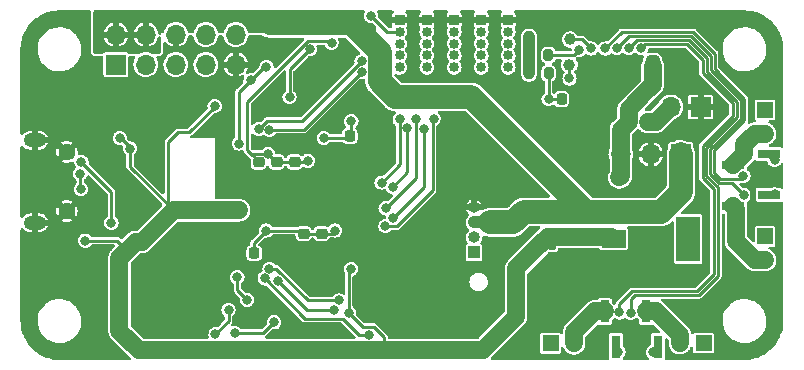
<source format=gbr>
G04 #@! TF.GenerationSoftware,KiCad,Pcbnew,(6.0.7)*
G04 #@! TF.CreationDate,2022-10-20T14:38:44-04:00*
G04 #@! TF.ProjectId,ECE477_PCB,45434534-3737-45f5-9043-422e6b696361,rev?*
G04 #@! TF.SameCoordinates,PX2daf690PY1aab7d8*
G04 #@! TF.FileFunction,Copper,L2,Bot*
G04 #@! TF.FilePolarity,Positive*
%FSLAX46Y46*%
G04 Gerber Fmt 4.6, Leading zero omitted, Abs format (unit mm)*
G04 Created by KiCad (PCBNEW (6.0.7)) date 2022-10-20 14:38:44*
%MOMM*%
%LPD*%
G01*
G04 APERTURE LIST*
G04 Aperture macros list*
%AMRoundRect*
0 Rectangle with rounded corners*
0 $1 Rounding radius*
0 $2 $3 $4 $5 $6 $7 $8 $9 X,Y pos of 4 corners*
0 Add a 4 corners polygon primitive as box body*
4,1,4,$2,$3,$4,$5,$6,$7,$8,$9,$2,$3,0*
0 Add four circle primitives for the rounded corners*
1,1,$1+$1,$2,$3*
1,1,$1+$1,$4,$5*
1,1,$1+$1,$6,$7*
1,1,$1+$1,$8,$9*
0 Add four rect primitives between the rounded corners*
20,1,$1+$1,$2,$3,$4,$5,0*
20,1,$1+$1,$4,$5,$6,$7,0*
20,1,$1+$1,$6,$7,$8,$9,0*
20,1,$1+$1,$8,$9,$2,$3,0*%
G04 Aperture macros list end*
G04 #@! TA.AperFunction,ComponentPad*
%ADD10R,1.350000X1.350000*%
G04 #@! TD*
G04 #@! TA.AperFunction,ComponentPad*
%ADD11O,1.350000X1.350000*%
G04 #@! TD*
G04 #@! TA.AperFunction,ComponentPad*
%ADD12R,1.000000X1.000000*%
G04 #@! TD*
G04 #@! TA.AperFunction,ComponentPad*
%ADD13O,1.000000X1.000000*%
G04 #@! TD*
G04 #@! TA.AperFunction,ComponentPad*
%ADD14R,1.700000X1.700000*%
G04 #@! TD*
G04 #@! TA.AperFunction,ComponentPad*
%ADD15O,1.700000X1.700000*%
G04 #@! TD*
G04 #@! TA.AperFunction,ComponentPad*
%ADD16C,1.450000*%
G04 #@! TD*
G04 #@! TA.AperFunction,ComponentPad*
%ADD17O,1.900000X1.200000*%
G04 #@! TD*
G04 #@! TA.AperFunction,ComponentPad*
%ADD18R,0.850000X0.850000*%
G04 #@! TD*
G04 #@! TA.AperFunction,ComponentPad*
%ADD19O,0.850000X0.850000*%
G04 #@! TD*
G04 #@! TA.AperFunction,SMDPad,CuDef*
%ADD20R,0.800000X1.900000*%
G04 #@! TD*
G04 #@! TA.AperFunction,SMDPad,CuDef*
%ADD21R,1.900000X0.800000*%
G04 #@! TD*
G04 #@! TA.AperFunction,SMDPad,CuDef*
%ADD22RoundRect,0.225000X-0.225000X-0.250000X0.225000X-0.250000X0.225000X0.250000X-0.225000X0.250000X0*%
G04 #@! TD*
G04 #@! TA.AperFunction,SMDPad,CuDef*
%ADD23RoundRect,0.250000X-1.100000X0.325000X-1.100000X-0.325000X1.100000X-0.325000X1.100000X0.325000X0*%
G04 #@! TD*
G04 #@! TA.AperFunction,SMDPad,CuDef*
%ADD24RoundRect,0.225000X0.225000X0.250000X-0.225000X0.250000X-0.225000X-0.250000X0.225000X-0.250000X0*%
G04 #@! TD*
G04 #@! TA.AperFunction,SMDPad,CuDef*
%ADD25RoundRect,0.225000X-0.250000X0.225000X-0.250000X-0.225000X0.250000X-0.225000X0.250000X0.225000X0*%
G04 #@! TD*
G04 #@! TA.AperFunction,SMDPad,CuDef*
%ADD26C,1.000000*%
G04 #@! TD*
G04 #@! TA.AperFunction,SMDPad,CuDef*
%ADD27RoundRect,0.200000X-0.200000X-0.275000X0.200000X-0.275000X0.200000X0.275000X-0.200000X0.275000X0*%
G04 #@! TD*
G04 #@! TA.AperFunction,SMDPad,CuDef*
%ADD28R,2.000000X1.500000*%
G04 #@! TD*
G04 #@! TA.AperFunction,SMDPad,CuDef*
%ADD29R,2.000000X3.800000*%
G04 #@! TD*
G04 #@! TA.AperFunction,SMDPad,CuDef*
%ADD30RoundRect,0.140000X-0.170000X0.140000X-0.170000X-0.140000X0.170000X-0.140000X0.170000X0.140000X0*%
G04 #@! TD*
G04 #@! TA.AperFunction,SMDPad,CuDef*
%ADD31RoundRect,0.200000X0.200000X0.275000X-0.200000X0.275000X-0.200000X-0.275000X0.200000X-0.275000X0*%
G04 #@! TD*
G04 #@! TA.AperFunction,SMDPad,CuDef*
%ADD32RoundRect,0.225000X0.250000X-0.225000X0.250000X0.225000X-0.250000X0.225000X-0.250000X-0.225000X0*%
G04 #@! TD*
G04 #@! TA.AperFunction,SMDPad,CuDef*
%ADD33RoundRect,0.250000X-0.325000X-0.650000X0.325000X-0.650000X0.325000X0.650000X-0.325000X0.650000X0*%
G04 #@! TD*
G04 #@! TA.AperFunction,ViaPad*
%ADD34C,0.800000*%
G04 #@! TD*
G04 #@! TA.AperFunction,Conductor*
%ADD35C,0.220000*%
G04 #@! TD*
G04 #@! TA.AperFunction,Conductor*
%ADD36C,1.500000*%
G04 #@! TD*
G04 #@! TA.AperFunction,Conductor*
%ADD37C,0.500000*%
G04 #@! TD*
G04 #@! TA.AperFunction,Conductor*
%ADD38C,2.000000*%
G04 #@! TD*
G04 #@! TA.AperFunction,Conductor*
%ADD39C,1.000000*%
G04 #@! TD*
G04 APERTURE END LIST*
D10*
X45080289Y-28397700D03*
D11*
X47080289Y-28397700D03*
D10*
X58039000Y-28378098D03*
D11*
X56039000Y-28378098D03*
D10*
X63246000Y-19336000D03*
D11*
X63246000Y-21336000D03*
D10*
X63246000Y-8642600D03*
D11*
X63246000Y-10642600D03*
D12*
X38608000Y-20701000D03*
D13*
X38608000Y-19431000D03*
X38608000Y-18161000D03*
X38608000Y-16891000D03*
D14*
X56119000Y-12389000D03*
D15*
X53579000Y-12389000D03*
X51039000Y-12389000D03*
D16*
X4116800Y-17200000D03*
X4116800Y-12200000D03*
D17*
X1416800Y-18200000D03*
X1416800Y-11200000D03*
D14*
X8280400Y-4790000D03*
D15*
X8280400Y-2250000D03*
X10820400Y-4790000D03*
X10820400Y-2250000D03*
X13360400Y-4790000D03*
X13360400Y-2250000D03*
X15900400Y-4790000D03*
X15900400Y-2250000D03*
X18440400Y-4790000D03*
X18440400Y-2250000D03*
D18*
X34608000Y-1022600D03*
D19*
X34608000Y-2022600D03*
X34608000Y-3022600D03*
X34608000Y-4022600D03*
X34608000Y-5022600D03*
D18*
X39205400Y-1022600D03*
D19*
X39205400Y-2022600D03*
X39205400Y-3022600D03*
X39205400Y-4022600D03*
X39205400Y-5022600D03*
D18*
X36919400Y-1022600D03*
D19*
X36919400Y-2022600D03*
X36919400Y-3022600D03*
X36919400Y-4022600D03*
X36919400Y-5022600D03*
D18*
X41491400Y-1022600D03*
D19*
X41491400Y-2022600D03*
X41491400Y-3022600D03*
X41491400Y-4022600D03*
X41491400Y-5022600D03*
D18*
X32296600Y-1022600D03*
D19*
X32296600Y-2022600D03*
X32296600Y-3022600D03*
X32296600Y-4022600D03*
X32296600Y-5022600D03*
D14*
X57785000Y-8382000D03*
D15*
X55245000Y-8382000D03*
D20*
X50619700Y-28698398D03*
X48719700Y-28698398D03*
X49669700Y-25698398D03*
D21*
X63540900Y-12366200D03*
X63540900Y-14266200D03*
X60540900Y-13316200D03*
D20*
X54152800Y-28695598D03*
X52252800Y-28695598D03*
X53202800Y-25695598D03*
D21*
X63539500Y-15858700D03*
X63539500Y-17758700D03*
X60539500Y-16808700D03*
D22*
X50914000Y-14351000D03*
X52464000Y-14351000D03*
D23*
X47371000Y-19353000D03*
X47371000Y-22303000D03*
D24*
X47575000Y-7700000D03*
X46025000Y-7700000D03*
D25*
X17439000Y-15672200D03*
X17439000Y-17222200D03*
D26*
X46750000Y-2670000D03*
D24*
X55639000Y-14351000D03*
X54089000Y-14351000D03*
D27*
X43259800Y-5540000D03*
X44909800Y-5540000D03*
D28*
X50444000Y-21858000D03*
X50444000Y-19558000D03*
X50444000Y-17258000D03*
D29*
X56744000Y-19558000D03*
D30*
X45212000Y-20221000D03*
X45212000Y-21181000D03*
D31*
X53339000Y-9652000D03*
X51689000Y-9652000D03*
D22*
X18429000Y-20765200D03*
X19979000Y-20765200D03*
D31*
X44905000Y-3995000D03*
X43255000Y-3995000D03*
D25*
X20360000Y-11494200D03*
X20360000Y-13044200D03*
X24170000Y-19101200D03*
X24170000Y-20651200D03*
D22*
X28094000Y-10859200D03*
X29644000Y-10859200D03*
D25*
X41249600Y-16471600D03*
X41249600Y-18021600D03*
D32*
X25694000Y-20651200D03*
X25694000Y-19101200D03*
X23408000Y-13044200D03*
X23408000Y-11494200D03*
X21884000Y-13044200D03*
X21884000Y-11494200D03*
D27*
X43259800Y-2480000D03*
X44909800Y-2480000D03*
D33*
X53719200Y-4953000D03*
X56669200Y-4953000D03*
D26*
X46680000Y-4790000D03*
D34*
X47498000Y-3530600D03*
X5304302Y-15340600D03*
X5257800Y-14039600D03*
X50825400Y-29152998D03*
X53771800Y-29152798D03*
X64046100Y-15792700D03*
X64046200Y-12871700D03*
X50917215Y-25777188D03*
X52755800Y-3403600D03*
X26762036Y-25566158D03*
X22008282Y-23098847D03*
X20877252Y-22899675D03*
X29743400Y-27686000D03*
X21285200Y-22098000D03*
X27170999Y-24765000D03*
X17816987Y-25600000D03*
X16713200Y-27635200D03*
X51714400Y-3403600D03*
X51854100Y-25812698D03*
X61489499Y-15864750D03*
X50698400Y-3403600D03*
X61406356Y-14218136D03*
X49733200Y-3429000D03*
X9210800Y-20539200D03*
X25880000Y-11010000D03*
X8610600Y-11023600D03*
X44858200Y-19353000D03*
X26847800Y-18846800D03*
X26543000Y-2946400D03*
X5700000Y-19700000D03*
X21158200Y-12369800D03*
X29895800Y-685800D03*
X18709000Y-17133000D03*
X28196803Y-22093483D03*
X21005800Y-18846800D03*
X9474300Y-11902901D03*
X24540000Y-12930000D03*
X8585200Y-27330400D03*
X28000000Y-25800000D03*
X16640000Y-8320000D03*
X28219400Y-9601200D03*
X26314400Y-17322800D03*
X37744400Y-15163800D03*
X27787600Y-3327400D03*
X10337800Y-17018000D03*
X11430000Y-8458200D03*
X23393400Y-14376400D03*
X52298600Y-27577898D03*
X28854400Y-7112000D03*
X32562800Y-26492200D03*
X18567400Y-18999200D03*
X29800000Y-19184000D03*
X13200000Y-24100000D03*
X36271200Y-15163800D03*
X28784000Y-20200000D03*
X6705600Y-4572000D03*
X30022800Y-8940800D03*
X29464000Y-8102600D03*
X25273000Y-23850600D03*
X27152600Y-22961600D03*
X22910800Y-3251200D03*
X45567600Y-12268200D03*
X6985000Y-20955000D03*
X42697400Y-9245600D03*
X39497000Y-15163800D03*
X50965100Y-27082698D03*
X21884000Y-11494200D03*
X21818600Y-14401800D03*
X14554200Y-18669000D03*
X26339800Y-12827000D03*
X26365200Y-23850600D03*
X25323800Y-27482800D03*
X20802600Y-3251200D03*
X29800000Y-20200000D03*
X13538200Y-19177000D03*
X11909500Y-14258340D03*
X44729400Y-11531600D03*
X62471300Y-14332200D03*
X19862800Y-14935200D03*
X6705600Y-5715000D03*
X6959600Y-22123400D03*
X10109200Y-23241000D03*
X11074400Y-10312400D03*
X10109200Y-24460200D03*
X30657800Y-9956800D03*
X43103800Y-14528800D03*
X6959600Y-24790400D03*
X17780000Y-8585200D03*
X8915400Y-9067800D03*
X28784000Y-19184000D03*
X37820600Y-11099800D03*
X18846800Y-15316200D03*
X33400000Y-23500000D03*
X15671900Y-18745200D03*
X43815000Y-15240000D03*
X20360000Y-11494200D03*
X42443400Y-13868400D03*
X17729200Y-9677400D03*
X6959600Y-26035000D03*
X20726400Y-17399000D03*
X19126200Y-14147800D03*
X10109200Y-22021800D03*
X11379200Y-16840200D03*
X10668000Y-27051000D03*
X21894800Y-3251200D03*
X7035800Y-23368000D03*
X24358600Y-23342600D03*
X11887200Y-13106400D03*
X41325800Y-8001000D03*
X36398200Y-11074400D03*
X39370000Y-11150600D03*
X42062400Y-8636000D03*
X18430000Y-20770000D03*
X31115000Y-11023600D03*
X11709400Y-11912600D03*
X7900000Y-18200000D03*
X5368127Y-13055437D03*
X18709000Y-11480800D03*
X21031200Y-5003800D03*
X19680000Y-6132199D03*
X24700000Y-3500000D03*
X22987000Y-7560000D03*
X21274500Y-10313216D03*
X29087097Y-5420693D03*
X20376563Y-10260175D03*
X29083000Y-4521200D03*
X53695600Y-6299200D03*
X53187600Y-7061200D03*
X49314100Y-16954500D03*
X51296600Y-17258000D03*
X50331400Y-17258000D03*
X52211000Y-17258000D03*
X48514100Y-3429000D03*
X46685200Y-5969000D03*
X21666200Y-26619200D03*
X18355341Y-27514158D03*
X44920000Y-7720000D03*
X31101482Y-18479318D03*
X35179000Y-9398000D03*
X33655000Y-9423400D03*
X31115000Y-16967200D03*
X31724600Y-15163800D03*
X32969200Y-10185400D03*
X30776037Y-14782900D03*
X32308800Y-9423400D03*
X34391600Y-10210800D03*
X31775400Y-17780000D03*
X18567400Y-22809200D03*
X19405953Y-24714553D03*
D35*
X47033600Y-3995000D02*
X47498000Y-3530600D01*
D36*
X53339000Y-9652000D02*
X53975000Y-9652000D01*
D35*
X44905000Y-3995000D02*
X47033600Y-3995000D01*
D36*
X53975000Y-9652000D02*
X55245000Y-8382000D01*
D35*
X5257800Y-14039600D02*
X5257800Y-15294098D01*
X5257800Y-15294098D02*
X5304302Y-15340600D01*
D37*
X50619700Y-28947298D02*
X50825400Y-29152998D01*
X50619700Y-28698398D02*
X50619700Y-28947298D01*
X54152800Y-28771798D02*
X53771800Y-29152798D01*
X54152800Y-28695598D02*
X54152800Y-28771798D01*
X63539500Y-15858700D02*
X63980100Y-15858700D01*
X63980100Y-15858700D02*
X64046100Y-15792700D01*
X63540900Y-12366400D02*
X64046200Y-12871700D01*
X63540900Y-12366200D02*
X63540900Y-12366400D01*
D35*
X56667400Y-3048000D02*
X53111400Y-3048000D01*
X57957800Y-11688294D02*
X60533400Y-9112694D01*
X58826400Y-6375400D02*
X57988200Y-5537200D01*
X57500052Y-23987800D02*
X58928000Y-22559852D01*
X58928000Y-22559852D02*
X58928000Y-15341600D01*
X52009000Y-23987800D02*
X57500052Y-23987800D01*
X53111400Y-3048000D02*
X52755800Y-3403600D01*
X60533400Y-8071684D02*
X58837116Y-6375400D01*
X57957800Y-14371400D02*
X57957800Y-11688294D01*
X57988200Y-5537200D02*
X57988200Y-4368800D01*
X60533400Y-9112694D02*
X60533400Y-8071684D01*
X57988200Y-4368800D02*
X56667400Y-3048000D01*
X50917215Y-25777188D02*
X50917215Y-25079585D01*
X58837116Y-6375400D02*
X58826400Y-6375400D01*
X58928000Y-15341600D02*
X57957800Y-14371400D01*
X50917215Y-25079585D02*
X52009000Y-23987800D01*
X24475593Y-25566158D02*
X26762036Y-25566158D01*
X22008282Y-23098847D02*
X24475593Y-25566158D01*
X20877252Y-22899675D02*
X24287077Y-26309500D01*
X24287077Y-26309500D02*
X27509500Y-26309500D01*
X27509500Y-26309500D02*
X28886000Y-27686000D01*
X28886000Y-27686000D02*
X29743400Y-27686000D01*
X17816987Y-26531413D02*
X17816987Y-25600000D01*
X21285200Y-22098000D02*
X21869400Y-22098000D01*
X24536400Y-24765000D02*
X27170999Y-24765000D01*
X16713200Y-27635200D02*
X17816987Y-26531413D01*
X21869400Y-22098000D02*
X24536400Y-24765000D01*
X59247501Y-22692899D02*
X59247501Y-15194597D01*
X57632600Y-24307800D02*
X59247501Y-22692899D01*
X58318400Y-4216400D02*
X56798302Y-2696302D01*
X58277800Y-11820842D02*
X60853400Y-9245242D01*
X52421698Y-2696302D02*
X51714400Y-3403600D01*
X58329099Y-5415541D02*
X58329099Y-5395499D01*
X58329099Y-5395499D02*
X58318400Y-5384800D01*
X58277800Y-14224896D02*
X58277800Y-11820842D01*
X51854100Y-25812698D02*
X51854100Y-24650700D01*
X52197000Y-24307800D02*
X57632600Y-24307800D01*
X60853400Y-7939842D02*
X58329099Y-5415541D01*
X56798302Y-2696302D02*
X52421698Y-2696302D01*
X58318400Y-5384800D02*
X58318400Y-4216400D01*
X59247501Y-15194597D02*
X58277800Y-14224896D01*
X51854100Y-24650700D02*
X52197000Y-24307800D01*
X60853400Y-9245242D02*
X60853400Y-7939842D01*
X56986801Y-2376801D02*
X51725199Y-2376801D01*
X51725199Y-2376801D02*
X50698400Y-3403600D01*
X60448149Y-14823400D02*
X59328852Y-14823400D01*
X61489499Y-15864750D02*
X60448149Y-14823400D01*
X61173400Y-7808000D02*
X58648600Y-5283200D01*
X58648600Y-5283200D02*
X58648600Y-4038600D01*
X58648600Y-4038600D02*
X56986801Y-2376801D01*
X61173400Y-9377084D02*
X61173400Y-7808000D01*
X59328852Y-14823400D02*
X58597800Y-14092348D01*
X58597800Y-14092348D02*
X58597800Y-11952684D01*
X58597800Y-11952684D02*
X61173400Y-9377084D01*
X57175300Y-2057300D02*
X51104900Y-2057300D01*
X61121092Y-14503400D02*
X59461400Y-14503400D01*
X61406356Y-14218136D02*
X61121092Y-14503400D01*
X58978800Y-5156200D02*
X58978800Y-3860800D01*
X61493400Y-9508926D02*
X61493400Y-7670800D01*
X51104900Y-2057300D02*
X49733200Y-3429000D01*
X58938682Y-13980682D02*
X58938682Y-12063644D01*
X59461400Y-14503400D02*
X58938682Y-13980682D01*
X61493400Y-7670800D02*
X58978800Y-5156200D01*
X58978800Y-3860800D02*
X57175300Y-2057300D01*
X58938682Y-12063644D02*
X61493400Y-9508926D01*
X28000000Y-22290286D02*
X28000000Y-25800000D01*
X30988000Y-28956000D02*
X30988000Y-27888000D01*
X19735295Y-12369800D02*
X19385000Y-12019505D01*
X29895800Y-685800D02*
X31232600Y-2022600D01*
X23408000Y-13044200D02*
X24425800Y-13044200D01*
X23408000Y-13044200D02*
X21884000Y-13044200D01*
X31232600Y-2022600D02*
X32296600Y-2022600D01*
X13169200Y-17133000D02*
X9474300Y-13438100D01*
X8610600Y-11023600D02*
X8737600Y-11023600D01*
X19385000Y-12019505D02*
X19385000Y-7947036D01*
X26416100Y-2819500D02*
X26543000Y-2946400D01*
X21005800Y-18846800D02*
X23915600Y-18846800D01*
X14469000Y-10541000D02*
X13538200Y-10541000D01*
D36*
X42164000Y-22047200D02*
X42164000Y-26136600D01*
X47371000Y-19353000D02*
X44858200Y-19353000D01*
X8585200Y-21164800D02*
X9210800Y-20539200D01*
X10210800Y-28956000D02*
X8585200Y-27330400D01*
D35*
X24170000Y-19101200D02*
X25694000Y-19101200D01*
X26593400Y-19101200D02*
X26847800Y-18846800D01*
X13538200Y-10541000D02*
X12725400Y-11353800D01*
D36*
X39344600Y-28956000D02*
X30988000Y-28956000D01*
D35*
X28219400Y-10733800D02*
X28219400Y-9601200D01*
D36*
X50239000Y-19353000D02*
X50444000Y-19558000D01*
D35*
X19385000Y-7947036D02*
X24512536Y-2819500D01*
X8737600Y-11023600D02*
X9474300Y-11760300D01*
X17528200Y-17133000D02*
X18709000Y-17133000D01*
X25880000Y-11010000D02*
X27943200Y-11010000D01*
X9474300Y-13438100D02*
X9474300Y-11902901D01*
X30988000Y-27888000D02*
X30100000Y-27000000D01*
D36*
X9210800Y-20539200D02*
X9950000Y-19800000D01*
D35*
X9474300Y-11760300D02*
X9474300Y-11902901D01*
D36*
X42164000Y-26136600D02*
X39344600Y-28956000D01*
D35*
X19735295Y-12369800D02*
X21158200Y-12369800D01*
X8371600Y-19700000D02*
X5700000Y-19700000D01*
D36*
X10464800Y-19837400D02*
X13169200Y-17133000D01*
X43765600Y-20445600D02*
X42164000Y-22047200D01*
D35*
X9210800Y-20539200D02*
X8371600Y-19700000D01*
X25694000Y-19101200D02*
X26593400Y-19101200D01*
D36*
X8585200Y-27330400D02*
X8585200Y-21164800D01*
D35*
X20360000Y-13044200D02*
X20360000Y-12994505D01*
D36*
X47371000Y-19353000D02*
X50239000Y-19353000D01*
D35*
X12725400Y-16689200D02*
X13169200Y-17133000D01*
D36*
X10427400Y-19800000D02*
X10464800Y-19837400D01*
D35*
X16640000Y-8370000D02*
X14469000Y-10541000D01*
D36*
X44858200Y-19353000D02*
X43765600Y-20445600D01*
D35*
X27943200Y-11010000D02*
X28094000Y-10859200D01*
X12725400Y-11353800D02*
X12725400Y-16689200D01*
X21832600Y-13044200D02*
X21158200Y-12369800D01*
D36*
X30988000Y-28956000D02*
X10210800Y-28956000D01*
D35*
X24425800Y-13044200D02*
X24540000Y-12930000D01*
X30100000Y-27000000D02*
X29200000Y-27000000D01*
X24512536Y-2819500D02*
X26416100Y-2819500D01*
X16640000Y-8320000D02*
X16640000Y-8370000D01*
D36*
X13169200Y-17133000D02*
X18709000Y-17133000D01*
D35*
X17439000Y-17222200D02*
X17528200Y-17133000D01*
X23915600Y-18846800D02*
X24170000Y-19101200D01*
X18709000Y-17133000D02*
X18709000Y-16952600D01*
X28094000Y-10859200D02*
X28219400Y-10733800D01*
X19979000Y-19873600D02*
X21005800Y-18846800D01*
X28196803Y-22093483D02*
X28000000Y-22290286D01*
D36*
X9950000Y-19800000D02*
X10427400Y-19800000D01*
D35*
X29200000Y-27000000D02*
X28000000Y-25800000D01*
X20360000Y-12994505D02*
X19735295Y-12369800D01*
X21884000Y-13044200D02*
X21832600Y-13044200D01*
X19979000Y-20765200D02*
X19979000Y-19873600D01*
D37*
X49301400Y-27158898D02*
X50888900Y-27158898D01*
X62239499Y-14564001D02*
X62471300Y-14332200D01*
X63539500Y-17758700D02*
X62239499Y-16458699D01*
X62537300Y-14266200D02*
X62471300Y-14332200D01*
X48719700Y-28698398D02*
X48719700Y-27740598D01*
X52252800Y-28695598D02*
X52252800Y-27623698D01*
X63540900Y-14266200D02*
X62537300Y-14266200D01*
X52252800Y-27623698D02*
X52298600Y-27577898D01*
X50888900Y-27158898D02*
X50965100Y-27082698D01*
X62239499Y-16458699D02*
X62239499Y-14564001D01*
X48719700Y-27740598D02*
X49301400Y-27158898D01*
D35*
X5368127Y-13055437D02*
X7900000Y-15587310D01*
X7900000Y-15587310D02*
X7900000Y-18200000D01*
X18709000Y-11480800D02*
X18709000Y-7103199D01*
X19680000Y-6132199D02*
X20808399Y-5003800D01*
X20808399Y-5003800D02*
X21031200Y-5003800D01*
X18709000Y-7103199D02*
X19680000Y-6132199D01*
X22987000Y-7560000D02*
X22987000Y-5213000D01*
X22987000Y-5213000D02*
X24700000Y-3500000D01*
X21274500Y-10313216D02*
X24194574Y-10313216D01*
X24194574Y-10313216D02*
X29087097Y-5420693D01*
X21060938Y-9575800D02*
X24028400Y-9575800D01*
X20376563Y-10260175D02*
X21060938Y-9575800D01*
X24028400Y-9575800D02*
X29083000Y-4521200D01*
D36*
X51039000Y-10302000D02*
X51689000Y-9652000D01*
X51039000Y-14226000D02*
X50914000Y-14351000D01*
X51689000Y-9652000D02*
X51689000Y-8559800D01*
X51039000Y-12389000D02*
X51039000Y-10302000D01*
X53187600Y-7061200D02*
X53719200Y-6529600D01*
X53719200Y-6529600D02*
X53719200Y-4953000D01*
X51039000Y-12389000D02*
X51039000Y-14226000D01*
X51689000Y-8559800D02*
X53187600Y-7061200D01*
D38*
X56119000Y-15585200D02*
X56119000Y-12389000D01*
D39*
X42889200Y-17258000D02*
X50444000Y-17258000D01*
D38*
X38381000Y-7520000D02*
X31920000Y-7520000D01*
X50444000Y-17258000D02*
X51296600Y-17258000D01*
D39*
X39954200Y-18161000D02*
X41110200Y-18161000D01*
D38*
X31920000Y-7520000D02*
X30607000Y-6207000D01*
X50444000Y-17258000D02*
X50331400Y-17258000D01*
X30607000Y-6207000D02*
X30607000Y-3707000D01*
D39*
X41249600Y-18021600D02*
X42125600Y-18021600D01*
X38608000Y-18161000D02*
X39954200Y-18161000D01*
D38*
X50444000Y-17258000D02*
X42812033Y-17258000D01*
X28210000Y-1310000D02*
X21360000Y-1310000D01*
X54446200Y-17258000D02*
X56119000Y-15585200D01*
X51296600Y-17258000D02*
X52211000Y-17258000D01*
X30607000Y-3707000D02*
X28210000Y-1310000D01*
D39*
X41110200Y-18161000D02*
X41249600Y-18021600D01*
X42125600Y-18021600D02*
X42889200Y-17258000D01*
D38*
X42812033Y-17258000D02*
X41909033Y-18161000D01*
X48119000Y-17258000D02*
X38381000Y-7520000D01*
X41909033Y-18161000D02*
X39954200Y-18161000D01*
X52211000Y-17258000D02*
X54446200Y-17258000D01*
X50331400Y-17258000D02*
X48119000Y-17258000D01*
D36*
X49669700Y-25698398D02*
X48839698Y-25698398D01*
X47080289Y-27457807D02*
X47080289Y-28397700D01*
X48839698Y-25698398D02*
X47080289Y-27457807D01*
X53202800Y-25695598D02*
X54032802Y-25695598D01*
X54032802Y-25695598D02*
X56039000Y-27701796D01*
X56039000Y-27701796D02*
X56039000Y-28378098D01*
X60782200Y-17051400D02*
X60782200Y-19752202D01*
X60782200Y-19752202D02*
X62365998Y-21336000D01*
X60539500Y-16808700D02*
X60782200Y-17051400D01*
X62365998Y-21336000D02*
X63246000Y-21336000D01*
X61480700Y-12376400D02*
X61480700Y-11546398D01*
X60540900Y-13316200D02*
X61480700Y-12376400D01*
X62384498Y-10642600D02*
X63246000Y-10642600D01*
X61480700Y-11546398D02*
X62384498Y-10642600D01*
D35*
X47755100Y-2670000D02*
X48514100Y-3429000D01*
X46750000Y-2670000D02*
X47755100Y-2670000D01*
X46680000Y-5963800D02*
X46685200Y-5969000D01*
X46680000Y-4790000D02*
X46680000Y-5963800D01*
D39*
X43259800Y-2480000D02*
X43259800Y-5540000D01*
D35*
X21666200Y-26619200D02*
X20771242Y-27514158D01*
X20771242Y-27514158D02*
X18355341Y-27514158D01*
X44920000Y-7720000D02*
X44909800Y-7709800D01*
X44940000Y-7700000D02*
X44920000Y-7720000D01*
X46025000Y-7700000D02*
X44940000Y-7700000D01*
X44909800Y-7709800D02*
X44909800Y-5540000D01*
X35179000Y-9398000D02*
X35102800Y-9474200D01*
X35102800Y-9474200D02*
X35102800Y-15443200D01*
X32066682Y-18479318D02*
X31101482Y-18479318D01*
X35102800Y-15443200D02*
X32066682Y-18479318D01*
X31115000Y-16967200D02*
X33655000Y-14427200D01*
X33655000Y-14427200D02*
X33655000Y-9423400D01*
X32969200Y-13919200D02*
X31724600Y-15163800D01*
X32969200Y-10185400D02*
X32969200Y-13919200D01*
X30776037Y-14782900D02*
X32308800Y-13250137D01*
X32308800Y-13250137D02*
X32308800Y-9423400D01*
X34391600Y-15163800D02*
X31775400Y-17780000D01*
X34391600Y-10210800D02*
X34391600Y-15163800D01*
X18567400Y-22809200D02*
X18567400Y-23876000D01*
X18567400Y-23876000D02*
X19405953Y-24714553D01*
G04 #@! TA.AperFunction,Conductor*
G36*
X62444401Y-12907838D02*
G01*
X62446348Y-12910752D01*
X62512669Y-12955067D01*
X62524838Y-12957488D01*
X62524839Y-12957488D01*
X62534090Y-12959328D01*
X62571152Y-12966700D01*
X63351383Y-12966700D01*
X63419504Y-12986702D01*
X63467791Y-13044481D01*
X63521664Y-13174541D01*
X63617918Y-13299982D01*
X63743359Y-13396236D01*
X63889438Y-13456744D01*
X64046200Y-13477382D01*
X64054388Y-13476304D01*
X64058703Y-13475736D01*
X64202962Y-13456744D01*
X64349041Y-13396236D01*
X64474482Y-13299982D01*
X64487811Y-13282612D01*
X64570736Y-13174541D01*
X64572360Y-13175787D01*
X64615758Y-13134402D01*
X64685471Y-13120963D01*
X64751383Y-13147347D01*
X64792568Y-13205177D01*
X64799500Y-13246393D01*
X64799500Y-15188966D01*
X64779498Y-15257087D01*
X64725842Y-15303580D01*
X64655568Y-15313684D01*
X64603498Y-15293731D01*
X64578050Y-15276727D01*
X64578046Y-15276725D01*
X64567731Y-15269833D01*
X64555562Y-15267412D01*
X64555561Y-15267412D01*
X64515316Y-15259407D01*
X64509248Y-15258200D01*
X64349949Y-15258200D01*
X64301731Y-15248609D01*
X64210491Y-15210816D01*
X64202862Y-15207656D01*
X64138792Y-15199221D01*
X64084140Y-15192026D01*
X64046100Y-15187018D01*
X64008060Y-15192026D01*
X63953409Y-15199221D01*
X63889338Y-15207656D01*
X63881709Y-15210816D01*
X63790469Y-15248609D01*
X63742251Y-15258200D01*
X62569752Y-15258200D01*
X62563684Y-15259407D01*
X62523439Y-15267412D01*
X62523438Y-15267412D01*
X62511269Y-15269833D01*
X62444948Y-15314148D01*
X62400633Y-15380469D01*
X62398212Y-15392638D01*
X62398212Y-15392639D01*
X62392753Y-15420082D01*
X62389000Y-15438952D01*
X62389000Y-16278448D01*
X62390207Y-16284516D01*
X62396890Y-16318112D01*
X62400633Y-16336931D01*
X62444948Y-16403252D01*
X62511269Y-16447567D01*
X62523438Y-16449988D01*
X62523439Y-16449988D01*
X62563684Y-16457993D01*
X62569752Y-16459200D01*
X64509248Y-16459200D01*
X64515316Y-16457993D01*
X64555561Y-16449988D01*
X64555562Y-16449988D01*
X64567731Y-16447567D01*
X64578046Y-16440675D01*
X64578050Y-16440673D01*
X64603498Y-16423669D01*
X64671251Y-16402454D01*
X64739718Y-16421237D01*
X64787161Y-16474054D01*
X64799500Y-16528434D01*
X64799500Y-26462920D01*
X64797534Y-26480241D01*
X64797524Y-26485810D01*
X64794344Y-26499641D01*
X64797477Y-26513483D01*
X64797452Y-26527670D01*
X64796956Y-26527669D01*
X64797634Y-26535613D01*
X64781845Y-26836886D01*
X64781771Y-26838291D01*
X64780393Y-26851407D01*
X64736285Y-27129896D01*
X64728431Y-27179483D01*
X64725689Y-27192383D01*
X64647502Y-27484183D01*
X64639719Y-27513228D01*
X64635645Y-27525764D01*
X64536605Y-27783774D01*
X64516611Y-27835859D01*
X64511247Y-27847907D01*
X64360447Y-28143870D01*
X64353852Y-28155292D01*
X64172949Y-28433857D01*
X64165197Y-28444526D01*
X63956157Y-28702669D01*
X63947332Y-28712470D01*
X63712470Y-28947332D01*
X63702669Y-28956157D01*
X63444526Y-29165197D01*
X63433857Y-29172949D01*
X63155292Y-29353852D01*
X63143870Y-29360447D01*
X62847907Y-29511247D01*
X62835858Y-29516611D01*
X62525764Y-29635645D01*
X62513230Y-29639718D01*
X62365752Y-29679235D01*
X62192383Y-29725689D01*
X62179483Y-29728431D01*
X61932900Y-29767486D01*
X61851408Y-29780393D01*
X61838292Y-29781771D01*
X61681446Y-29789991D01*
X61536183Y-29797604D01*
X61528379Y-29796924D01*
X61528378Y-29797549D01*
X61514187Y-29797524D01*
X61500359Y-29794344D01*
X61486520Y-29797475D01*
X61481689Y-29797467D01*
X61463496Y-29799500D01*
X54878497Y-29799500D01*
X54810376Y-29779498D01*
X54763883Y-29725842D01*
X54753803Y-29665346D01*
X54753300Y-29665346D01*
X54753300Y-28064496D01*
X54773302Y-27996375D01*
X54826958Y-27949882D01*
X54897232Y-27939778D01*
X54961812Y-27969272D01*
X54968395Y-27975401D01*
X55051595Y-28058601D01*
X55085621Y-28120913D01*
X55088500Y-28147696D01*
X55088500Y-28426357D01*
X55103112Y-28570208D01*
X55160856Y-28754471D01*
X55254472Y-28923359D01*
X55380136Y-29069973D01*
X55385178Y-29073884D01*
X55385179Y-29073885D01*
X55527665Y-29184409D01*
X55527668Y-29184411D01*
X55532714Y-29188325D01*
X55705974Y-29273579D01*
X55712144Y-29275186D01*
X55712149Y-29275188D01*
X55886655Y-29320643D01*
X55886658Y-29320643D01*
X55892837Y-29322253D01*
X55976203Y-29326622D01*
X56079290Y-29332025D01*
X56079294Y-29332025D01*
X56085671Y-29332359D01*
X56276599Y-29303484D01*
X56304602Y-29293181D01*
X56451832Y-29239012D01*
X56451836Y-29239010D01*
X56457821Y-29236808D01*
X56621934Y-29135053D01*
X56736867Y-29026366D01*
X56757596Y-29006764D01*
X56757597Y-29006763D01*
X56762235Y-29002377D01*
X56794599Y-28956157D01*
X56869327Y-28849433D01*
X56869328Y-28849432D01*
X56872991Y-28844200D01*
X56921863Y-28731264D01*
X56967274Y-28676690D01*
X57034981Y-28655330D01*
X57103488Y-28673967D01*
X57151044Y-28726682D01*
X57163500Y-28781305D01*
X57163500Y-29072846D01*
X57175133Y-29131329D01*
X57219448Y-29197650D01*
X57285769Y-29241965D01*
X57297938Y-29244386D01*
X57297939Y-29244386D01*
X57338184Y-29252391D01*
X57344252Y-29253598D01*
X58733748Y-29253598D01*
X58739816Y-29252391D01*
X58780061Y-29244386D01*
X58780062Y-29244386D01*
X58792231Y-29241965D01*
X58858552Y-29197650D01*
X58902867Y-29131329D01*
X58914500Y-29072846D01*
X58914500Y-27683350D01*
X58908326Y-27652309D01*
X58905288Y-27637037D01*
X58905288Y-27637036D01*
X58902867Y-27624867D01*
X58884217Y-27596955D01*
X58865443Y-27568859D01*
X58858552Y-27558546D01*
X58792231Y-27514231D01*
X58780062Y-27511810D01*
X58780061Y-27511810D01*
X58739816Y-27503805D01*
X58733748Y-27502598D01*
X57344252Y-27502598D01*
X57338184Y-27503805D01*
X57297939Y-27511810D01*
X57297938Y-27511810D01*
X57285769Y-27514231D01*
X57219448Y-27558546D01*
X57212557Y-27568859D01*
X57212555Y-27568861D01*
X57206172Y-27578414D01*
X57151695Y-27623942D01*
X57081252Y-27632790D01*
X57017208Y-27602149D01*
X56979897Y-27541747D01*
X56976052Y-27521145D01*
X56975533Y-27516035D01*
X56975533Y-27516034D01*
X56974888Y-27509686D01*
X56967927Y-27487473D01*
X56966833Y-27483982D01*
X56962981Y-27468183D01*
X56960935Y-27456579D01*
X56958304Y-27441659D01*
X56937292Y-27388589D01*
X56934215Y-27379899D01*
X56928838Y-27362738D01*
X56917144Y-27325423D01*
X56914055Y-27319851D01*
X56914051Y-27319841D01*
X56904080Y-27301854D01*
X56897130Y-27287151D01*
X56895286Y-27282494D01*
X56887220Y-27262120D01*
X56855970Y-27214365D01*
X56851200Y-27206458D01*
X56823528Y-27156535D01*
X56805998Y-27136082D01*
X56796235Y-27123079D01*
X56791400Y-27115691D01*
X56781487Y-27100542D01*
X56777242Y-27095828D01*
X56740457Y-27059043D01*
X56733884Y-27051946D01*
X56702015Y-27014764D01*
X56697864Y-27009921D01*
X56675014Y-26992196D01*
X56663152Y-26981738D01*
X56223509Y-26542095D01*
X59645028Y-26542095D01*
X59670534Y-26809431D01*
X59671619Y-26813865D01*
X59671620Y-26813871D01*
X59729992Y-27052419D01*
X59734364Y-27070285D01*
X59736076Y-27074511D01*
X59736077Y-27074515D01*
X59796546Y-27223804D01*
X59835182Y-27319192D01*
X59970875Y-27550938D01*
X60045674Y-27644469D01*
X60120040Y-27737459D01*
X60138601Y-27760669D01*
X60334846Y-27943991D01*
X60423048Y-28005179D01*
X60551746Y-28094461D01*
X60551751Y-28094464D01*
X60555499Y-28097064D01*
X60559584Y-28099096D01*
X60559587Y-28099098D01*
X60649583Y-28143870D01*
X60795938Y-28216680D01*
X60800272Y-28218101D01*
X60800275Y-28218102D01*
X61046793Y-28298915D01*
X61046798Y-28298916D01*
X61051126Y-28300335D01*
X61055617Y-28301115D01*
X61055618Y-28301115D01*
X61311936Y-28345620D01*
X61311944Y-28345621D01*
X61315717Y-28346276D01*
X61319554Y-28346467D01*
X61398996Y-28350422D01*
X61399004Y-28350422D01*
X61400567Y-28350500D01*
X61568223Y-28350500D01*
X61570491Y-28350335D01*
X61570503Y-28350335D01*
X61700823Y-28340879D01*
X61767846Y-28336016D01*
X61772301Y-28335032D01*
X61772304Y-28335032D01*
X62025620Y-28279105D01*
X62025624Y-28279104D01*
X62030080Y-28278120D01*
X62197617Y-28214646D01*
X62276941Y-28184593D01*
X62276944Y-28184592D01*
X62281211Y-28182975D01*
X62446841Y-28090975D01*
X62511983Y-28054792D01*
X62511984Y-28054792D01*
X62515976Y-28052574D01*
X62589451Y-27996500D01*
X62725833Y-27892417D01*
X62725837Y-27892413D01*
X62729458Y-27889650D01*
X62737760Y-27881158D01*
X62878234Y-27737459D01*
X62917185Y-27697614D01*
X62977930Y-27614159D01*
X63072538Y-27484183D01*
X63072540Y-27484180D01*
X63075225Y-27480491D01*
X63153161Y-27332359D01*
X63198140Y-27246868D01*
X63198143Y-27246862D01*
X63200265Y-27242828D01*
X63202228Y-27237271D01*
X63288165Y-26993916D01*
X63288165Y-26993915D01*
X63289688Y-26989603D01*
X63317973Y-26846098D01*
X63340739Y-26730594D01*
X63340740Y-26730588D01*
X63341620Y-26726122D01*
X63341847Y-26721566D01*
X63354745Y-26462474D01*
X63354745Y-26462468D01*
X63354972Y-26457905D01*
X63329466Y-26190569D01*
X63328323Y-26185895D01*
X63266721Y-25934149D01*
X63265636Y-25929715D01*
X63257405Y-25909392D01*
X63166531Y-25685037D01*
X63166531Y-25685036D01*
X63164818Y-25680808D01*
X63029125Y-25449062D01*
X62917930Y-25310020D01*
X62864251Y-25242897D01*
X62864250Y-25242895D01*
X62861399Y-25239331D01*
X62665154Y-25056009D01*
X62550817Y-24976690D01*
X62448254Y-24905539D01*
X62448249Y-24905536D01*
X62444501Y-24902936D01*
X62440416Y-24900904D01*
X62440413Y-24900902D01*
X62300914Y-24831503D01*
X62204062Y-24783320D01*
X62199728Y-24781899D01*
X62199725Y-24781898D01*
X61953207Y-24701085D01*
X61953202Y-24701084D01*
X61948874Y-24699665D01*
X61904487Y-24691958D01*
X61688064Y-24654380D01*
X61688056Y-24654379D01*
X61684283Y-24653724D01*
X61675622Y-24653293D01*
X61601004Y-24649578D01*
X61600996Y-24649578D01*
X61599433Y-24649500D01*
X61431777Y-24649500D01*
X61429509Y-24649665D01*
X61429497Y-24649665D01*
X61299177Y-24659121D01*
X61232154Y-24663984D01*
X61227699Y-24664968D01*
X61227696Y-24664968D01*
X60974380Y-24720895D01*
X60974376Y-24720896D01*
X60969920Y-24721880D01*
X60904100Y-24746817D01*
X60723059Y-24815407D01*
X60723056Y-24815408D01*
X60718789Y-24817025D01*
X60484024Y-24947426D01*
X60456302Y-24968583D01*
X60274167Y-25107583D01*
X60274163Y-25107587D01*
X60270542Y-25110350D01*
X60082815Y-25302386D01*
X60069823Y-25320235D01*
X59945812Y-25490608D01*
X59924775Y-25519509D01*
X59922651Y-25523547D01*
X59801860Y-25753132D01*
X59801857Y-25753138D01*
X59799735Y-25757172D01*
X59798215Y-25761477D01*
X59798213Y-25761481D01*
X59715947Y-25994440D01*
X59710312Y-26010397D01*
X59698804Y-26068786D01*
X59662837Y-26251266D01*
X59658380Y-26273878D01*
X59658153Y-26278431D01*
X59658153Y-26278434D01*
X59645351Y-26535614D01*
X59645028Y-26542095D01*
X56223509Y-26542095D01*
X54715823Y-25034409D01*
X54713370Y-25031887D01*
X54661468Y-24977002D01*
X54661467Y-24977001D01*
X54657081Y-24972363D01*
X54610316Y-24939618D01*
X54602973Y-24934065D01*
X54558732Y-24897983D01*
X54534855Y-24885500D01*
X54520973Y-24877060D01*
X54498904Y-24861607D01*
X54493041Y-24859070D01*
X54487475Y-24855959D01*
X54488360Y-24854375D01*
X54440469Y-24814525D01*
X54419110Y-24746817D01*
X54437747Y-24678310D01*
X54490463Y-24630755D01*
X54545085Y-24618300D01*
X57578315Y-24618300D01*
X57581302Y-24618519D01*
X57586456Y-24620289D01*
X57598078Y-24619853D01*
X57598080Y-24619853D01*
X57637071Y-24618389D01*
X57641797Y-24618300D01*
X57661476Y-24618300D01*
X57666317Y-24617398D01*
X57670236Y-24617144D01*
X57672223Y-24617069D01*
X57702045Y-24615950D01*
X57712730Y-24611359D01*
X57716221Y-24610573D01*
X57731536Y-24605919D01*
X57734879Y-24604629D01*
X57746315Y-24602499D01*
X57768261Y-24588972D01*
X57784634Y-24580467D01*
X57800150Y-24573801D01*
X57800155Y-24573798D01*
X57808322Y-24570289D01*
X57813374Y-24566139D01*
X57815915Y-24563598D01*
X57816199Y-24563374D01*
X57817826Y-24561898D01*
X57817926Y-24562008D01*
X57828862Y-24553364D01*
X57834879Y-24547908D01*
X57844782Y-24541804D01*
X57862067Y-24519073D01*
X57873268Y-24506245D01*
X59428666Y-22950847D01*
X59430940Y-22948884D01*
X59435835Y-22946491D01*
X59470310Y-22909327D01*
X59473589Y-22905924D01*
X59487476Y-22892037D01*
X59490263Y-22887975D01*
X59492835Y-22885046D01*
X59506590Y-22870217D01*
X59514501Y-22861689D01*
X59518813Y-22850882D01*
X59520727Y-22847854D01*
X59528257Y-22833752D01*
X59529713Y-22830466D01*
X59536293Y-22820874D01*
X59542245Y-22795794D01*
X59547809Y-22778201D01*
X59549184Y-22774755D01*
X59557363Y-22754253D01*
X59558001Y-22747746D01*
X59558001Y-22744148D01*
X59558044Y-22743779D01*
X59558151Y-22741594D01*
X59558299Y-22741601D01*
X59559918Y-22727765D01*
X59560315Y-22719652D01*
X59563002Y-22708329D01*
X59559152Y-22680041D01*
X59558001Y-22663049D01*
X59558001Y-17535200D01*
X59578003Y-17467079D01*
X59631659Y-17420586D01*
X59684001Y-17409200D01*
X59705700Y-17409200D01*
X59773821Y-17429202D01*
X59820314Y-17482858D01*
X59831700Y-17535200D01*
X59831700Y-19736770D01*
X59831651Y-19740288D01*
X59829796Y-19806716D01*
X59829364Y-19822174D01*
X59835463Y-19856762D01*
X59839275Y-19878381D01*
X59840543Y-19887524D01*
X59846312Y-19944312D01*
X59852904Y-19965347D01*
X59854366Y-19970013D01*
X59858216Y-19985809D01*
X59861785Y-20006049D01*
X59861787Y-20006058D01*
X59862895Y-20012339D01*
X59865244Y-20018272D01*
X59883906Y-20065408D01*
X59886988Y-20074111D01*
X59904056Y-20128575D01*
X59907150Y-20134158D01*
X59907151Y-20134159D01*
X59917118Y-20152140D01*
X59924062Y-20166831D01*
X59933979Y-20191877D01*
X59965228Y-20239630D01*
X59969998Y-20247538D01*
X59990788Y-20285044D01*
X59997672Y-20297463D01*
X60001826Y-20302309D01*
X60001827Y-20302311D01*
X60015201Y-20317914D01*
X60024966Y-20330920D01*
X60039713Y-20353456D01*
X60043958Y-20358170D01*
X60080743Y-20394955D01*
X60087316Y-20402052D01*
X60123336Y-20444077D01*
X60146186Y-20461802D01*
X60158048Y-20472260D01*
X61682977Y-21997189D01*
X61685429Y-21999710D01*
X61741719Y-22059235D01*
X61746948Y-22062896D01*
X61746951Y-22062899D01*
X61788476Y-22091975D01*
X61795840Y-22097544D01*
X61818932Y-22116377D01*
X61840068Y-22133615D01*
X61863945Y-22146098D01*
X61877827Y-22154538D01*
X61899896Y-22169991D01*
X61952275Y-22192658D01*
X61960604Y-22196631D01*
X62005540Y-22220123D01*
X62005543Y-22220124D01*
X62011193Y-22223078D01*
X62017314Y-22224833D01*
X62017321Y-22224836D01*
X62037096Y-22230506D01*
X62052405Y-22235988D01*
X62071252Y-22244144D01*
X62071254Y-22244145D01*
X62077113Y-22246680D01*
X62083363Y-22247986D01*
X62083364Y-22247986D01*
X62132972Y-22258350D01*
X62141934Y-22260568D01*
X62190675Y-22274544D01*
X62190679Y-22274545D01*
X62196811Y-22276303D01*
X62223680Y-22278371D01*
X62239770Y-22280661D01*
X62253890Y-22283611D01*
X62261386Y-22285177D01*
X62261389Y-22285177D01*
X62266131Y-22286168D01*
X62272466Y-22286500D01*
X62324492Y-22286500D01*
X62334158Y-22286871D01*
X62382981Y-22290628D01*
X62382985Y-22290628D01*
X62389341Y-22291117D01*
X62418035Y-22287492D01*
X62433813Y-22286500D01*
X63294259Y-22286500D01*
X63394646Y-22276303D01*
X63431761Y-22272533D01*
X63431762Y-22272533D01*
X63438110Y-22271888D01*
X63622373Y-22214144D01*
X63791261Y-22120528D01*
X63919588Y-22010538D01*
X63933032Y-21999015D01*
X63937875Y-21994864D01*
X63969830Y-21953668D01*
X64052311Y-21847335D01*
X64052313Y-21847332D01*
X64056227Y-21842286D01*
X64141481Y-21669026D01*
X64143088Y-21662856D01*
X64143090Y-21662851D01*
X64188545Y-21488345D01*
X64188545Y-21488342D01*
X64190155Y-21482163D01*
X64196362Y-21363728D01*
X64199927Y-21295710D01*
X64199927Y-21295706D01*
X64200261Y-21289329D01*
X64171386Y-21098401D01*
X64154895Y-21053578D01*
X64106914Y-20923168D01*
X64106912Y-20923164D01*
X64104710Y-20917179D01*
X64002955Y-20753066D01*
X63870279Y-20612765D01*
X63827105Y-20582534D01*
X63717335Y-20505673D01*
X63717334Y-20505672D01*
X63712102Y-20502009D01*
X63599166Y-20453137D01*
X63544592Y-20407726D01*
X63523232Y-20340019D01*
X63541869Y-20271512D01*
X63594584Y-20223956D01*
X63649207Y-20211500D01*
X63940748Y-20211500D01*
X63946816Y-20210293D01*
X63987061Y-20202288D01*
X63987062Y-20202288D01*
X63999231Y-20199867D01*
X64065552Y-20155552D01*
X64087649Y-20122482D01*
X64102974Y-20099547D01*
X64109867Y-20089231D01*
X64121500Y-20030748D01*
X64121500Y-18641252D01*
X64118704Y-18627195D01*
X64112288Y-18594939D01*
X64112288Y-18594938D01*
X64109867Y-18582769D01*
X64065552Y-18516448D01*
X63999231Y-18472133D01*
X63987062Y-18469712D01*
X63987061Y-18469712D01*
X63946816Y-18461707D01*
X63940748Y-18460500D01*
X62551252Y-18460500D01*
X62545184Y-18461707D01*
X62504939Y-18469712D01*
X62504938Y-18469712D01*
X62492769Y-18472133D01*
X62426448Y-18516448D01*
X62382133Y-18582769D01*
X62379712Y-18594938D01*
X62379712Y-18594939D01*
X62373296Y-18627195D01*
X62370500Y-18641252D01*
X62370500Y-19692102D01*
X62350498Y-19760223D01*
X62296842Y-19806716D01*
X62226568Y-19816820D01*
X62161988Y-19787326D01*
X62155405Y-19781197D01*
X61769605Y-19395397D01*
X61735579Y-19333085D01*
X61732700Y-19306302D01*
X61732700Y-17066852D01*
X61732749Y-17063334D01*
X61734859Y-16987810D01*
X61734859Y-16987807D01*
X61735037Y-16981428D01*
X61725124Y-16925207D01*
X61723855Y-16916062D01*
X61718733Y-16865636D01*
X61718732Y-16865632D01*
X61718088Y-16859290D01*
X61710032Y-16833584D01*
X61706182Y-16817789D01*
X61702614Y-16797550D01*
X61702613Y-16797545D01*
X61701505Y-16791263D01*
X61698848Y-16784551D01*
X61698667Y-16783603D01*
X61697417Y-16779185D01*
X61697804Y-16779076D01*
X61690000Y-16738168D01*
X61690000Y-16515867D01*
X61710002Y-16447746D01*
X61767783Y-16399458D01*
X61784708Y-16392448D01*
X61784712Y-16392446D01*
X61792340Y-16389286D01*
X61902962Y-16304403D01*
X61911235Y-16298055D01*
X61917781Y-16293032D01*
X62014035Y-16167591D01*
X62074543Y-16021512D01*
X62095181Y-15864750D01*
X62074543Y-15707988D01*
X62014035Y-15561909D01*
X61943674Y-15470213D01*
X61922804Y-15443014D01*
X61917781Y-15436468D01*
X61792340Y-15340214D01*
X61646261Y-15279706D01*
X61636691Y-15278446D01*
X61497687Y-15260146D01*
X61489499Y-15259068D01*
X61403912Y-15270336D01*
X61333764Y-15259397D01*
X61298371Y-15234509D01*
X61090988Y-15027126D01*
X61056962Y-14964814D01*
X61062027Y-14893999D01*
X61104574Y-14837163D01*
X61167635Y-14814852D01*
X61167565Y-14814543D01*
X61170158Y-14813959D01*
X61175355Y-14812120D01*
X61178910Y-14811987D01*
X61178913Y-14811986D01*
X61190537Y-14811550D01*
X61201225Y-14806958D01*
X61207754Y-14805487D01*
X61251896Y-14803483D01*
X61406356Y-14823818D01*
X61414544Y-14822740D01*
X61554930Y-14804258D01*
X61563118Y-14803180D01*
X61709197Y-14742672D01*
X61834638Y-14646418D01*
X61840128Y-14639264D01*
X61886557Y-14578756D01*
X61930892Y-14520977D01*
X61991400Y-14374898D01*
X62012038Y-14218136D01*
X61991400Y-14061374D01*
X61985773Y-14047788D01*
X61965426Y-13998668D01*
X61930892Y-13915295D01*
X61834638Y-13789854D01*
X61740696Y-13717770D01*
X61698829Y-13660432D01*
X61691400Y-13617807D01*
X61691400Y-13562100D01*
X61711402Y-13493979D01*
X61728305Y-13473005D01*
X62141889Y-13059421D01*
X62144411Y-13056968D01*
X62199296Y-13005066D01*
X62199297Y-13005065D01*
X62203935Y-13000679D01*
X62236680Y-12953914D01*
X62242233Y-12946571D01*
X62263418Y-12920596D01*
X62321971Y-12880449D01*
X62392936Y-12878331D01*
X62444401Y-12907838D01*
G37*
G04 #@! TD.AperFunction*
G04 #@! TA.AperFunction,Conductor*
G36*
X31758666Y-220502D02*
G01*
X31805159Y-274158D01*
X31815263Y-344432D01*
X31785769Y-409012D01*
X31760547Y-431265D01*
X31737724Y-446515D01*
X31720515Y-463724D01*
X31690099Y-509245D01*
X31680783Y-531736D01*
X31672807Y-571834D01*
X31671600Y-584089D01*
X31671600Y-750485D01*
X31676075Y-765724D01*
X31677465Y-766929D01*
X31685148Y-768600D01*
X32903485Y-768600D01*
X32918724Y-764125D01*
X32919929Y-762735D01*
X32921600Y-755052D01*
X32921600Y-584089D01*
X32920393Y-571834D01*
X32912417Y-531736D01*
X32903101Y-509245D01*
X32872685Y-463724D01*
X32855476Y-446515D01*
X32832653Y-431265D01*
X32787125Y-376788D01*
X32778278Y-306345D01*
X32808919Y-242301D01*
X32869321Y-204989D01*
X32902655Y-200500D01*
X34001945Y-200500D01*
X34070066Y-220502D01*
X34116559Y-274158D01*
X34126663Y-344432D01*
X34097169Y-409012D01*
X34071947Y-431265D01*
X34049124Y-446515D01*
X34031915Y-463724D01*
X34001499Y-509245D01*
X33992183Y-531736D01*
X33984207Y-571834D01*
X33983000Y-584089D01*
X33983000Y-750485D01*
X33987475Y-765724D01*
X33988865Y-766929D01*
X33996548Y-768600D01*
X35214885Y-768600D01*
X35230124Y-764125D01*
X35231329Y-762735D01*
X35233000Y-755052D01*
X35233000Y-584089D01*
X35231793Y-571834D01*
X35223817Y-531736D01*
X35214501Y-509245D01*
X35184085Y-463724D01*
X35166876Y-446515D01*
X35144053Y-431265D01*
X35098525Y-376788D01*
X35089678Y-306345D01*
X35120319Y-242301D01*
X35180721Y-204989D01*
X35214055Y-200500D01*
X36313345Y-200500D01*
X36381466Y-220502D01*
X36427959Y-274158D01*
X36438063Y-344432D01*
X36408569Y-409012D01*
X36383347Y-431265D01*
X36360524Y-446515D01*
X36343315Y-463724D01*
X36312899Y-509245D01*
X36303583Y-531736D01*
X36295607Y-571834D01*
X36294400Y-584089D01*
X36294400Y-750485D01*
X36298875Y-765724D01*
X36300265Y-766929D01*
X36307948Y-768600D01*
X37526285Y-768600D01*
X37541524Y-764125D01*
X37542729Y-762735D01*
X37544400Y-755052D01*
X37544400Y-584089D01*
X37543193Y-571834D01*
X37535217Y-531736D01*
X37525901Y-509245D01*
X37495485Y-463724D01*
X37478276Y-446515D01*
X37455453Y-431265D01*
X37409925Y-376788D01*
X37401078Y-306345D01*
X37431719Y-242301D01*
X37492121Y-204989D01*
X37525455Y-200500D01*
X38599345Y-200500D01*
X38667466Y-220502D01*
X38713959Y-274158D01*
X38724063Y-344432D01*
X38694569Y-409012D01*
X38669347Y-431265D01*
X38646524Y-446515D01*
X38629315Y-463724D01*
X38598899Y-509245D01*
X38589583Y-531736D01*
X38581607Y-571834D01*
X38580400Y-584089D01*
X38580400Y-750485D01*
X38584875Y-765724D01*
X38586265Y-766929D01*
X38593948Y-768600D01*
X39812285Y-768600D01*
X39827524Y-764125D01*
X39828729Y-762735D01*
X39830400Y-755052D01*
X39830400Y-584089D01*
X39829193Y-571834D01*
X39821217Y-531736D01*
X39811901Y-509245D01*
X39781485Y-463724D01*
X39764276Y-446515D01*
X39741453Y-431265D01*
X39695925Y-376788D01*
X39687078Y-306345D01*
X39717719Y-242301D01*
X39778121Y-204989D01*
X39811455Y-200500D01*
X40885345Y-200500D01*
X40953466Y-220502D01*
X40999959Y-274158D01*
X41010063Y-344432D01*
X40980569Y-409012D01*
X40955347Y-431265D01*
X40932524Y-446515D01*
X40915315Y-463724D01*
X40884899Y-509245D01*
X40875583Y-531736D01*
X40867607Y-571834D01*
X40866400Y-584089D01*
X40866400Y-750485D01*
X40870875Y-765724D01*
X40872265Y-766929D01*
X40879948Y-768600D01*
X42098285Y-768600D01*
X42113524Y-764125D01*
X42114729Y-762735D01*
X42116400Y-755052D01*
X42116400Y-584089D01*
X42115193Y-571834D01*
X42107217Y-531736D01*
X42097901Y-509245D01*
X42067485Y-463724D01*
X42050276Y-446515D01*
X42027453Y-431265D01*
X41981925Y-376788D01*
X41973078Y-306345D01*
X42003719Y-242301D01*
X42064121Y-204989D01*
X42097455Y-200500D01*
X61462920Y-200500D01*
X61480241Y-202466D01*
X61485810Y-202476D01*
X61499641Y-205656D01*
X61513483Y-202523D01*
X61527670Y-202548D01*
X61527669Y-203044D01*
X61535613Y-202366D01*
X61838292Y-218229D01*
X61851407Y-219607D01*
X62155061Y-267701D01*
X62179483Y-271569D01*
X62192383Y-274311D01*
X62454079Y-344432D01*
X62513228Y-360281D01*
X62525764Y-364355D01*
X62784630Y-463724D01*
X62835859Y-483389D01*
X62847907Y-488753D01*
X63143870Y-639553D01*
X63155292Y-646148D01*
X63433857Y-827051D01*
X63444526Y-834803D01*
X63702669Y-1043843D01*
X63712470Y-1052668D01*
X63947332Y-1287530D01*
X63956157Y-1297331D01*
X64165197Y-1555474D01*
X64172949Y-1566143D01*
X64353852Y-1844708D01*
X64360447Y-1856130D01*
X64511247Y-2152093D01*
X64516611Y-2164141D01*
X64635461Y-2473753D01*
X64635643Y-2474228D01*
X64639718Y-2486770D01*
X64689750Y-2673491D01*
X64725689Y-2807617D01*
X64728431Y-2820517D01*
X64774659Y-3112386D01*
X64780393Y-3148592D01*
X64781771Y-3161708D01*
X64783304Y-3190964D01*
X64797604Y-3463817D01*
X64796924Y-3471621D01*
X64797549Y-3471622D01*
X64797524Y-3485813D01*
X64794344Y-3499641D01*
X64797475Y-3513480D01*
X64797467Y-3518311D01*
X64799500Y-3536504D01*
X64799500Y-11695531D01*
X64779498Y-11763652D01*
X64725842Y-11810145D01*
X64655568Y-11820249D01*
X64603497Y-11800296D01*
X64579447Y-11784226D01*
X64569131Y-11777333D01*
X64556962Y-11774912D01*
X64556961Y-11774912D01*
X64516716Y-11766907D01*
X64510648Y-11765700D01*
X63663034Y-11765700D01*
X63594913Y-11745698D01*
X63548420Y-11692042D01*
X63538316Y-11621768D01*
X63567810Y-11557188D01*
X63613398Y-11523889D01*
X63616283Y-11522653D01*
X63622373Y-11520744D01*
X63791261Y-11427128D01*
X63916987Y-11319367D01*
X63933032Y-11305615D01*
X63937875Y-11301464D01*
X63951277Y-11284186D01*
X64052311Y-11153935D01*
X64052313Y-11153932D01*
X64056227Y-11148886D01*
X64141481Y-10975626D01*
X64143088Y-10969456D01*
X64143090Y-10969451D01*
X64188545Y-10794945D01*
X64188545Y-10794942D01*
X64190155Y-10788763D01*
X64195233Y-10691867D01*
X64199927Y-10602310D01*
X64199927Y-10602306D01*
X64200261Y-10595929D01*
X64171386Y-10405001D01*
X64158728Y-10370596D01*
X64106914Y-10229768D01*
X64106912Y-10229764D01*
X64104710Y-10223779D01*
X64002955Y-10059666D01*
X63910191Y-9961571D01*
X63874666Y-9924004D01*
X63874665Y-9924003D01*
X63870279Y-9919365D01*
X63821578Y-9885264D01*
X63717335Y-9812273D01*
X63717334Y-9812272D01*
X63712102Y-9808609D01*
X63599166Y-9759737D01*
X63544592Y-9714326D01*
X63523232Y-9646619D01*
X63541869Y-9578112D01*
X63594584Y-9530556D01*
X63649207Y-9518100D01*
X63940748Y-9518100D01*
X63946816Y-9516893D01*
X63987061Y-9508888D01*
X63987062Y-9508888D01*
X63999231Y-9506467D01*
X64065552Y-9462152D01*
X64109867Y-9395831D01*
X64112403Y-9383085D01*
X64120293Y-9343416D01*
X64121500Y-9337348D01*
X64121500Y-7947852D01*
X64119047Y-7935521D01*
X64112288Y-7901539D01*
X64112288Y-7901538D01*
X64109867Y-7889369D01*
X64101455Y-7876779D01*
X64072443Y-7833361D01*
X64065552Y-7823048D01*
X63999231Y-7778733D01*
X63987062Y-7776312D01*
X63987061Y-7776312D01*
X63946816Y-7768307D01*
X63940748Y-7767100D01*
X62551252Y-7767100D01*
X62545184Y-7768307D01*
X62504939Y-7776312D01*
X62504938Y-7776312D01*
X62492769Y-7778733D01*
X62426448Y-7823048D01*
X62419557Y-7833361D01*
X62390546Y-7876779D01*
X62382133Y-7889369D01*
X62379712Y-7901538D01*
X62379712Y-7901539D01*
X62372953Y-7935521D01*
X62370500Y-7947852D01*
X62370500Y-9337348D01*
X62371707Y-9343416D01*
X62379598Y-9383085D01*
X62382133Y-9395831D01*
X62426448Y-9462152D01*
X62436761Y-9469043D01*
X62443450Y-9475732D01*
X62477476Y-9538044D01*
X62472411Y-9608859D01*
X62429864Y-9665695D01*
X62363344Y-9690506D01*
X62350838Y-9690778D01*
X62320907Y-9689942D01*
X62320904Y-9689942D01*
X62314525Y-9689764D01*
X62308240Y-9690872D01*
X62308230Y-9690873D01*
X62258316Y-9699675D01*
X62249176Y-9700944D01*
X62209848Y-9704939D01*
X62198737Y-9706067D01*
X62198736Y-9706067D01*
X62192388Y-9706712D01*
X62176740Y-9711616D01*
X62166684Y-9714767D01*
X62150885Y-9718619D01*
X62146642Y-9719367D01*
X62124361Y-9723296D01*
X62071291Y-9744308D01*
X62062609Y-9747382D01*
X62008125Y-9764456D01*
X62002553Y-9767545D01*
X62002543Y-9767549D01*
X61984556Y-9777520D01*
X61969862Y-9784466D01*
X61946481Y-9793723D01*
X61875782Y-9800201D01*
X61812803Y-9767427D01*
X61777540Y-9705807D01*
X61780997Y-9638644D01*
X61782192Y-9636901D01*
X61788144Y-9611821D01*
X61793708Y-9594228D01*
X61796913Y-9586194D01*
X61803262Y-9570280D01*
X61803900Y-9563773D01*
X61803900Y-9560175D01*
X61803943Y-9559806D01*
X61804050Y-9557621D01*
X61804198Y-9557628D01*
X61805817Y-9543792D01*
X61806214Y-9535679D01*
X61808901Y-9524356D01*
X61805051Y-9496068D01*
X61803900Y-9479076D01*
X61803900Y-7725085D01*
X61804119Y-7722098D01*
X61805889Y-7716944D01*
X61803989Y-7666329D01*
X61803900Y-7661603D01*
X61803900Y-7641924D01*
X61802998Y-7637083D01*
X61802744Y-7633164D01*
X61801986Y-7612980D01*
X61801550Y-7601355D01*
X61796959Y-7590670D01*
X61796173Y-7587179D01*
X61791519Y-7571864D01*
X61790229Y-7568521D01*
X61788099Y-7557085D01*
X61774572Y-7535139D01*
X61766067Y-7518766D01*
X61759401Y-7503250D01*
X61759398Y-7503245D01*
X61755889Y-7495078D01*
X61751739Y-7490026D01*
X61749198Y-7487485D01*
X61748974Y-7487201D01*
X61747498Y-7485574D01*
X61747608Y-7485474D01*
X61738964Y-7474538D01*
X61733508Y-7468521D01*
X61727404Y-7458618D01*
X61704673Y-7441333D01*
X61691845Y-7430132D01*
X59326205Y-5064492D01*
X59292179Y-5002180D01*
X59289300Y-4975397D01*
X59289300Y-3915085D01*
X59289519Y-3912098D01*
X59291289Y-3906944D01*
X59290826Y-3894588D01*
X59289389Y-3856329D01*
X59289300Y-3851603D01*
X59289300Y-3831924D01*
X59288398Y-3827083D01*
X59288144Y-3823164D01*
X59287840Y-3815075D01*
X59286950Y-3791355D01*
X59282359Y-3780670D01*
X59281573Y-3777179D01*
X59276919Y-3761864D01*
X59275629Y-3758521D01*
X59273499Y-3747085D01*
X59259972Y-3725139D01*
X59251467Y-3708766D01*
X59244801Y-3693250D01*
X59244798Y-3693245D01*
X59241289Y-3685078D01*
X59237139Y-3680026D01*
X59234598Y-3677485D01*
X59234374Y-3677201D01*
X59232898Y-3675574D01*
X59233008Y-3675474D01*
X59224364Y-3664538D01*
X59218908Y-3658521D01*
X59212804Y-3648618D01*
X59190073Y-3631333D01*
X59177245Y-3620132D01*
X59099208Y-3542095D01*
X59645028Y-3542095D01*
X59670534Y-3809431D01*
X59671619Y-3813865D01*
X59671620Y-3813871D01*
X59733228Y-4065643D01*
X59734364Y-4070285D01*
X59736076Y-4074511D01*
X59736077Y-4074515D01*
X59830087Y-4306614D01*
X59835182Y-4319192D01*
X59970875Y-4550938D01*
X60066381Y-4670362D01*
X60133907Y-4754799D01*
X60138601Y-4760669D01*
X60334846Y-4943991D01*
X60387550Y-4980553D01*
X60551746Y-5094461D01*
X60551751Y-5094464D01*
X60555499Y-5097064D01*
X60559584Y-5099096D01*
X60559587Y-5099098D01*
X60621597Y-5129947D01*
X60795938Y-5216680D01*
X60800272Y-5218101D01*
X60800275Y-5218102D01*
X61046793Y-5298915D01*
X61046798Y-5298916D01*
X61051126Y-5300335D01*
X61055617Y-5301115D01*
X61055618Y-5301115D01*
X61311936Y-5345620D01*
X61311944Y-5345621D01*
X61315717Y-5346276D01*
X61319554Y-5346467D01*
X61398996Y-5350422D01*
X61399004Y-5350422D01*
X61400567Y-5350500D01*
X61568223Y-5350500D01*
X61570491Y-5350335D01*
X61570503Y-5350335D01*
X61700823Y-5340879D01*
X61767846Y-5336016D01*
X61772301Y-5335032D01*
X61772304Y-5335032D01*
X62025620Y-5279105D01*
X62025624Y-5279104D01*
X62030080Y-5278120D01*
X62197617Y-5214646D01*
X62276941Y-5184593D01*
X62276944Y-5184592D01*
X62281211Y-5182975D01*
X62475620Y-5074990D01*
X62511983Y-5054792D01*
X62511984Y-5054792D01*
X62515976Y-5052574D01*
X62620723Y-4972634D01*
X62725833Y-4892417D01*
X62725837Y-4892413D01*
X62729458Y-4889650D01*
X62917185Y-4697614D01*
X62989656Y-4598050D01*
X63072538Y-4484183D01*
X63072540Y-4484180D01*
X63075225Y-4480491D01*
X63153182Y-4332318D01*
X63198140Y-4246868D01*
X63198143Y-4246862D01*
X63200265Y-4242828D01*
X63206212Y-4225989D01*
X63288165Y-3993916D01*
X63288165Y-3993915D01*
X63289688Y-3989603D01*
X63318972Y-3841029D01*
X63340739Y-3730594D01*
X63340740Y-3730588D01*
X63341620Y-3726122D01*
X63343247Y-3693434D01*
X63354745Y-3462474D01*
X63354745Y-3462468D01*
X63354972Y-3457905D01*
X63329466Y-3190569D01*
X63325318Y-3173615D01*
X63266721Y-2934149D01*
X63265636Y-2929715D01*
X63257445Y-2909491D01*
X63166531Y-2685037D01*
X63166531Y-2685036D01*
X63164818Y-2680808D01*
X63029125Y-2449062D01*
X62916310Y-2307994D01*
X62864251Y-2242897D01*
X62864250Y-2242895D01*
X62861399Y-2239331D01*
X62665154Y-2056009D01*
X62549088Y-1975491D01*
X62448254Y-1905539D01*
X62448249Y-1905536D01*
X62444501Y-1902936D01*
X62440416Y-1900904D01*
X62440413Y-1900902D01*
X62284417Y-1823296D01*
X62204062Y-1783320D01*
X62199728Y-1781899D01*
X62199725Y-1781898D01*
X61953207Y-1701085D01*
X61953202Y-1701084D01*
X61948874Y-1699665D01*
X61944382Y-1698885D01*
X61688064Y-1654380D01*
X61688056Y-1654379D01*
X61684283Y-1653724D01*
X61675622Y-1653293D01*
X61601004Y-1649578D01*
X61600996Y-1649578D01*
X61599433Y-1649500D01*
X61431777Y-1649500D01*
X61429509Y-1649665D01*
X61429497Y-1649665D01*
X61299177Y-1659121D01*
X61232154Y-1663984D01*
X61227699Y-1664968D01*
X61227696Y-1664968D01*
X60974380Y-1720895D01*
X60974376Y-1720896D01*
X60969920Y-1721880D01*
X60862558Y-1762556D01*
X60723059Y-1815407D01*
X60723056Y-1815408D01*
X60718789Y-1817025D01*
X60484024Y-1947426D01*
X60454551Y-1969919D01*
X60274167Y-2107583D01*
X60274163Y-2107587D01*
X60270542Y-2110350D01*
X60267357Y-2113608D01*
X60267356Y-2113609D01*
X60208697Y-2173615D01*
X60082815Y-2302386D01*
X60068128Y-2322564D01*
X59927764Y-2515403D01*
X59924775Y-2519509D01*
X59890762Y-2584158D01*
X59801860Y-2753132D01*
X59801857Y-2753138D01*
X59799735Y-2757172D01*
X59798215Y-2761477D01*
X59798213Y-2761481D01*
X59718604Y-2986916D01*
X59710312Y-3010397D01*
X59707095Y-3026721D01*
X59659942Y-3265954D01*
X59658380Y-3273878D01*
X59658153Y-3278431D01*
X59658153Y-3278434D01*
X59645505Y-3532522D01*
X59645028Y-3542095D01*
X59099208Y-3542095D01*
X57433248Y-1876135D01*
X57431285Y-1873861D01*
X57428892Y-1868966D01*
X57391728Y-1834491D01*
X57388325Y-1831212D01*
X57374438Y-1817325D01*
X57370376Y-1814538D01*
X57367447Y-1811966D01*
X57354246Y-1799721D01*
X57344090Y-1790300D01*
X57333283Y-1785988D01*
X57330255Y-1784074D01*
X57316153Y-1776544D01*
X57312867Y-1775088D01*
X57303275Y-1768508D01*
X57291957Y-1765822D01*
X57278195Y-1762556D01*
X57260602Y-1756992D01*
X57254440Y-1754534D01*
X57236654Y-1747438D01*
X57230147Y-1746800D01*
X57226549Y-1746800D01*
X57226180Y-1746757D01*
X57223995Y-1746650D01*
X57224002Y-1746502D01*
X57210166Y-1744883D01*
X57202053Y-1744486D01*
X57190730Y-1741799D01*
X57179201Y-1743368D01*
X57179200Y-1743368D01*
X57162442Y-1745649D01*
X57145450Y-1746800D01*
X51159186Y-1746800D01*
X51156199Y-1746581D01*
X51151045Y-1744811D01*
X51139423Y-1745247D01*
X51139421Y-1745247D01*
X51100429Y-1746711D01*
X51095703Y-1746800D01*
X51076024Y-1746800D01*
X51071183Y-1747702D01*
X51067264Y-1747956D01*
X51047085Y-1748713D01*
X51047083Y-1748714D01*
X51035455Y-1749150D01*
X51024764Y-1753743D01*
X51021256Y-1754534D01*
X51005980Y-1759175D01*
X51002619Y-1760472D01*
X50991185Y-1762601D01*
X50981287Y-1768702D01*
X50981282Y-1768704D01*
X50969243Y-1776125D01*
X50952868Y-1784631D01*
X50937349Y-1791299D01*
X50937347Y-1791300D01*
X50929178Y-1794810D01*
X50924126Y-1798960D01*
X50921582Y-1801504D01*
X50921296Y-1801730D01*
X50919674Y-1803201D01*
X50919574Y-1803091D01*
X50908640Y-1811734D01*
X50902620Y-1817192D01*
X50892718Y-1823296D01*
X50885678Y-1832555D01*
X50885675Y-1832557D01*
X50875434Y-1846025D01*
X50864240Y-1858846D01*
X49924327Y-2798760D01*
X49862016Y-2832784D01*
X49818788Y-2834586D01*
X49733200Y-2823318D01*
X49725012Y-2824396D01*
X49586009Y-2842696D01*
X49576438Y-2843956D01*
X49430359Y-2904464D01*
X49304918Y-3000718D01*
X49299895Y-3007264D01*
X49223613Y-3106677D01*
X49166275Y-3148544D01*
X49095404Y-3152766D01*
X49033501Y-3118002D01*
X49023687Y-3106677D01*
X48947405Y-3007264D01*
X48942382Y-3000718D01*
X48816941Y-2904464D01*
X48670862Y-2843956D01*
X48661292Y-2842696D01*
X48522288Y-2824396D01*
X48514100Y-2823318D01*
X48428513Y-2834586D01*
X48358365Y-2823647D01*
X48322972Y-2798759D01*
X48013048Y-2488835D01*
X48011085Y-2486561D01*
X48008692Y-2481666D01*
X47974549Y-2449993D01*
X47971529Y-2447192D01*
X47968125Y-2443912D01*
X47954238Y-2430025D01*
X47950176Y-2427238D01*
X47947247Y-2424666D01*
X47932418Y-2410911D01*
X47923890Y-2403000D01*
X47913083Y-2398688D01*
X47910055Y-2396774D01*
X47895953Y-2389244D01*
X47892667Y-2387788D01*
X47883075Y-2381208D01*
X47857996Y-2375256D01*
X47840402Y-2369692D01*
X47835659Y-2367800D01*
X47816454Y-2360138D01*
X47809947Y-2359500D01*
X47806349Y-2359500D01*
X47805980Y-2359457D01*
X47803795Y-2359350D01*
X47803802Y-2359202D01*
X47789966Y-2357583D01*
X47781853Y-2357186D01*
X47770530Y-2354499D01*
X47759001Y-2356068D01*
X47759000Y-2356068D01*
X47742242Y-2358349D01*
X47725250Y-2359500D01*
X47452924Y-2359500D01*
X47384803Y-2339498D01*
X47349086Y-2304869D01*
X47279312Y-2203349D01*
X47251042Y-2178161D01*
X47158392Y-2095612D01*
X47158388Y-2095610D01*
X47152721Y-2090560D01*
X47143711Y-2085789D01*
X47056997Y-2039877D01*
X47002881Y-2011224D01*
X46838441Y-1969919D01*
X46830843Y-1969879D01*
X46830841Y-1969879D01*
X46753668Y-1969475D01*
X46668895Y-1969031D01*
X46661508Y-1970805D01*
X46661504Y-1970805D01*
X46518162Y-2005220D01*
X46504032Y-2008612D01*
X46497288Y-2012093D01*
X46497285Y-2012094D01*
X46366309Y-2079696D01*
X46353369Y-2086375D01*
X46347647Y-2091367D01*
X46347645Y-2091368D01*
X46326171Y-2110101D01*
X46225604Y-2197831D01*
X46221237Y-2204045D01*
X46136959Y-2323961D01*
X46128113Y-2336547D01*
X46066524Y-2494513D01*
X46065532Y-2502046D01*
X46065532Y-2502047D01*
X46045471Y-2654432D01*
X46044394Y-2662611D01*
X46062999Y-2831135D01*
X46121266Y-2990356D01*
X46215830Y-3131083D01*
X46221442Y-3136190D01*
X46221445Y-3136193D01*
X46335612Y-3240077D01*
X46335616Y-3240080D01*
X46341233Y-3245191D01*
X46347906Y-3248814D01*
X46347910Y-3248817D01*
X46483558Y-3322467D01*
X46483560Y-3322468D01*
X46490235Y-3326092D01*
X46497584Y-3328020D01*
X46646883Y-3367188D01*
X46646885Y-3367188D01*
X46654233Y-3369116D01*
X46771642Y-3370960D01*
X46839439Y-3392029D01*
X46885083Y-3446408D01*
X46894584Y-3513390D01*
X46892318Y-3530600D01*
X46893396Y-3538787D01*
X46893826Y-3542053D01*
X46893396Y-3544810D01*
X46893396Y-3547046D01*
X46893047Y-3547046D01*
X46882887Y-3612202D01*
X46835759Y-3665301D01*
X46768904Y-3684500D01*
X45609738Y-3684500D01*
X45541617Y-3664498D01*
X45495124Y-3610842D01*
X45491886Y-3602523D01*
X45490646Y-3594696D01*
X45433050Y-3481658D01*
X45343342Y-3391950D01*
X45230304Y-3334354D01*
X45220515Y-3332804D01*
X45220513Y-3332803D01*
X45179667Y-3326334D01*
X45136519Y-3319500D01*
X44905047Y-3319500D01*
X44673482Y-3319501D01*
X44668589Y-3320276D01*
X44668588Y-3320276D01*
X44589494Y-3332802D01*
X44589492Y-3332803D01*
X44579696Y-3334354D01*
X44570859Y-3338857D01*
X44570858Y-3338857D01*
X44548105Y-3350451D01*
X44466658Y-3391950D01*
X44376950Y-3481658D01*
X44319354Y-3594696D01*
X44317804Y-3604485D01*
X44317803Y-3604487D01*
X44316797Y-3610842D01*
X44304500Y-3688481D01*
X44304501Y-4301518D01*
X44305276Y-4306411D01*
X44305276Y-4306412D01*
X44316006Y-4374162D01*
X44319354Y-4395304D01*
X44376950Y-4508342D01*
X44466658Y-4598050D01*
X44579696Y-4655646D01*
X44578100Y-4658779D01*
X44621988Y-4688799D01*
X44649615Y-4754200D01*
X44637498Y-4824155D01*
X44589483Y-4876454D01*
X44581643Y-4880808D01*
X44471458Y-4936950D01*
X44381750Y-5026658D01*
X44324154Y-5139696D01*
X44309300Y-5233481D01*
X44309301Y-5846518D01*
X44310076Y-5851409D01*
X44310076Y-5851412D01*
X44320940Y-5920008D01*
X44324154Y-5940304D01*
X44381750Y-6053342D01*
X44471458Y-6143050D01*
X44480291Y-6147550D01*
X44480290Y-6147550D01*
X44530503Y-6173135D01*
X44582118Y-6221883D01*
X44599300Y-6285402D01*
X44599300Y-7147031D01*
X44579298Y-7215152D01*
X44550003Y-7246994D01*
X44498267Y-7286692D01*
X44498264Y-7286695D01*
X44491718Y-7291718D01*
X44395464Y-7417159D01*
X44334956Y-7563238D01*
X44314318Y-7720000D01*
X44334956Y-7876762D01*
X44395464Y-8022841D01*
X44491718Y-8148282D01*
X44617159Y-8244536D01*
X44763238Y-8305044D01*
X44920000Y-8325682D01*
X44928188Y-8324604D01*
X45068574Y-8306122D01*
X45076762Y-8305044D01*
X45222841Y-8244536D01*
X45229394Y-8239508D01*
X45229397Y-8239506D01*
X45287920Y-8194600D01*
X45354140Y-8168999D01*
X45423689Y-8183264D01*
X45453719Y-8205467D01*
X45546780Y-8298528D01*
X45666874Y-8359719D01*
X45676663Y-8361269D01*
X45676665Y-8361270D01*
X45706149Y-8365940D01*
X45766512Y-8375500D01*
X46283488Y-8375500D01*
X46343851Y-8365940D01*
X46373335Y-8361270D01*
X46373337Y-8361269D01*
X46383126Y-8359719D01*
X46503220Y-8298528D01*
X46598528Y-8203220D01*
X46659719Y-8083126D01*
X46663427Y-8059718D01*
X46667520Y-8033870D01*
X46675500Y-7983488D01*
X46675500Y-7416512D01*
X46664467Y-7346853D01*
X46661270Y-7326665D01*
X46661269Y-7326663D01*
X46659719Y-7316874D01*
X46598528Y-7196780D01*
X46503220Y-7101472D01*
X46383126Y-7040281D01*
X46373337Y-7038731D01*
X46373335Y-7038730D01*
X46328688Y-7031659D01*
X46283488Y-7024500D01*
X45766512Y-7024500D01*
X45721312Y-7031659D01*
X45676665Y-7038730D01*
X45676663Y-7038731D01*
X45666874Y-7040281D01*
X45546780Y-7101472D01*
X45451472Y-7196780D01*
X45447613Y-7204354D01*
X45392011Y-7247228D01*
X45321275Y-7253302D01*
X45258484Y-7220169D01*
X45223574Y-7158348D01*
X45220300Y-7129812D01*
X45220300Y-6285402D01*
X45240302Y-6217281D01*
X45289097Y-6173135D01*
X45339310Y-6147550D01*
X45339309Y-6147550D01*
X45348142Y-6143050D01*
X45437850Y-6053342D01*
X45495446Y-5940304D01*
X45510300Y-5846519D01*
X45510299Y-5233482D01*
X45502729Y-5185680D01*
X45496998Y-5149494D01*
X45496997Y-5149492D01*
X45495446Y-5139696D01*
X45437850Y-5026658D01*
X45348142Y-4936950D01*
X45235104Y-4879354D01*
X45236700Y-4876221D01*
X45192812Y-4846201D01*
X45165185Y-4780800D01*
X45177302Y-4710845D01*
X45225317Y-4658546D01*
X45233157Y-4654192D01*
X45343342Y-4598050D01*
X45433050Y-4508342D01*
X45490646Y-4395304D01*
X45491434Y-4390330D01*
X45529976Y-4333960D01*
X45595372Y-4306322D01*
X45609738Y-4305500D01*
X45932640Y-4305500D01*
X46000761Y-4325502D01*
X46047254Y-4379158D01*
X46057358Y-4449432D01*
X46050033Y-4477270D01*
X45999537Y-4606786D01*
X45996524Y-4614513D01*
X45995532Y-4622046D01*
X45995532Y-4622047D01*
X45976168Y-4769137D01*
X45974394Y-4782611D01*
X45992999Y-4951135D01*
X45999642Y-4969287D01*
X46027726Y-5046029D01*
X46051266Y-5110356D01*
X46055502Y-5116659D01*
X46055502Y-5116660D01*
X46065043Y-5130858D01*
X46145830Y-5251083D01*
X46258747Y-5353830D01*
X46295669Y-5414468D01*
X46293946Y-5485444D01*
X46263154Y-5535933D01*
X46256918Y-5540718D01*
X46160664Y-5666159D01*
X46100156Y-5812238D01*
X46079518Y-5969000D01*
X46100156Y-6125762D01*
X46160664Y-6271841D01*
X46217105Y-6345397D01*
X46242182Y-6378077D01*
X46256918Y-6397282D01*
X46263464Y-6402305D01*
X46271957Y-6408822D01*
X46382359Y-6493536D01*
X46528438Y-6554044D01*
X46536626Y-6555122D01*
X46577332Y-6560481D01*
X46685200Y-6574682D01*
X46693388Y-6573604D01*
X46712363Y-6571106D01*
X46793068Y-6560481D01*
X46833774Y-6555122D01*
X46841962Y-6554044D01*
X46988041Y-6493536D01*
X47098443Y-6408822D01*
X47106936Y-6402305D01*
X47113482Y-6397282D01*
X47128219Y-6378077D01*
X47153295Y-6345397D01*
X47209736Y-6271841D01*
X47270244Y-6125762D01*
X47290882Y-5969000D01*
X47270244Y-5812238D01*
X47209736Y-5666159D01*
X47113482Y-5540718D01*
X47106936Y-5535695D01*
X47101344Y-5530103D01*
X47067318Y-5467791D01*
X47072383Y-5396976D01*
X47108609Y-5345197D01*
X47193648Y-5272567D01*
X47193651Y-5272564D01*
X47199423Y-5267634D01*
X47298361Y-5129947D01*
X47306237Y-5110356D01*
X47358766Y-4979687D01*
X47358767Y-4979685D01*
X47361601Y-4972634D01*
X47374807Y-4879841D01*
X47384909Y-4808862D01*
X47384909Y-4808859D01*
X47385490Y-4804778D01*
X47385645Y-4790000D01*
X47383840Y-4775080D01*
X47377761Y-4724849D01*
X47365276Y-4621680D01*
X47305345Y-4463077D01*
X47258766Y-4395304D01*
X47244181Y-4374083D01*
X47222081Y-4306614D01*
X47239966Y-4237907D01*
X47247724Y-4226450D01*
X47253877Y-4218359D01*
X47263067Y-4206273D01*
X47274268Y-4193445D01*
X47306872Y-4160841D01*
X47369184Y-4126815D01*
X47412412Y-4125014D01*
X47498000Y-4136282D01*
X47506188Y-4135204D01*
X47646574Y-4116722D01*
X47654762Y-4115644D01*
X47800841Y-4055136D01*
X47904940Y-3975258D01*
X47919736Y-3963905D01*
X47926282Y-3958882D01*
X47957769Y-3917847D01*
X48015107Y-3875980D01*
X48085978Y-3871758D01*
X48134436Y-3894588D01*
X48147083Y-3904292D01*
X48211259Y-3953536D01*
X48322453Y-3999594D01*
X48345842Y-4009282D01*
X48357338Y-4014044D01*
X48365526Y-4015122D01*
X48391238Y-4018507D01*
X48514100Y-4034682D01*
X48522288Y-4033604D01*
X48534852Y-4031950D01*
X48636962Y-4018507D01*
X48662674Y-4015122D01*
X48670862Y-4014044D01*
X48682359Y-4009282D01*
X48705747Y-3999594D01*
X48816941Y-3953536D01*
X48922809Y-3872301D01*
X48935836Y-3862305D01*
X48942382Y-3857282D01*
X48960740Y-3833358D01*
X49023687Y-3751323D01*
X49081025Y-3709456D01*
X49151896Y-3705234D01*
X49213799Y-3739998D01*
X49223613Y-3751323D01*
X49286561Y-3833358D01*
X49304918Y-3857282D01*
X49311464Y-3862305D01*
X49324491Y-3872301D01*
X49430359Y-3953536D01*
X49541553Y-3999594D01*
X49564942Y-4009282D01*
X49576438Y-4014044D01*
X49584626Y-4015122D01*
X49610338Y-4018507D01*
X49733200Y-4034682D01*
X49741388Y-4033604D01*
X49753952Y-4031950D01*
X49856062Y-4018507D01*
X49881774Y-4015122D01*
X49889962Y-4014044D01*
X49901459Y-4009282D01*
X49924847Y-3999594D01*
X50036041Y-3953536D01*
X50042594Y-3948508D01*
X50042597Y-3948506D01*
X50155647Y-3861760D01*
X50221867Y-3836159D01*
X50291416Y-3850424D01*
X50309055Y-3861760D01*
X50389003Y-3923106D01*
X50389006Y-3923108D01*
X50395559Y-3928136D01*
X50541638Y-3988644D01*
X50549826Y-3989722D01*
X50581683Y-3993916D01*
X50698400Y-4009282D01*
X50706588Y-4008204D01*
X50713706Y-4007267D01*
X50815117Y-3993916D01*
X50846974Y-3989722D01*
X50855162Y-3988644D01*
X51001241Y-3928136D01*
X51126682Y-3831882D01*
X51128160Y-3833808D01*
X51179617Y-3805710D01*
X51250432Y-3810775D01*
X51285179Y-3833106D01*
X51286118Y-3831882D01*
X51411559Y-3928136D01*
X51557638Y-3988644D01*
X51565826Y-3989722D01*
X51597683Y-3993916D01*
X51714400Y-4009282D01*
X51722588Y-4008204D01*
X51729706Y-4007267D01*
X51831117Y-3993916D01*
X51862974Y-3989722D01*
X51871162Y-3988644D01*
X52017241Y-3928136D01*
X52142682Y-3831882D01*
X52146686Y-3826664D01*
X52208317Y-3793010D01*
X52279132Y-3798075D01*
X52323415Y-3826535D01*
X52327518Y-3831882D01*
X52452959Y-3928136D01*
X52599038Y-3988644D01*
X52607226Y-3989722D01*
X52639083Y-3993916D01*
X52755800Y-4009282D01*
X52763988Y-4008204D01*
X52763989Y-4008204D01*
X52829391Y-3999594D01*
X52899540Y-4010534D01*
X52952638Y-4057662D01*
X52971828Y-4126016D01*
X52964719Y-4166265D01*
X52950819Y-4205849D01*
X52946681Y-4217631D01*
X52943700Y-4249166D01*
X52943700Y-4363636D01*
X52920913Y-4435906D01*
X52888874Y-4481663D01*
X52888872Y-4481667D01*
X52885209Y-4486898D01*
X52808520Y-4664115D01*
X52807215Y-4670362D01*
X52771900Y-4839407D01*
X52769032Y-4853133D01*
X52768700Y-4859468D01*
X52768700Y-6083700D01*
X52748698Y-6151821D01*
X52731795Y-6172795D01*
X51027811Y-7876779D01*
X51025290Y-7879231D01*
X50965765Y-7935521D01*
X50933026Y-7982278D01*
X50927467Y-7989629D01*
X50891385Y-8033870D01*
X50888427Y-8039528D01*
X50878905Y-8057742D01*
X50870462Y-8071629D01*
X50855009Y-8093698D01*
X50832331Y-8146105D01*
X50828377Y-8154393D01*
X50801923Y-8204994D01*
X50800163Y-8211132D01*
X50794498Y-8230887D01*
X50789015Y-8246200D01*
X50780857Y-8265051D01*
X50780855Y-8265056D01*
X50778320Y-8270915D01*
X50766645Y-8326800D01*
X50764439Y-8335716D01*
X50748697Y-8390613D01*
X50748120Y-8398119D01*
X50746630Y-8417478D01*
X50744338Y-8433579D01*
X50740255Y-8453123D01*
X50738832Y-8459933D01*
X50738500Y-8466268D01*
X50738500Y-8518294D01*
X50738129Y-8527961D01*
X50734434Y-8575987D01*
X50733883Y-8583142D01*
X50734683Y-8589474D01*
X50737506Y-8611821D01*
X50738500Y-8627613D01*
X50738500Y-9206100D01*
X50718498Y-9274221D01*
X50701595Y-9295195D01*
X50377811Y-9618979D01*
X50375290Y-9621431D01*
X50315765Y-9677721D01*
X50283612Y-9723641D01*
X50283026Y-9724478D01*
X50277467Y-9731829D01*
X50241385Y-9776070D01*
X50231813Y-9794380D01*
X50228905Y-9799942D01*
X50220462Y-9813829D01*
X50205009Y-9835898D01*
X50182338Y-9888289D01*
X50178377Y-9896593D01*
X50151923Y-9947194D01*
X50150163Y-9953332D01*
X50144498Y-9973087D01*
X50139015Y-9988400D01*
X50130857Y-10007251D01*
X50130855Y-10007256D01*
X50128320Y-10013115D01*
X50116645Y-10069000D01*
X50114439Y-10077916D01*
X50098697Y-10132813D01*
X50098208Y-10139170D01*
X50096630Y-10159678D01*
X50094339Y-10175772D01*
X50088832Y-10202133D01*
X50088500Y-10208468D01*
X50088500Y-10260494D01*
X50088129Y-10270158D01*
X50087321Y-10280666D01*
X50084678Y-10315015D01*
X50083883Y-10325342D01*
X50084683Y-10331674D01*
X50087506Y-10354021D01*
X50088500Y-10369813D01*
X50088500Y-11904932D01*
X50073858Y-11961960D01*
X50074173Y-11962095D01*
X50073300Y-11964131D01*
X50072915Y-11965632D01*
X50071745Y-11967760D01*
X50071742Y-11967766D01*
X50068776Y-11973162D01*
X50006484Y-12169532D01*
X50005798Y-12175649D01*
X50005797Y-12175653D01*
X49989602Y-12320042D01*
X49983520Y-12374262D01*
X49984036Y-12380406D01*
X49999532Y-12564936D01*
X50000759Y-12579553D01*
X50002458Y-12585478D01*
X50055792Y-12771475D01*
X50057544Y-12777586D01*
X50061921Y-12786102D01*
X50074566Y-12810708D01*
X50088500Y-12868303D01*
X50088500Y-13847461D01*
X50074161Y-13905837D01*
X50034036Y-13982589D01*
X50026923Y-13996194D01*
X50025165Y-14002324D01*
X50025164Y-14002327D01*
X49987896Y-14132297D01*
X49973697Y-14181813D01*
X49973208Y-14188174D01*
X49973207Y-14188179D01*
X49960401Y-14354618D01*
X49958883Y-14374342D01*
X49983085Y-14565919D01*
X49985141Y-14571957D01*
X49985141Y-14571959D01*
X50039583Y-14731881D01*
X50045314Y-14748716D01*
X50089533Y-14824085D01*
X50138631Y-14907769D01*
X50143029Y-14915266D01*
X50272237Y-15058766D01*
X50314975Y-15090275D01*
X50417307Y-15165721D01*
X50427661Y-15173355D01*
X50433451Y-15176030D01*
X50433452Y-15176031D01*
X50483640Y-15199221D01*
X50602952Y-15254351D01*
X50790949Y-15298445D01*
X50900628Y-15301508D01*
X50977590Y-15303658D01*
X50977592Y-15303658D01*
X50983972Y-15303836D01*
X51174137Y-15270305D01*
X51353675Y-15199221D01*
X51515254Y-15093487D01*
X51519968Y-15089242D01*
X51700189Y-14909021D01*
X51702711Y-14906568D01*
X51757596Y-14854666D01*
X51757597Y-14854665D01*
X51762235Y-14850279D01*
X51794980Y-14803514D01*
X51800533Y-14796171D01*
X51836615Y-14751930D01*
X51849098Y-14728053D01*
X51857538Y-14714171D01*
X51872991Y-14692102D01*
X51895658Y-14639723D01*
X51899631Y-14631394D01*
X51923123Y-14586458D01*
X51923124Y-14586455D01*
X51926078Y-14580805D01*
X51927833Y-14574684D01*
X51927836Y-14574677D01*
X51933506Y-14554902D01*
X51938988Y-14539593D01*
X51947144Y-14520746D01*
X51947145Y-14520744D01*
X51949680Y-14514885D01*
X51955362Y-14487689D01*
X51961350Y-14459026D01*
X51963568Y-14450064D01*
X51977544Y-14401323D01*
X51977545Y-14401319D01*
X51979303Y-14395187D01*
X51981371Y-14368318D01*
X51983662Y-14352221D01*
X51985706Y-14342441D01*
X51989168Y-14325867D01*
X51989500Y-14319532D01*
X51989500Y-14267506D01*
X51989871Y-14257840D01*
X51993628Y-14209017D01*
X51993628Y-14209013D01*
X51994117Y-14202657D01*
X51990494Y-14173978D01*
X51989500Y-14158186D01*
X51989500Y-12874693D01*
X52000374Y-12823535D01*
X52003323Y-12818344D01*
X52057669Y-12654975D01*
X52562905Y-12654975D01*
X52596311Y-12771475D01*
X52600829Y-12782887D01*
X52689314Y-12955060D01*
X52695964Y-12965378D01*
X52816209Y-13117090D01*
X52824732Y-13125916D01*
X52972159Y-13251386D01*
X52982231Y-13258386D01*
X53151220Y-13352830D01*
X53162459Y-13357741D01*
X53307768Y-13404954D01*
X53321867Y-13405357D01*
X53325000Y-13398985D01*
X53325000Y-13390173D01*
X53833000Y-13390173D01*
X53836973Y-13403704D01*
X53845188Y-13404885D01*
X53954607Y-13374334D01*
X53966040Y-13369900D01*
X54138841Y-13282612D01*
X54149200Y-13276038D01*
X54301748Y-13156854D01*
X54310630Y-13148396D01*
X54437127Y-13001848D01*
X54444197Y-12991826D01*
X54539821Y-12823497D01*
X54544810Y-12812291D01*
X54595408Y-12660189D01*
X54595909Y-12646097D01*
X54589720Y-12643000D01*
X53851115Y-12643000D01*
X53835876Y-12647475D01*
X53834671Y-12648865D01*
X53833000Y-12656548D01*
X53833000Y-13390173D01*
X53325000Y-13390173D01*
X53325000Y-12661115D01*
X53320525Y-12645876D01*
X53319135Y-12644671D01*
X53311452Y-12643000D01*
X52577586Y-12643000D01*
X52564055Y-12646973D01*
X52562905Y-12654975D01*
X52057669Y-12654975D01*
X52068351Y-12622863D01*
X52094171Y-12418474D01*
X52094434Y-12399657D01*
X52094534Y-12392522D01*
X52094534Y-12392518D01*
X52094583Y-12389000D01*
X52074480Y-12183970D01*
X52058738Y-12131832D01*
X52563136Y-12131832D01*
X52569695Y-12135000D01*
X53306885Y-12135000D01*
X53322124Y-12130525D01*
X53323329Y-12129135D01*
X53325000Y-12121452D01*
X53325000Y-12116885D01*
X53833000Y-12116885D01*
X53837475Y-12132124D01*
X53838865Y-12133329D01*
X53846548Y-12135000D01*
X54581058Y-12135000D01*
X54594589Y-12131027D01*
X54595681Y-12123433D01*
X54556252Y-11992840D01*
X54551578Y-11981499D01*
X54460693Y-11810569D01*
X54453902Y-11800349D01*
X54331549Y-11650328D01*
X54322910Y-11641629D01*
X54173743Y-11518226D01*
X54163572Y-11511366D01*
X53993280Y-11419291D01*
X53981974Y-11414538D01*
X53850308Y-11373781D01*
X53836205Y-11373575D01*
X53833000Y-11380330D01*
X53833000Y-12116885D01*
X53325000Y-12116885D01*
X53325000Y-11387292D01*
X53321027Y-11373761D01*
X53313232Y-11372641D01*
X53189669Y-11409007D01*
X53178301Y-11413600D01*
X53006736Y-11503292D01*
X52996475Y-11510006D01*
X52845606Y-11631308D01*
X52836832Y-11639901D01*
X52712405Y-11788187D01*
X52705467Y-11798317D01*
X52612204Y-11967964D01*
X52607376Y-11979228D01*
X52563440Y-12117731D01*
X52563136Y-12131832D01*
X52058738Y-12131832D01*
X52014935Y-11986749D01*
X52012043Y-11981310D01*
X52012041Y-11981305D01*
X52004248Y-11966648D01*
X51989500Y-11907496D01*
X51989500Y-10747900D01*
X52009502Y-10679779D01*
X52026405Y-10658805D01*
X52350189Y-10335021D01*
X52352711Y-10332568D01*
X52407596Y-10280666D01*
X52407597Y-10280665D01*
X52412235Y-10276279D01*
X52415898Y-10271048D01*
X52420066Y-10266219D01*
X52422273Y-10268124D01*
X52467816Y-10231629D01*
X52538426Y-10224235D01*
X52601825Y-10256190D01*
X52607260Y-10261598D01*
X52694127Y-10353457D01*
X52714721Y-10375235D01*
X52719951Y-10378897D01*
X52719952Y-10378898D01*
X52846120Y-10467241D01*
X52872898Y-10485991D01*
X52928687Y-10510133D01*
X53041103Y-10558780D01*
X53050115Y-10562680D01*
X53080434Y-10569014D01*
X53234388Y-10601177D01*
X53234392Y-10601177D01*
X53239133Y-10602168D01*
X53245468Y-10602500D01*
X53959568Y-10602500D01*
X53963086Y-10602549D01*
X54038589Y-10604658D01*
X54038592Y-10604658D01*
X54044972Y-10604836D01*
X54101191Y-10594923D01*
X54110322Y-10593657D01*
X54167110Y-10587888D01*
X54190159Y-10580665D01*
X54192811Y-10579834D01*
X54208607Y-10575984D01*
X54228847Y-10572415D01*
X54228856Y-10572413D01*
X54235137Y-10571305D01*
X54245217Y-10567314D01*
X54288206Y-10550294D01*
X54296909Y-10547212D01*
X54298084Y-10546844D01*
X54351373Y-10530144D01*
X54361574Y-10524490D01*
X54374938Y-10517082D01*
X54389629Y-10510138D01*
X54414675Y-10500221D01*
X54462431Y-10468970D01*
X54470336Y-10464202D01*
X54514672Y-10439626D01*
X54520261Y-10436528D01*
X54530076Y-10428116D01*
X54540712Y-10418999D01*
X54553718Y-10409234D01*
X54567070Y-10400497D01*
X54576254Y-10394487D01*
X54580968Y-10390242D01*
X54617753Y-10353457D01*
X54624850Y-10346884D01*
X54662032Y-10315015D01*
X54666875Y-10310864D01*
X54684600Y-10288014D01*
X54695058Y-10276152D01*
X55573617Y-9397593D01*
X55617148Y-9369215D01*
X55620792Y-9367801D01*
X55626725Y-9366145D01*
X55810610Y-9273258D01*
X55819084Y-9266638D01*
X55846125Y-9245511D01*
X56735000Y-9245511D01*
X56736207Y-9257766D01*
X56744183Y-9297864D01*
X56753499Y-9320355D01*
X56783915Y-9365876D01*
X56801124Y-9383085D01*
X56846645Y-9413501D01*
X56869136Y-9422817D01*
X56909234Y-9430793D01*
X56921489Y-9432000D01*
X57512885Y-9432000D01*
X57528124Y-9427525D01*
X57529329Y-9426135D01*
X57531000Y-9418452D01*
X57531000Y-9413885D01*
X58039000Y-9413885D01*
X58043475Y-9429124D01*
X58044865Y-9430329D01*
X58052548Y-9432000D01*
X58648511Y-9432000D01*
X58660766Y-9430793D01*
X58700864Y-9422817D01*
X58723355Y-9413501D01*
X58768876Y-9383085D01*
X58786085Y-9365876D01*
X58816501Y-9320355D01*
X58825817Y-9297864D01*
X58833793Y-9257766D01*
X58835000Y-9245511D01*
X58835000Y-8654115D01*
X58830525Y-8638876D01*
X58829135Y-8637671D01*
X58821452Y-8636000D01*
X58057115Y-8636000D01*
X58041876Y-8640475D01*
X58040671Y-8641865D01*
X58039000Y-8649548D01*
X58039000Y-9413885D01*
X57531000Y-9413885D01*
X57531000Y-8654115D01*
X57526525Y-8638876D01*
X57525135Y-8637671D01*
X57517452Y-8636000D01*
X56753115Y-8636000D01*
X56737876Y-8640475D01*
X56736671Y-8641865D01*
X56735000Y-8649548D01*
X56735000Y-9245511D01*
X55846125Y-9245511D01*
X55968101Y-9150213D01*
X55972951Y-9146424D01*
X56010616Y-9102789D01*
X56103540Y-8995134D01*
X56103540Y-8995133D01*
X56107564Y-8990472D01*
X56209323Y-8811344D01*
X56274351Y-8615863D01*
X56300171Y-8411474D01*
X56300463Y-8390613D01*
X56300534Y-8385522D01*
X56300534Y-8385518D01*
X56300583Y-8382000D01*
X56280480Y-8176970D01*
X56260226Y-8109885D01*
X56735000Y-8109885D01*
X56739475Y-8125124D01*
X56740865Y-8126329D01*
X56748548Y-8128000D01*
X57512885Y-8128000D01*
X57528124Y-8123525D01*
X57529329Y-8122135D01*
X57531000Y-8114452D01*
X57531000Y-8109885D01*
X58039000Y-8109885D01*
X58043475Y-8125124D01*
X58044865Y-8126329D01*
X58052548Y-8128000D01*
X58816885Y-8128000D01*
X58832124Y-8123525D01*
X58833329Y-8122135D01*
X58835000Y-8114452D01*
X58835000Y-7518489D01*
X58833793Y-7506234D01*
X58825817Y-7466136D01*
X58816501Y-7443645D01*
X58786085Y-7398124D01*
X58768876Y-7380915D01*
X58723355Y-7350499D01*
X58700864Y-7341183D01*
X58660766Y-7333207D01*
X58648511Y-7332000D01*
X58057115Y-7332000D01*
X58041876Y-7336475D01*
X58040671Y-7337865D01*
X58039000Y-7345548D01*
X58039000Y-8109885D01*
X57531000Y-8109885D01*
X57531000Y-7350115D01*
X57526525Y-7334876D01*
X57525135Y-7333671D01*
X57517452Y-7332000D01*
X56921489Y-7332000D01*
X56909234Y-7333207D01*
X56869136Y-7341183D01*
X56846645Y-7350499D01*
X56801124Y-7380915D01*
X56783915Y-7398124D01*
X56753499Y-7443645D01*
X56744183Y-7466136D01*
X56736207Y-7506234D01*
X56735000Y-7518489D01*
X56735000Y-8109885D01*
X56260226Y-8109885D01*
X56220935Y-7979749D01*
X56124218Y-7797849D01*
X56015019Y-7663958D01*
X55997906Y-7642975D01*
X55997903Y-7642972D01*
X55994011Y-7638200D01*
X55976786Y-7623950D01*
X55840025Y-7510811D01*
X55840021Y-7510809D01*
X55835275Y-7506882D01*
X55654055Y-7408897D01*
X55457254Y-7347977D01*
X55451129Y-7347333D01*
X55451128Y-7347333D01*
X55258498Y-7327087D01*
X55258496Y-7327087D01*
X55252369Y-7326443D01*
X55178043Y-7333207D01*
X55053342Y-7344555D01*
X55053339Y-7344556D01*
X55047203Y-7345114D01*
X54849572Y-7403280D01*
X54844107Y-7406137D01*
X54808429Y-7424789D01*
X54667002Y-7498726D01*
X54662201Y-7502586D01*
X54662198Y-7502588D01*
X54565959Y-7579966D01*
X54506447Y-7627815D01*
X54374024Y-7785630D01*
X54371056Y-7791028D01*
X54371053Y-7791033D01*
X54305358Y-7910533D01*
X54274776Y-7966162D01*
X54268464Y-7986062D01*
X54264619Y-7998182D01*
X54233612Y-8049178D01*
X53618195Y-8664595D01*
X53555883Y-8698621D01*
X53529100Y-8701500D01*
X53290741Y-8701500D01*
X53198408Y-8710879D01*
X53128616Y-8697863D01*
X53076939Y-8649181D01*
X53059785Y-8580288D01*
X53082600Y-8513057D01*
X53096581Y-8496429D01*
X54380389Y-7212621D01*
X54382911Y-7210168D01*
X54437796Y-7158266D01*
X54437797Y-7158265D01*
X54442435Y-7153879D01*
X54475180Y-7107114D01*
X54480733Y-7099771D01*
X54516815Y-7055530D01*
X54529297Y-7031653D01*
X54537743Y-7017764D01*
X54543803Y-7009109D01*
X54553191Y-6995702D01*
X54575856Y-6943327D01*
X54579832Y-6934992D01*
X54603318Y-6890068D01*
X54606278Y-6884406D01*
X54613704Y-6858508D01*
X54619185Y-6843199D01*
X54619842Y-6841682D01*
X54629880Y-6818485D01*
X54641554Y-6762604D01*
X54643765Y-6753670D01*
X54659503Y-6698787D01*
X54661571Y-6671918D01*
X54663862Y-6655821D01*
X54664397Y-6653264D01*
X54669368Y-6629467D01*
X54669700Y-6623132D01*
X54669700Y-6571106D01*
X54670071Y-6561439D01*
X54673828Y-6512617D01*
X54673828Y-6512614D01*
X54674317Y-6506258D01*
X54670694Y-6477579D01*
X54669700Y-6461787D01*
X54669700Y-4904741D01*
X54655088Y-4760890D01*
X54597344Y-4576627D01*
X54594246Y-4571038D01*
X54510498Y-4419952D01*
X54494700Y-4358866D01*
X54494700Y-4249166D01*
X54491719Y-4217631D01*
X54446834Y-4089816D01*
X54441242Y-4082246D01*
X54441241Y-4082243D01*
X54371942Y-3988421D01*
X54366350Y-3980850D01*
X54301980Y-3933305D01*
X54264957Y-3905959D01*
X54264954Y-3905958D01*
X54257384Y-3900366D01*
X54129569Y-3855481D01*
X54121923Y-3854758D01*
X54121922Y-3854758D01*
X54115952Y-3854194D01*
X54098034Y-3852500D01*
X53408409Y-3852500D01*
X53340288Y-3832498D01*
X53293795Y-3778842D01*
X53283691Y-3708568D01*
X53292000Y-3678282D01*
X53337684Y-3567991D01*
X53340844Y-3560362D01*
X53342649Y-3546651D01*
X53352997Y-3468053D01*
X53381720Y-3403126D01*
X53440985Y-3364035D01*
X53477919Y-3358500D01*
X56486597Y-3358500D01*
X56554718Y-3378502D01*
X56575692Y-3395405D01*
X57640795Y-4460508D01*
X57674821Y-4522820D01*
X57677700Y-4549603D01*
X57677700Y-5482915D01*
X57677481Y-5485902D01*
X57675711Y-5491056D01*
X57676147Y-5502678D01*
X57676147Y-5502680D01*
X57677611Y-5541671D01*
X57677700Y-5546397D01*
X57677700Y-5566076D01*
X57678602Y-5570917D01*
X57678856Y-5574836D01*
X57680050Y-5606645D01*
X57684641Y-5617330D01*
X57685427Y-5620821D01*
X57690081Y-5636136D01*
X57691371Y-5639479D01*
X57693501Y-5650915D01*
X57702686Y-5665816D01*
X57707027Y-5672859D01*
X57715533Y-5689234D01*
X57722199Y-5704750D01*
X57722202Y-5704755D01*
X57725711Y-5712922D01*
X57729861Y-5717974D01*
X57732402Y-5720515D01*
X57732626Y-5720799D01*
X57734102Y-5722426D01*
X57733992Y-5722526D01*
X57742636Y-5733462D01*
X57748092Y-5739479D01*
X57754196Y-5749382D01*
X57763457Y-5756424D01*
X57776926Y-5766666D01*
X57789755Y-5777868D01*
X58568452Y-6556565D01*
X58570415Y-6558839D01*
X58572808Y-6563734D01*
X58581338Y-6571646D01*
X58581338Y-6571647D01*
X58609971Y-6598208D01*
X58613375Y-6601488D01*
X58627262Y-6615375D01*
X58631324Y-6618162D01*
X58634253Y-6620734D01*
X58638495Y-6624669D01*
X58657610Y-6642400D01*
X58664481Y-6645141D01*
X58680776Y-6658173D01*
X60185995Y-8163392D01*
X60220021Y-8225704D01*
X60222900Y-8252487D01*
X60222900Y-8931891D01*
X60202898Y-9000012D01*
X60185995Y-9020986D01*
X57776635Y-11430346D01*
X57774361Y-11432309D01*
X57769466Y-11434702D01*
X57761554Y-11443232D01*
X57761553Y-11443232D01*
X57734992Y-11471865D01*
X57731712Y-11475269D01*
X57717825Y-11489156D01*
X57715038Y-11493218D01*
X57712466Y-11496147D01*
X57704354Y-11504892D01*
X57690800Y-11519504D01*
X57686488Y-11530311D01*
X57684574Y-11533339D01*
X57677044Y-11547441D01*
X57675588Y-11550727D01*
X57669008Y-11560319D01*
X57666322Y-11571637D01*
X57663056Y-11585399D01*
X57657492Y-11602992D01*
X57647938Y-11626940D01*
X57647300Y-11633447D01*
X57647300Y-11637045D01*
X57647257Y-11637414D01*
X57647150Y-11639599D01*
X57647002Y-11639592D01*
X57645383Y-11653428D01*
X57644986Y-11661541D01*
X57642299Y-11672864D01*
X57643868Y-11684393D01*
X57643868Y-11684394D01*
X57646149Y-11701152D01*
X57647300Y-11718144D01*
X57647300Y-14317115D01*
X57647081Y-14320102D01*
X57645311Y-14325256D01*
X57645747Y-14336878D01*
X57645747Y-14336880D01*
X57647211Y-14375871D01*
X57647300Y-14380597D01*
X57647300Y-14400276D01*
X57648202Y-14405117D01*
X57648456Y-14409036D01*
X57649650Y-14440845D01*
X57654241Y-14451530D01*
X57655027Y-14455021D01*
X57659681Y-14470336D01*
X57660971Y-14473679D01*
X57663101Y-14485115D01*
X57669204Y-14495016D01*
X57676627Y-14507059D01*
X57685133Y-14523434D01*
X57691799Y-14538950D01*
X57691802Y-14538955D01*
X57695311Y-14547122D01*
X57699461Y-14552174D01*
X57702002Y-14554715D01*
X57702226Y-14554999D01*
X57703702Y-14556626D01*
X57703592Y-14556726D01*
X57712236Y-14567662D01*
X57717692Y-14573679D01*
X57723796Y-14583582D01*
X57733057Y-14590624D01*
X57746526Y-14600866D01*
X57759355Y-14612068D01*
X58580595Y-15433308D01*
X58614621Y-15495620D01*
X58617500Y-15522403D01*
X58617500Y-22379049D01*
X58597498Y-22447170D01*
X58580595Y-22468144D01*
X57408344Y-23640395D01*
X57346032Y-23674421D01*
X57319249Y-23677300D01*
X52063285Y-23677300D01*
X52060298Y-23677081D01*
X52055144Y-23675311D01*
X52043522Y-23675747D01*
X52043520Y-23675747D01*
X52004529Y-23677211D01*
X51999803Y-23677300D01*
X51980124Y-23677300D01*
X51975283Y-23678202D01*
X51971364Y-23678456D01*
X51969377Y-23678531D01*
X51939555Y-23679650D01*
X51928870Y-23684241D01*
X51925379Y-23685027D01*
X51910064Y-23689681D01*
X51906721Y-23690971D01*
X51895285Y-23693101D01*
X51885383Y-23699204D01*
X51885384Y-23699204D01*
X51873341Y-23706627D01*
X51856966Y-23715133D01*
X51841450Y-23721799D01*
X51841445Y-23721802D01*
X51833278Y-23725311D01*
X51828226Y-23729461D01*
X51825685Y-23732002D01*
X51825401Y-23732226D01*
X51823774Y-23733702D01*
X51823674Y-23733592D01*
X51812738Y-23742236D01*
X51806721Y-23747692D01*
X51796818Y-23753796D01*
X51789776Y-23763057D01*
X51779534Y-23776526D01*
X51768332Y-23789355D01*
X50736050Y-24821637D01*
X50733776Y-24823600D01*
X50728881Y-24825993D01*
X50720969Y-24834523D01*
X50720968Y-24834523D01*
X50694407Y-24863156D01*
X50691127Y-24866560D01*
X50677240Y-24880447D01*
X50674453Y-24884509D01*
X50671881Y-24887438D01*
X50663252Y-24896740D01*
X50650215Y-24910795D01*
X50645903Y-24921602D01*
X50643989Y-24924630D01*
X50636459Y-24938732D01*
X50635003Y-24942018D01*
X50628423Y-24951610D01*
X50625737Y-24962928D01*
X50622471Y-24976690D01*
X50616907Y-24994283D01*
X50607353Y-25018231D01*
X50606731Y-25024579D01*
X50571818Y-25084955D01*
X50508692Y-25117445D01*
X50438022Y-25110649D01*
X50393384Y-25080281D01*
X50304650Y-24986448D01*
X50272380Y-24923211D01*
X50270200Y-24899876D01*
X50270200Y-24728650D01*
X50267396Y-24714553D01*
X50260988Y-24682337D01*
X50260988Y-24682336D01*
X50258567Y-24670167D01*
X50214252Y-24603846D01*
X50147931Y-24559531D01*
X50135762Y-24557110D01*
X50135761Y-24557110D01*
X50095516Y-24549105D01*
X50089448Y-24547898D01*
X49249952Y-24547898D01*
X49243884Y-24549105D01*
X49203639Y-24557110D01*
X49203638Y-24557110D01*
X49191469Y-24559531D01*
X49125148Y-24603846D01*
X49080833Y-24670167D01*
X49079981Y-24674452D01*
X49038929Y-24725396D01*
X48967066Y-24747898D01*
X48855129Y-24747898D01*
X48851611Y-24747849D01*
X48776108Y-24745740D01*
X48776105Y-24745740D01*
X48769725Y-24745562D01*
X48713506Y-24755475D01*
X48704374Y-24756742D01*
X48647588Y-24762510D01*
X48626553Y-24769102D01*
X48621887Y-24770564D01*
X48606091Y-24774414D01*
X48585851Y-24777983D01*
X48585842Y-24777985D01*
X48579561Y-24779093D01*
X48573628Y-24781442D01*
X48526497Y-24800102D01*
X48517794Y-24803184D01*
X48469416Y-24818345D01*
X48469415Y-24818346D01*
X48463325Y-24820254D01*
X48439758Y-24833317D01*
X48425067Y-24840261D01*
X48405967Y-24847824D01*
X48400022Y-24850178D01*
X48394675Y-24853677D01*
X48352267Y-24881428D01*
X48344368Y-24886193D01*
X48294437Y-24913870D01*
X48289588Y-24918026D01*
X48273984Y-24931400D01*
X48260981Y-24941163D01*
X48238444Y-24955911D01*
X48233730Y-24960156D01*
X48196945Y-24996941D01*
X48189848Y-25003514D01*
X48147823Y-25039534D01*
X48130098Y-25062384D01*
X48119640Y-25074246D01*
X46419100Y-26774786D01*
X46416578Y-26777239D01*
X46372595Y-26818832D01*
X46357054Y-26833528D01*
X46336313Y-26863150D01*
X46324315Y-26880285D01*
X46318756Y-26887636D01*
X46282674Y-26931877D01*
X46279716Y-26937535D01*
X46270194Y-26955749D01*
X46261751Y-26969636D01*
X46246298Y-26991705D01*
X46223620Y-27044112D01*
X46219666Y-27052400D01*
X46193212Y-27103001D01*
X46191452Y-27109139D01*
X46185787Y-27128894D01*
X46180304Y-27144207D01*
X46172146Y-27163058D01*
X46172144Y-27163063D01*
X46169609Y-27168922D01*
X46157934Y-27224807D01*
X46155728Y-27233723D01*
X46139986Y-27288620D01*
X46138303Y-27310500D01*
X46137919Y-27315485D01*
X46135628Y-27331579D01*
X46130121Y-27357940D01*
X46129789Y-27364275D01*
X46129789Y-27416301D01*
X46129418Y-27425968D01*
X46125968Y-27470809D01*
X46125172Y-27481149D01*
X46126151Y-27488895D01*
X46126026Y-27489670D01*
X46126128Y-27493858D01*
X46125347Y-27493877D01*
X46114844Y-27558982D01*
X46067438Y-27611833D01*
X45998984Y-27630664D01*
X45931216Y-27609498D01*
X45912049Y-27593778D01*
X45906732Y-27588461D01*
X45899841Y-27578148D01*
X45864457Y-27554505D01*
X45843836Y-27540726D01*
X45833520Y-27533833D01*
X45821351Y-27531412D01*
X45821350Y-27531412D01*
X45781105Y-27523407D01*
X45775037Y-27522200D01*
X44385541Y-27522200D01*
X44379473Y-27523407D01*
X44339228Y-27531412D01*
X44339227Y-27531412D01*
X44327058Y-27533833D01*
X44316742Y-27540726D01*
X44296121Y-27554505D01*
X44260737Y-27578148D01*
X44216422Y-27644469D01*
X44214001Y-27656638D01*
X44214001Y-27656639D01*
X44208688Y-27683350D01*
X44204789Y-27702952D01*
X44204789Y-29092448D01*
X44205996Y-29098516D01*
X44213264Y-29135053D01*
X44216422Y-29150931D01*
X44260737Y-29217252D01*
X44327058Y-29261567D01*
X44339227Y-29263988D01*
X44339228Y-29263988D01*
X44373284Y-29270762D01*
X44385541Y-29273200D01*
X45775037Y-29273200D01*
X45787294Y-29270762D01*
X45821350Y-29263988D01*
X45821351Y-29263988D01*
X45833520Y-29261567D01*
X45899841Y-29217252D01*
X45944156Y-29150931D01*
X45947315Y-29135053D01*
X45954582Y-29098516D01*
X45955789Y-29092448D01*
X45955789Y-28811363D01*
X45975791Y-28743242D01*
X46029447Y-28696749D01*
X46099721Y-28686645D01*
X46164301Y-28716139D01*
X46195166Y-28763212D01*
X46197723Y-28762116D01*
X46200234Y-28767974D01*
X46202145Y-28774073D01*
X46295761Y-28942961D01*
X46299912Y-28947804D01*
X46401784Y-29066659D01*
X46421425Y-29089575D01*
X46426467Y-29093486D01*
X46426468Y-29093487D01*
X46568954Y-29204011D01*
X46568957Y-29204013D01*
X46574003Y-29207927D01*
X46747263Y-29293181D01*
X46753433Y-29294788D01*
X46753438Y-29294790D01*
X46927944Y-29340245D01*
X46927947Y-29340245D01*
X46934126Y-29341855D01*
X47017492Y-29346224D01*
X47120579Y-29351627D01*
X47120583Y-29351627D01*
X47126960Y-29351961D01*
X47317888Y-29323086D01*
X47333916Y-29317189D01*
X47493121Y-29258614D01*
X47493125Y-29258612D01*
X47499110Y-29256410D01*
X47663223Y-29154655D01*
X47803524Y-29021979D01*
X47817250Y-29002377D01*
X47910616Y-28869035D01*
X47910617Y-28869034D01*
X47914280Y-28863802D01*
X47990969Y-28686585D01*
X48010365Y-28593741D01*
X48029466Y-28502312D01*
X48029466Y-28502308D01*
X48030457Y-28497567D01*
X48030789Y-28491232D01*
X48030789Y-27903707D01*
X48050791Y-27835586D01*
X48067694Y-27814612D01*
X49030573Y-26851733D01*
X49092885Y-26817707D01*
X49163700Y-26822772D01*
X49169610Y-26825797D01*
X49169683Y-26825621D01*
X49181153Y-26830372D01*
X49191469Y-26837265D01*
X49203638Y-26839686D01*
X49203639Y-26839686D01*
X49229807Y-26844891D01*
X49249952Y-26848898D01*
X50089448Y-26848898D01*
X50109593Y-26844891D01*
X50135761Y-26839686D01*
X50135762Y-26839686D01*
X50147931Y-26837265D01*
X50175518Y-26818832D01*
X50203939Y-26799841D01*
X50214252Y-26792950D01*
X50258567Y-26726629D01*
X50261635Y-26711208D01*
X50268993Y-26674214D01*
X50270200Y-26668146D01*
X50270200Y-26493534D01*
X50290202Y-26425413D01*
X50314202Y-26397866D01*
X50356732Y-26361413D01*
X50361575Y-26357262D01*
X50366737Y-26350608D01*
X50406082Y-26299884D01*
X50463638Y-26258317D01*
X50534530Y-26254467D01*
X50582345Y-26277148D01*
X50607818Y-26296694D01*
X50607820Y-26296695D01*
X50614374Y-26301724D01*
X50760453Y-26362232D01*
X50917215Y-26382870D01*
X50925403Y-26381792D01*
X51065789Y-26363310D01*
X51073977Y-26362232D01*
X51220056Y-26301724D01*
X51226607Y-26296697D01*
X51226611Y-26296695D01*
X51285816Y-26251266D01*
X51352036Y-26225666D01*
X51421585Y-26239931D01*
X51439223Y-26251266D01*
X51551259Y-26337234D01*
X51697338Y-26397742D01*
X51854100Y-26418380D01*
X51862288Y-26417302D01*
X52002674Y-26398820D01*
X52010862Y-26397742D01*
X52156941Y-26337234D01*
X52267677Y-26252264D01*
X52333896Y-26226664D01*
X52403445Y-26240929D01*
X52443502Y-26274753D01*
X52445845Y-26278532D01*
X52567850Y-26407548D01*
X52600120Y-26470785D01*
X52602300Y-26494120D01*
X52602300Y-26665346D01*
X52603507Y-26671414D01*
X52611423Y-26711208D01*
X52613933Y-26723829D01*
X52658248Y-26790150D01*
X52724569Y-26834465D01*
X52736738Y-26836886D01*
X52736739Y-26836886D01*
X52776984Y-26844891D01*
X52783052Y-26846098D01*
X53622548Y-26846098D01*
X53628616Y-26844891D01*
X53668861Y-26836886D01*
X53668862Y-26836886D01*
X53681031Y-26834465D01*
X53691347Y-26827572D01*
X53702817Y-26822821D01*
X53704352Y-26826527D01*
X53750553Y-26812049D01*
X53819025Y-26830815D01*
X53841927Y-26848933D01*
X54322997Y-27330003D01*
X54357023Y-27392315D01*
X54351958Y-27463130D01*
X54309411Y-27519966D01*
X54242891Y-27544777D01*
X54233902Y-27545098D01*
X53733052Y-27545098D01*
X53726984Y-27546305D01*
X53686739Y-27554310D01*
X53686738Y-27554310D01*
X53674569Y-27556731D01*
X53608248Y-27601046D01*
X53601357Y-27611359D01*
X53577318Y-27647336D01*
X53563933Y-27667367D01*
X53561512Y-27679536D01*
X53561512Y-27679537D01*
X53555624Y-27709139D01*
X53552300Y-27725850D01*
X53552300Y-28509550D01*
X53532298Y-28577671D01*
X53482681Y-28619139D01*
X53483740Y-28620973D01*
X53476589Y-28625101D01*
X53468959Y-28628262D01*
X53343518Y-28724516D01*
X53247264Y-28849957D01*
X53186756Y-28996036D01*
X53166118Y-29152798D01*
X53167196Y-29160986D01*
X53184812Y-29294790D01*
X53186756Y-29309560D01*
X53247264Y-29455639D01*
X53343518Y-29581080D01*
X53348737Y-29585085D01*
X53382392Y-29646717D01*
X53377327Y-29717532D01*
X53334780Y-29774368D01*
X53268260Y-29799179D01*
X53259271Y-29799500D01*
X51345673Y-29799500D01*
X51277552Y-29779498D01*
X51231059Y-29725842D01*
X51221444Y-29668146D01*
X51220200Y-29668146D01*
X51220200Y-29665429D01*
X51220705Y-29663711D01*
X51220279Y-29661157D01*
X51220806Y-29655803D01*
X51222964Y-29656015D01*
X51240202Y-29597308D01*
X51252207Y-29582412D01*
X51253682Y-29581280D01*
X51349936Y-29455839D01*
X51410444Y-29309760D01*
X51431082Y-29152998D01*
X51410444Y-28996236D01*
X51349936Y-28850157D01*
X51271834Y-28748372D01*
X51258705Y-28731262D01*
X51253682Y-28724716D01*
X51254191Y-28724325D01*
X51223079Y-28667350D01*
X51220200Y-28640567D01*
X51220200Y-27728650D01*
X51216319Y-27709139D01*
X51210988Y-27682337D01*
X51210988Y-27682336D01*
X51208567Y-27670167D01*
X51196635Y-27652309D01*
X51182946Y-27631823D01*
X51164252Y-27603846D01*
X51097931Y-27559531D01*
X51085762Y-27557110D01*
X51085761Y-27557110D01*
X51045516Y-27549105D01*
X51039448Y-27547898D01*
X50199952Y-27547898D01*
X50193884Y-27549105D01*
X50153639Y-27557110D01*
X50153638Y-27557110D01*
X50141469Y-27559531D01*
X50075148Y-27603846D01*
X50056454Y-27631823D01*
X50042766Y-27652309D01*
X50030833Y-27670167D01*
X50028412Y-27682336D01*
X50028412Y-27682337D01*
X50023081Y-27709139D01*
X50019200Y-27728650D01*
X50019200Y-29668146D01*
X50017795Y-29668146D01*
X50005888Y-29730910D01*
X49957045Y-29782435D01*
X49893727Y-29799500D01*
X40150454Y-29799500D01*
X40082333Y-29779498D01*
X40035840Y-29725842D01*
X40025736Y-29655568D01*
X40050894Y-29596275D01*
X40054200Y-29592014D01*
X40064658Y-29580152D01*
X42825189Y-26819621D01*
X42827711Y-26817168D01*
X42831198Y-26813871D01*
X42858878Y-26787695D01*
X42882596Y-26765266D01*
X42882597Y-26765265D01*
X42887235Y-26760879D01*
X42919980Y-26714114D01*
X42925533Y-26706771D01*
X42961615Y-26662530D01*
X42974098Y-26638653D01*
X42982538Y-26624771D01*
X42997991Y-26602702D01*
X43020658Y-26550323D01*
X43024631Y-26541994D01*
X43048123Y-26497058D01*
X43048124Y-26497055D01*
X43051078Y-26491405D01*
X43052833Y-26485284D01*
X43052836Y-26485277D01*
X43058506Y-26465502D01*
X43063988Y-26450193D01*
X43072144Y-26431346D01*
X43072145Y-26431344D01*
X43074680Y-26425485D01*
X43076070Y-26418833D01*
X43086350Y-26369626D01*
X43088568Y-26360664D01*
X43102544Y-26311923D01*
X43102545Y-26311919D01*
X43104303Y-26305787D01*
X43106371Y-26278918D01*
X43108662Y-26262821D01*
X43110408Y-26254467D01*
X43114168Y-26236467D01*
X43114500Y-26230132D01*
X43114500Y-26178106D01*
X43114871Y-26168440D01*
X43118628Y-26119617D01*
X43118628Y-26119613D01*
X43119117Y-26113257D01*
X43115494Y-26084578D01*
X43114500Y-26068786D01*
X43114500Y-22493100D01*
X43134502Y-22424979D01*
X43151405Y-22404005D01*
X44829658Y-20725752D01*
X44891970Y-20691726D01*
X44949866Y-20693738D01*
X44952513Y-20694972D01*
X45002099Y-20701500D01*
X45211923Y-20701500D01*
X45421900Y-20701499D01*
X45471487Y-20694972D01*
X45480709Y-20690672D01*
X45570323Y-20648884D01*
X45570324Y-20648883D01*
X45580316Y-20644224D01*
X45665224Y-20559316D01*
X45688457Y-20509494D01*
X45711898Y-20459224D01*
X45711898Y-20459223D01*
X45715972Y-20450487D01*
X45720900Y-20413054D01*
X45749622Y-20348127D01*
X45808887Y-20309035D01*
X45845822Y-20303500D01*
X49139295Y-20303500D01*
X49207416Y-20323502D01*
X49253663Y-20378840D01*
X49255133Y-20386231D01*
X49299448Y-20452552D01*
X49309761Y-20459443D01*
X49343216Y-20481797D01*
X49365769Y-20496867D01*
X49377938Y-20499288D01*
X49377939Y-20499288D01*
X49418184Y-20507293D01*
X49424252Y-20508500D01*
X50402494Y-20508500D01*
X50412158Y-20508871D01*
X50425070Y-20509864D01*
X50460983Y-20512628D01*
X50460986Y-20512628D01*
X50467342Y-20513117D01*
X50496020Y-20509494D01*
X50511813Y-20508500D01*
X51463748Y-20508500D01*
X51469816Y-20507293D01*
X51510061Y-20499288D01*
X51510062Y-20499288D01*
X51522231Y-20496867D01*
X51544785Y-20481797D01*
X51578239Y-20459443D01*
X51588552Y-20452552D01*
X51632867Y-20386231D01*
X51638212Y-20359363D01*
X51643293Y-20333816D01*
X51644500Y-20327748D01*
X51644500Y-18788252D01*
X51641770Y-18774529D01*
X51635288Y-18741939D01*
X51635288Y-18741938D01*
X51632867Y-18729769D01*
X51590934Y-18667012D01*
X51588552Y-18663448D01*
X51589420Y-18662868D01*
X51561251Y-18611283D01*
X51566316Y-18540468D01*
X51608863Y-18483632D01*
X51675383Y-18458821D01*
X51684372Y-18458500D01*
X54401471Y-18458500D01*
X54409712Y-18458770D01*
X54426419Y-18459865D01*
X54477760Y-18463230D01*
X54570127Y-18452298D01*
X54573349Y-18451960D01*
X54665911Y-18443454D01*
X54671478Y-18441884D01*
X54671482Y-18441883D01*
X54671606Y-18441848D01*
X54690989Y-18437992D01*
X54691129Y-18437975D01*
X54696867Y-18437296D01*
X54785659Y-18409726D01*
X54788735Y-18408814D01*
X54878264Y-18383565D01*
X54883441Y-18381012D01*
X54883451Y-18381008D01*
X54883576Y-18380946D01*
X54901937Y-18373621D01*
X54902060Y-18373583D01*
X54902064Y-18373581D01*
X54907579Y-18371869D01*
X54989834Y-18328593D01*
X54992765Y-18327099D01*
X55076147Y-18285980D01*
X55080893Y-18282436D01*
X55097605Y-18271892D01*
X55102841Y-18269137D01*
X55175863Y-18211572D01*
X55178465Y-18209575D01*
X55180323Y-18208188D01*
X55252933Y-18153967D01*
X55311618Y-18090481D01*
X55315048Y-18086916D01*
X55328405Y-18073559D01*
X55390717Y-18039533D01*
X55461532Y-18044598D01*
X55518368Y-18087145D01*
X55543179Y-18153665D01*
X55543500Y-18162654D01*
X55543500Y-21477748D01*
X55544707Y-21483816D01*
X55552224Y-21521605D01*
X55555133Y-21536231D01*
X55599448Y-21602552D01*
X55665769Y-21646867D01*
X55677938Y-21649288D01*
X55677939Y-21649288D01*
X55718184Y-21657293D01*
X55724252Y-21658500D01*
X57763748Y-21658500D01*
X57769816Y-21657293D01*
X57810061Y-21649288D01*
X57810062Y-21649288D01*
X57822231Y-21646867D01*
X57888552Y-21602552D01*
X57932867Y-21536231D01*
X57935777Y-21521605D01*
X57943293Y-21483816D01*
X57944500Y-21477748D01*
X57944500Y-17638252D01*
X57932867Y-17579769D01*
X57922691Y-17564539D01*
X57895443Y-17523761D01*
X57888552Y-17513448D01*
X57822231Y-17469133D01*
X57810062Y-17466712D01*
X57810061Y-17466712D01*
X57769816Y-17458707D01*
X57763748Y-17457500D01*
X56248654Y-17457500D01*
X56180533Y-17437498D01*
X56134040Y-17383842D01*
X56123936Y-17313568D01*
X56153430Y-17248988D01*
X56159547Y-17242416D01*
X56936258Y-16465705D01*
X56942261Y-16460083D01*
X56989196Y-16418922D01*
X56993543Y-16415110D01*
X57051111Y-16342084D01*
X57053173Y-16339539D01*
X57108906Y-16272527D01*
X57108907Y-16272526D01*
X57112601Y-16268084D01*
X57115497Y-16262914D01*
X57126470Y-16246492D01*
X57126560Y-16246378D01*
X57126562Y-16246376D01*
X57130137Y-16241840D01*
X57173423Y-16159567D01*
X57174987Y-16156687D01*
X57180513Y-16146821D01*
X57220410Y-16075580D01*
X57222312Y-16069978D01*
X57230114Y-16051817D01*
X57232869Y-16046580D01*
X57234584Y-16041057D01*
X57234586Y-16041052D01*
X57260441Y-15957787D01*
X57261460Y-15954650D01*
X57289475Y-15872121D01*
X57289476Y-15872116D01*
X57291331Y-15866652D01*
X57292180Y-15860798D01*
X57296543Y-15841518D01*
X57296583Y-15841388D01*
X57296584Y-15841383D01*
X57298297Y-15835867D01*
X57309228Y-15743513D01*
X57309659Y-15740244D01*
X57312948Y-15717559D01*
X57322990Y-15648298D01*
X57319596Y-15561909D01*
X57319500Y-15556992D01*
X57319500Y-12333030D01*
X57304454Y-12169289D01*
X57300524Y-12155352D01*
X57260429Y-12013186D01*
X57244565Y-11956936D01*
X57210554Y-11887969D01*
X57182494Y-11831068D01*
X57169500Y-11775340D01*
X57169500Y-11519252D01*
X57161924Y-11481165D01*
X57160288Y-11472939D01*
X57160288Y-11472938D01*
X57157867Y-11460769D01*
X57113552Y-11394448D01*
X57066645Y-11363105D01*
X57057547Y-11357026D01*
X57047231Y-11350133D01*
X57035062Y-11347712D01*
X57035061Y-11347712D01*
X56994816Y-11339707D01*
X56988748Y-11338500D01*
X56740396Y-11338500D01*
X56676594Y-11320053D01*
X56676382Y-11320469D01*
X56674219Y-11319367D01*
X56673159Y-11319060D01*
X56666350Y-11314764D01*
X56660990Y-11312626D01*
X56660985Y-11312623D01*
X56466785Y-11235146D01*
X56461421Y-11233006D01*
X56455761Y-11231880D01*
X56455757Y-11231879D01*
X56250691Y-11191089D01*
X56250688Y-11191089D01*
X56245024Y-11189962D01*
X56239249Y-11189886D01*
X56239245Y-11189886D01*
X56128504Y-11188437D01*
X56024406Y-11187074D01*
X56018709Y-11188053D01*
X56018708Y-11188053D01*
X55812654Y-11223459D01*
X55812653Y-11223459D01*
X55806957Y-11224438D01*
X55599957Y-11300804D01*
X55594996Y-11303756D01*
X55594995Y-11303756D01*
X55566372Y-11320785D01*
X55501949Y-11338500D01*
X55249252Y-11338500D01*
X55243184Y-11339707D01*
X55202939Y-11347712D01*
X55202938Y-11347712D01*
X55190769Y-11350133D01*
X55180453Y-11357026D01*
X55171355Y-11363105D01*
X55124448Y-11394448D01*
X55080133Y-11460769D01*
X55077712Y-11472938D01*
X55077712Y-11472939D01*
X55076076Y-11481165D01*
X55068500Y-11519252D01*
X55068500Y-11776053D01*
X55054008Y-11834720D01*
X55005131Y-11927620D01*
X54939703Y-12138333D01*
X54939024Y-12144070D01*
X54927144Y-12244447D01*
X54918500Y-12317476D01*
X54918500Y-15035747D01*
X54898498Y-15103868D01*
X54881595Y-15124842D01*
X53985842Y-16020595D01*
X53923530Y-16054621D01*
X53896747Y-16057500D01*
X48668453Y-16057500D01*
X48600332Y-16037498D01*
X48579358Y-16020595D01*
X39261520Y-6702757D01*
X39255883Y-6696739D01*
X39226064Y-6662737D01*
X39210910Y-6645457D01*
X39179549Y-6620734D01*
X39137886Y-6587889D01*
X39135324Y-6585814D01*
X39068325Y-6530092D01*
X39068323Y-6530090D01*
X39063883Y-6526398D01*
X39058839Y-6523573D01*
X39058713Y-6523502D01*
X39042291Y-6512529D01*
X39042176Y-6512438D01*
X39042171Y-6512435D01*
X39037640Y-6508863D01*
X38998954Y-6488509D01*
X38955383Y-6465585D01*
X38952502Y-6464021D01*
X38908167Y-6439192D01*
X38876422Y-6421414D01*
X38876420Y-6421413D01*
X38871379Y-6418590D01*
X38865780Y-6416690D01*
X38847613Y-6408884D01*
X38847494Y-6408822D01*
X38842380Y-6406131D01*
X38753606Y-6378566D01*
X38750480Y-6377550D01*
X38667921Y-6349525D01*
X38667916Y-6349524D01*
X38662452Y-6347669D01*
X38656584Y-6346818D01*
X38637330Y-6342461D01*
X38637183Y-6342415D01*
X38637177Y-6342414D01*
X38631667Y-6340703D01*
X38625939Y-6340025D01*
X38625934Y-6340024D01*
X38548797Y-6330895D01*
X38539344Y-6329776D01*
X38536085Y-6329347D01*
X38519827Y-6326990D01*
X38449811Y-6316837D01*
X38449807Y-6316837D01*
X38444098Y-6316009D01*
X38357714Y-6319403D01*
X38352767Y-6319500D01*
X32469455Y-6319500D01*
X32401334Y-6299498D01*
X32380360Y-6282595D01*
X31894879Y-5797114D01*
X31860853Y-5734802D01*
X31865918Y-5663987D01*
X31908465Y-5607151D01*
X31974985Y-5582340D01*
X32044098Y-5597290D01*
X32064647Y-5608447D01*
X32071996Y-5610375D01*
X32203736Y-5644936D01*
X32203738Y-5644936D01*
X32211086Y-5646864D01*
X32291162Y-5648122D01*
X32354866Y-5649123D01*
X32354869Y-5649123D01*
X32362463Y-5649242D01*
X32510037Y-5615443D01*
X32596216Y-5572100D01*
X32638506Y-5550831D01*
X32638509Y-5550829D01*
X32645289Y-5547419D01*
X32760410Y-5449095D01*
X32837645Y-5341613D01*
X32844324Y-5332318D01*
X32844325Y-5332317D01*
X32848756Y-5326150D01*
X32905224Y-5185680D01*
X32926556Y-5035796D01*
X32926694Y-5022600D01*
X32926107Y-5017744D01*
X32925896Y-5016002D01*
X33977941Y-5016002D01*
X33994554Y-5166483D01*
X34046582Y-5308657D01*
X34050819Y-5314963D01*
X34050821Y-5314966D01*
X34082305Y-5361818D01*
X34131022Y-5434316D01*
X34242998Y-5536207D01*
X34249675Y-5539832D01*
X34249676Y-5539833D01*
X34369370Y-5604822D01*
X34369372Y-5604823D01*
X34376047Y-5608447D01*
X34383396Y-5610375D01*
X34515136Y-5644936D01*
X34515138Y-5644936D01*
X34522486Y-5646864D01*
X34602562Y-5648122D01*
X34666266Y-5649123D01*
X34666269Y-5649123D01*
X34673863Y-5649242D01*
X34821437Y-5615443D01*
X34907616Y-5572100D01*
X34949906Y-5550831D01*
X34949909Y-5550829D01*
X34956689Y-5547419D01*
X35071810Y-5449095D01*
X35149045Y-5341613D01*
X35155724Y-5332318D01*
X35155725Y-5332317D01*
X35160156Y-5326150D01*
X35216624Y-5185680D01*
X35237956Y-5035796D01*
X35238094Y-5022600D01*
X35237507Y-5017744D01*
X35237296Y-5016002D01*
X36289341Y-5016002D01*
X36305954Y-5166483D01*
X36357982Y-5308657D01*
X36362219Y-5314963D01*
X36362221Y-5314966D01*
X36393705Y-5361818D01*
X36442422Y-5434316D01*
X36554398Y-5536207D01*
X36561075Y-5539832D01*
X36561076Y-5539833D01*
X36680770Y-5604822D01*
X36680772Y-5604823D01*
X36687447Y-5608447D01*
X36694796Y-5610375D01*
X36826536Y-5644936D01*
X36826538Y-5644936D01*
X36833886Y-5646864D01*
X36913962Y-5648122D01*
X36977666Y-5649123D01*
X36977669Y-5649123D01*
X36985263Y-5649242D01*
X37132837Y-5615443D01*
X37219016Y-5572100D01*
X37261306Y-5550831D01*
X37261309Y-5550829D01*
X37268089Y-5547419D01*
X37383210Y-5449095D01*
X37460445Y-5341613D01*
X37467124Y-5332318D01*
X37467125Y-5332317D01*
X37471556Y-5326150D01*
X37528024Y-5185680D01*
X37549356Y-5035796D01*
X37549494Y-5022600D01*
X37548907Y-5017744D01*
X37548696Y-5016002D01*
X38575341Y-5016002D01*
X38591954Y-5166483D01*
X38643982Y-5308657D01*
X38648219Y-5314963D01*
X38648221Y-5314966D01*
X38679705Y-5361818D01*
X38728422Y-5434316D01*
X38840398Y-5536207D01*
X38847075Y-5539832D01*
X38847076Y-5539833D01*
X38966770Y-5604822D01*
X38966772Y-5604823D01*
X38973447Y-5608447D01*
X38980796Y-5610375D01*
X39112536Y-5644936D01*
X39112538Y-5644936D01*
X39119886Y-5646864D01*
X39199962Y-5648122D01*
X39263666Y-5649123D01*
X39263669Y-5649123D01*
X39271263Y-5649242D01*
X39418837Y-5615443D01*
X39505016Y-5572100D01*
X39547306Y-5550831D01*
X39547309Y-5550829D01*
X39554089Y-5547419D01*
X39669210Y-5449095D01*
X39746445Y-5341613D01*
X39753124Y-5332318D01*
X39753125Y-5332317D01*
X39757556Y-5326150D01*
X39814024Y-5185680D01*
X39835356Y-5035796D01*
X39835494Y-5022600D01*
X39834907Y-5017744D01*
X39834696Y-5016002D01*
X40861341Y-5016002D01*
X40877954Y-5166483D01*
X40929982Y-5308657D01*
X40934219Y-5314963D01*
X40934221Y-5314966D01*
X40965705Y-5361818D01*
X41014422Y-5434316D01*
X41126398Y-5536207D01*
X41133075Y-5539832D01*
X41133076Y-5539833D01*
X41252770Y-5604822D01*
X41252772Y-5604823D01*
X41259447Y-5608447D01*
X41266796Y-5610375D01*
X41398536Y-5644936D01*
X41398538Y-5644936D01*
X41405886Y-5646864D01*
X41485962Y-5648122D01*
X41549666Y-5649123D01*
X41549669Y-5649123D01*
X41557263Y-5649242D01*
X41704837Y-5615443D01*
X41770306Y-5582516D01*
X42559300Y-5582516D01*
X42574524Y-5708320D01*
X42577208Y-5715423D01*
X42631743Y-5859745D01*
X42634455Y-5866923D01*
X42638759Y-5873185D01*
X42657275Y-5900126D01*
X42672766Y-5931539D01*
X42674154Y-5940304D01*
X42731750Y-6053342D01*
X42821458Y-6143050D01*
X42934496Y-6200646D01*
X42944285Y-6202196D01*
X42944287Y-6202197D01*
X42971649Y-6206530D01*
X43028281Y-6215500D01*
X43057915Y-6215500D01*
X43088611Y-6219296D01*
X43152856Y-6235433D01*
X43171359Y-6240081D01*
X43178957Y-6240121D01*
X43178959Y-6240121D01*
X43256132Y-6240525D01*
X43340905Y-6240969D01*
X43348292Y-6239195D01*
X43348296Y-6239195D01*
X43432489Y-6218981D01*
X43461904Y-6215499D01*
X43491318Y-6215499D01*
X43496212Y-6214724D01*
X43575306Y-6202198D01*
X43575308Y-6202197D01*
X43585104Y-6200646D01*
X43698142Y-6143050D01*
X43787850Y-6053342D01*
X43845446Y-5940304D01*
X43846697Y-5932403D01*
X43862541Y-5900695D01*
X43877318Y-5879670D01*
X43877319Y-5879668D01*
X43881687Y-5873453D01*
X43943276Y-5715487D01*
X43945439Y-5699061D01*
X43959762Y-5590261D01*
X43959762Y-5590260D01*
X43960300Y-5586174D01*
X43960300Y-2437484D01*
X43945076Y-2311680D01*
X43912617Y-2225779D01*
X43887831Y-2160184D01*
X43887829Y-2160181D01*
X43885145Y-2153077D01*
X43862325Y-2119874D01*
X43846834Y-2088461D01*
X43845446Y-2079696D01*
X43840332Y-2069658D01*
X43816354Y-2022600D01*
X43787850Y-1966658D01*
X43698142Y-1876950D01*
X43585104Y-1819354D01*
X43575315Y-1817804D01*
X43575313Y-1817803D01*
X43547951Y-1813470D01*
X43491319Y-1804500D01*
X43461685Y-1804500D01*
X43430989Y-1800704D01*
X43355610Y-1781770D01*
X43348241Y-1779919D01*
X43340643Y-1779879D01*
X43340641Y-1779879D01*
X43263468Y-1779475D01*
X43178695Y-1779031D01*
X43171308Y-1780805D01*
X43171304Y-1780805D01*
X43087111Y-1801019D01*
X43057696Y-1804501D01*
X43028282Y-1804501D01*
X43023389Y-1805276D01*
X43023388Y-1805276D01*
X42944294Y-1817802D01*
X42944292Y-1817803D01*
X42934496Y-1819354D01*
X42821458Y-1876950D01*
X42731750Y-1966658D01*
X42703246Y-2022600D01*
X42679269Y-2069658D01*
X42674154Y-2079696D01*
X42672903Y-2087597D01*
X42657059Y-2119305D01*
X42637913Y-2146547D01*
X42576324Y-2304513D01*
X42575332Y-2312046D01*
X42575332Y-2312047D01*
X42560065Y-2428014D01*
X42559300Y-2433826D01*
X42559300Y-5582516D01*
X41770306Y-5582516D01*
X41791016Y-5572100D01*
X41833306Y-5550831D01*
X41833309Y-5550829D01*
X41840089Y-5547419D01*
X41955210Y-5449095D01*
X42032445Y-5341613D01*
X42039124Y-5332318D01*
X42039125Y-5332317D01*
X42043556Y-5326150D01*
X42100024Y-5185680D01*
X42121356Y-5035796D01*
X42121494Y-5022600D01*
X42120907Y-5017744D01*
X42111605Y-4940880D01*
X42103306Y-4872301D01*
X42085113Y-4824155D01*
X42052476Y-4737782D01*
X42052475Y-4737779D01*
X42049792Y-4730680D01*
X41964040Y-4605911D01*
X41962048Y-4604136D01*
X41932890Y-4541715D01*
X41942390Y-4471357D01*
X41956459Y-4449993D01*
X41955210Y-4449095D01*
X42039124Y-4332318D01*
X42039125Y-4332317D01*
X42043556Y-4326150D01*
X42100024Y-4185680D01*
X42121356Y-4035796D01*
X42121494Y-4022600D01*
X42119883Y-4009282D01*
X42112244Y-3946158D01*
X42103306Y-3872301D01*
X42088591Y-3833358D01*
X42052476Y-3737782D01*
X42052475Y-3737779D01*
X42049792Y-3730680D01*
X41964040Y-3605911D01*
X41962048Y-3604136D01*
X41932890Y-3541715D01*
X41942390Y-3471357D01*
X41956459Y-3449993D01*
X41955210Y-3449095D01*
X42039124Y-3332318D01*
X42039125Y-3332317D01*
X42043556Y-3326150D01*
X42100024Y-3185680D01*
X42121356Y-3035796D01*
X42121494Y-3022600D01*
X42120018Y-3010397D01*
X42107198Y-2904464D01*
X42103306Y-2872301D01*
X42087751Y-2831135D01*
X42052476Y-2737782D01*
X42052475Y-2737779D01*
X42049792Y-2730680D01*
X41964040Y-2605911D01*
X41962048Y-2604136D01*
X41932890Y-2541715D01*
X41942390Y-2471357D01*
X41956459Y-2449993D01*
X41955210Y-2449095D01*
X42039124Y-2332318D01*
X42039125Y-2332317D01*
X42043556Y-2326150D01*
X42100024Y-2185680D01*
X42121356Y-2035796D01*
X42121494Y-2022600D01*
X42120118Y-2011224D01*
X42104218Y-1879841D01*
X42103306Y-1872301D01*
X42049792Y-1730680D01*
X42046674Y-1726144D01*
X42033013Y-1657383D01*
X42059022Y-1591322D01*
X42066779Y-1582533D01*
X42097901Y-1535955D01*
X42107217Y-1513464D01*
X42115193Y-1473366D01*
X42116400Y-1461111D01*
X42116400Y-1294715D01*
X42111925Y-1279476D01*
X42110535Y-1278271D01*
X42102852Y-1276600D01*
X40884515Y-1276600D01*
X40869276Y-1281075D01*
X40868071Y-1282465D01*
X40866400Y-1290148D01*
X40866400Y-1461111D01*
X40867607Y-1473366D01*
X40875583Y-1513464D01*
X40884899Y-1535955D01*
X40922208Y-1591792D01*
X40920645Y-1592836D01*
X40947418Y-1641865D01*
X40942353Y-1712680D01*
X40938213Y-1721837D01*
X40936096Y-1724849D01*
X40881102Y-1865902D01*
X40876911Y-1897736D01*
X40864467Y-1992260D01*
X40861341Y-2016002D01*
X40877954Y-2166483D01*
X40929982Y-2308657D01*
X40934219Y-2314963D01*
X40934221Y-2314966D01*
X41007402Y-2423869D01*
X41014422Y-2434316D01*
X41020042Y-2439430D01*
X41020775Y-2440279D01*
X41050146Y-2504915D01*
X41039909Y-2575170D01*
X41023003Y-2600882D01*
X41023149Y-2600985D01*
X41013912Y-2614128D01*
X40964301Y-2684718D01*
X40936096Y-2724849D01*
X40881102Y-2865902D01*
X40880111Y-2873431D01*
X40862647Y-3006084D01*
X40861341Y-3016002D01*
X40877954Y-3166483D01*
X40929982Y-3308657D01*
X40934219Y-3314963D01*
X40934221Y-3314966D01*
X41010185Y-3428011D01*
X41014422Y-3434316D01*
X41020042Y-3439430D01*
X41020775Y-3440279D01*
X41050146Y-3504915D01*
X41039909Y-3575170D01*
X41023003Y-3600882D01*
X41023149Y-3600985D01*
X41001811Y-3631346D01*
X40941427Y-3717264D01*
X40936096Y-3724849D01*
X40881102Y-3865902D01*
X40877229Y-3895320D01*
X40862368Y-4008204D01*
X40861341Y-4016002D01*
X40877954Y-4166483D01*
X40929982Y-4308657D01*
X40934219Y-4314963D01*
X40934221Y-4314966D01*
X41003966Y-4418756D01*
X41014422Y-4434316D01*
X41020042Y-4439430D01*
X41020775Y-4440279D01*
X41050146Y-4504915D01*
X41039909Y-4575170D01*
X41023003Y-4600882D01*
X41023149Y-4600985D01*
X40982531Y-4658779D01*
X40947524Y-4708589D01*
X40936096Y-4724849D01*
X40881102Y-4865902D01*
X40879713Y-4876454D01*
X40863161Y-5002180D01*
X40861341Y-5016002D01*
X39834696Y-5016002D01*
X39825605Y-4940880D01*
X39817306Y-4872301D01*
X39799113Y-4824155D01*
X39766476Y-4737782D01*
X39766475Y-4737779D01*
X39763792Y-4730680D01*
X39678040Y-4605911D01*
X39676048Y-4604136D01*
X39646890Y-4541715D01*
X39656390Y-4471357D01*
X39670459Y-4449993D01*
X39669210Y-4449095D01*
X39753124Y-4332318D01*
X39753125Y-4332317D01*
X39757556Y-4326150D01*
X39814024Y-4185680D01*
X39835356Y-4035796D01*
X39835494Y-4022600D01*
X39833883Y-4009282D01*
X39826244Y-3946158D01*
X39817306Y-3872301D01*
X39802591Y-3833358D01*
X39766476Y-3737782D01*
X39766475Y-3737779D01*
X39763792Y-3730680D01*
X39678040Y-3605911D01*
X39676048Y-3604136D01*
X39646890Y-3541715D01*
X39656390Y-3471357D01*
X39670459Y-3449993D01*
X39669210Y-3449095D01*
X39753124Y-3332318D01*
X39753125Y-3332317D01*
X39757556Y-3326150D01*
X39814024Y-3185680D01*
X39835356Y-3035796D01*
X39835494Y-3022600D01*
X39834018Y-3010397D01*
X39821198Y-2904464D01*
X39817306Y-2872301D01*
X39801751Y-2831135D01*
X39766476Y-2737782D01*
X39766475Y-2737779D01*
X39763792Y-2730680D01*
X39678040Y-2605911D01*
X39676048Y-2604136D01*
X39646890Y-2541715D01*
X39656390Y-2471357D01*
X39670459Y-2449993D01*
X39669210Y-2449095D01*
X39753124Y-2332318D01*
X39753125Y-2332317D01*
X39757556Y-2326150D01*
X39814024Y-2185680D01*
X39835356Y-2035796D01*
X39835494Y-2022600D01*
X39834118Y-2011224D01*
X39818218Y-1879841D01*
X39817306Y-1872301D01*
X39763792Y-1730680D01*
X39760674Y-1726144D01*
X39747013Y-1657383D01*
X39773022Y-1591322D01*
X39780779Y-1582533D01*
X39811901Y-1535955D01*
X39821217Y-1513464D01*
X39829193Y-1473366D01*
X39830400Y-1461111D01*
X39830400Y-1294715D01*
X39825925Y-1279476D01*
X39824535Y-1278271D01*
X39816852Y-1276600D01*
X38598515Y-1276600D01*
X38583276Y-1281075D01*
X38582071Y-1282465D01*
X38580400Y-1290148D01*
X38580400Y-1461111D01*
X38581607Y-1473366D01*
X38589583Y-1513464D01*
X38598899Y-1535955D01*
X38636208Y-1591792D01*
X38634645Y-1592836D01*
X38661418Y-1641865D01*
X38656353Y-1712680D01*
X38652213Y-1721837D01*
X38650096Y-1724849D01*
X38595102Y-1865902D01*
X38590911Y-1897736D01*
X38578467Y-1992260D01*
X38575341Y-2016002D01*
X38591954Y-2166483D01*
X38643982Y-2308657D01*
X38648219Y-2314963D01*
X38648221Y-2314966D01*
X38721402Y-2423869D01*
X38728422Y-2434316D01*
X38734042Y-2439430D01*
X38734775Y-2440279D01*
X38764146Y-2504915D01*
X38753909Y-2575170D01*
X38737003Y-2600882D01*
X38737149Y-2600985D01*
X38727912Y-2614128D01*
X38678301Y-2684718D01*
X38650096Y-2724849D01*
X38595102Y-2865902D01*
X38594111Y-2873431D01*
X38576647Y-3006084D01*
X38575341Y-3016002D01*
X38591954Y-3166483D01*
X38643982Y-3308657D01*
X38648219Y-3314963D01*
X38648221Y-3314966D01*
X38724185Y-3428011D01*
X38728422Y-3434316D01*
X38734042Y-3439430D01*
X38734775Y-3440279D01*
X38764146Y-3504915D01*
X38753909Y-3575170D01*
X38737003Y-3600882D01*
X38737149Y-3600985D01*
X38715811Y-3631346D01*
X38655427Y-3717264D01*
X38650096Y-3724849D01*
X38595102Y-3865902D01*
X38591229Y-3895320D01*
X38576368Y-4008204D01*
X38575341Y-4016002D01*
X38591954Y-4166483D01*
X38643982Y-4308657D01*
X38648219Y-4314963D01*
X38648221Y-4314966D01*
X38717966Y-4418756D01*
X38728422Y-4434316D01*
X38734042Y-4439430D01*
X38734775Y-4440279D01*
X38764146Y-4504915D01*
X38753909Y-4575170D01*
X38737003Y-4600882D01*
X38737149Y-4600985D01*
X38696531Y-4658779D01*
X38661524Y-4708589D01*
X38650096Y-4724849D01*
X38595102Y-4865902D01*
X38593713Y-4876454D01*
X38577161Y-5002180D01*
X38575341Y-5016002D01*
X37548696Y-5016002D01*
X37539605Y-4940880D01*
X37531306Y-4872301D01*
X37513113Y-4824155D01*
X37480476Y-4737782D01*
X37480475Y-4737779D01*
X37477792Y-4730680D01*
X37392040Y-4605911D01*
X37390048Y-4604136D01*
X37360890Y-4541715D01*
X37370390Y-4471357D01*
X37384459Y-4449993D01*
X37383210Y-4449095D01*
X37467124Y-4332318D01*
X37467125Y-4332317D01*
X37471556Y-4326150D01*
X37528024Y-4185680D01*
X37549356Y-4035796D01*
X37549494Y-4022600D01*
X37547883Y-4009282D01*
X37540244Y-3946158D01*
X37531306Y-3872301D01*
X37516591Y-3833358D01*
X37480476Y-3737782D01*
X37480475Y-3737779D01*
X37477792Y-3730680D01*
X37392040Y-3605911D01*
X37390048Y-3604136D01*
X37360890Y-3541715D01*
X37370390Y-3471357D01*
X37384459Y-3449993D01*
X37383210Y-3449095D01*
X37467124Y-3332318D01*
X37467125Y-3332317D01*
X37471556Y-3326150D01*
X37528024Y-3185680D01*
X37549356Y-3035796D01*
X37549494Y-3022600D01*
X37548018Y-3010397D01*
X37535198Y-2904464D01*
X37531306Y-2872301D01*
X37515751Y-2831135D01*
X37480476Y-2737782D01*
X37480475Y-2737779D01*
X37477792Y-2730680D01*
X37392040Y-2605911D01*
X37390048Y-2604136D01*
X37360890Y-2541715D01*
X37370390Y-2471357D01*
X37384459Y-2449993D01*
X37383210Y-2449095D01*
X37467124Y-2332318D01*
X37467125Y-2332317D01*
X37471556Y-2326150D01*
X37528024Y-2185680D01*
X37549356Y-2035796D01*
X37549494Y-2022600D01*
X37548118Y-2011224D01*
X37532218Y-1879841D01*
X37531306Y-1872301D01*
X37477792Y-1730680D01*
X37474674Y-1726144D01*
X37461013Y-1657383D01*
X37487022Y-1591322D01*
X37494779Y-1582533D01*
X37525901Y-1535955D01*
X37535217Y-1513464D01*
X37543193Y-1473366D01*
X37544400Y-1461111D01*
X37544400Y-1294715D01*
X37539925Y-1279476D01*
X37538535Y-1278271D01*
X37530852Y-1276600D01*
X36312515Y-1276600D01*
X36297276Y-1281075D01*
X36296071Y-1282465D01*
X36294400Y-1290148D01*
X36294400Y-1461111D01*
X36295607Y-1473366D01*
X36303583Y-1513464D01*
X36312899Y-1535955D01*
X36350208Y-1591792D01*
X36348645Y-1592836D01*
X36375418Y-1641865D01*
X36370353Y-1712680D01*
X36366213Y-1721837D01*
X36364096Y-1724849D01*
X36309102Y-1865902D01*
X36304911Y-1897736D01*
X36292467Y-1992260D01*
X36289341Y-2016002D01*
X36305954Y-2166483D01*
X36357982Y-2308657D01*
X36362219Y-2314963D01*
X36362221Y-2314966D01*
X36435402Y-2423869D01*
X36442422Y-2434316D01*
X36448042Y-2439430D01*
X36448775Y-2440279D01*
X36478146Y-2504915D01*
X36467909Y-2575170D01*
X36451003Y-2600882D01*
X36451149Y-2600985D01*
X36441912Y-2614128D01*
X36392301Y-2684718D01*
X36364096Y-2724849D01*
X36309102Y-2865902D01*
X36308111Y-2873431D01*
X36290647Y-3006084D01*
X36289341Y-3016002D01*
X36305954Y-3166483D01*
X36357982Y-3308657D01*
X36362219Y-3314963D01*
X36362221Y-3314966D01*
X36438185Y-3428011D01*
X36442422Y-3434316D01*
X36448042Y-3439430D01*
X36448775Y-3440279D01*
X36478146Y-3504915D01*
X36467909Y-3575170D01*
X36451003Y-3600882D01*
X36451149Y-3600985D01*
X36429811Y-3631346D01*
X36369427Y-3717264D01*
X36364096Y-3724849D01*
X36309102Y-3865902D01*
X36305229Y-3895320D01*
X36290368Y-4008204D01*
X36289341Y-4016002D01*
X36305954Y-4166483D01*
X36357982Y-4308657D01*
X36362219Y-4314963D01*
X36362221Y-4314966D01*
X36431966Y-4418756D01*
X36442422Y-4434316D01*
X36448042Y-4439430D01*
X36448775Y-4440279D01*
X36478146Y-4504915D01*
X36467909Y-4575170D01*
X36451003Y-4600882D01*
X36451149Y-4600985D01*
X36410531Y-4658779D01*
X36375524Y-4708589D01*
X36364096Y-4724849D01*
X36309102Y-4865902D01*
X36307713Y-4876454D01*
X36291161Y-5002180D01*
X36289341Y-5016002D01*
X35237296Y-5016002D01*
X35228205Y-4940880D01*
X35219906Y-4872301D01*
X35201713Y-4824155D01*
X35169076Y-4737782D01*
X35169075Y-4737779D01*
X35166392Y-4730680D01*
X35080640Y-4605911D01*
X35078648Y-4604136D01*
X35049490Y-4541715D01*
X35058990Y-4471357D01*
X35073059Y-4449993D01*
X35071810Y-4449095D01*
X35155724Y-4332318D01*
X35155725Y-4332317D01*
X35160156Y-4326150D01*
X35216624Y-4185680D01*
X35237956Y-4035796D01*
X35238094Y-4022600D01*
X35236483Y-4009282D01*
X35228844Y-3946158D01*
X35219906Y-3872301D01*
X35205191Y-3833358D01*
X35169076Y-3737782D01*
X35169075Y-3737779D01*
X35166392Y-3730680D01*
X35080640Y-3605911D01*
X35078648Y-3604136D01*
X35049490Y-3541715D01*
X35058990Y-3471357D01*
X35073059Y-3449993D01*
X35071810Y-3449095D01*
X35155724Y-3332318D01*
X35155725Y-3332317D01*
X35160156Y-3326150D01*
X35216624Y-3185680D01*
X35237956Y-3035796D01*
X35238094Y-3022600D01*
X35236618Y-3010397D01*
X35223798Y-2904464D01*
X35219906Y-2872301D01*
X35204351Y-2831135D01*
X35169076Y-2737782D01*
X35169075Y-2737779D01*
X35166392Y-2730680D01*
X35080640Y-2605911D01*
X35078648Y-2604136D01*
X35049490Y-2541715D01*
X35058990Y-2471357D01*
X35073059Y-2449993D01*
X35071810Y-2449095D01*
X35155724Y-2332318D01*
X35155725Y-2332317D01*
X35160156Y-2326150D01*
X35216624Y-2185680D01*
X35237956Y-2035796D01*
X35238094Y-2022600D01*
X35236718Y-2011224D01*
X35220818Y-1879841D01*
X35219906Y-1872301D01*
X35166392Y-1730680D01*
X35163274Y-1726144D01*
X35149613Y-1657383D01*
X35175622Y-1591322D01*
X35183379Y-1582533D01*
X35214501Y-1535955D01*
X35223817Y-1513464D01*
X35231793Y-1473366D01*
X35233000Y-1461111D01*
X35233000Y-1294715D01*
X35228525Y-1279476D01*
X35227135Y-1278271D01*
X35219452Y-1276600D01*
X34001115Y-1276600D01*
X33985876Y-1281075D01*
X33984671Y-1282465D01*
X33983000Y-1290148D01*
X33983000Y-1461111D01*
X33984207Y-1473366D01*
X33992183Y-1513464D01*
X34001499Y-1535955D01*
X34038808Y-1591792D01*
X34037245Y-1592836D01*
X34064018Y-1641865D01*
X34058953Y-1712680D01*
X34054813Y-1721837D01*
X34052696Y-1724849D01*
X33997702Y-1865902D01*
X33993511Y-1897736D01*
X33981067Y-1992260D01*
X33977941Y-2016002D01*
X33994554Y-2166483D01*
X34046582Y-2308657D01*
X34050819Y-2314963D01*
X34050821Y-2314966D01*
X34124002Y-2423869D01*
X34131022Y-2434316D01*
X34136642Y-2439430D01*
X34137375Y-2440279D01*
X34166746Y-2504915D01*
X34156509Y-2575170D01*
X34139603Y-2600882D01*
X34139749Y-2600985D01*
X34130512Y-2614128D01*
X34080901Y-2684718D01*
X34052696Y-2724849D01*
X33997702Y-2865902D01*
X33996711Y-2873431D01*
X33979247Y-3006084D01*
X33977941Y-3016002D01*
X33994554Y-3166483D01*
X34046582Y-3308657D01*
X34050819Y-3314963D01*
X34050821Y-3314966D01*
X34126785Y-3428011D01*
X34131022Y-3434316D01*
X34136642Y-3439430D01*
X34137375Y-3440279D01*
X34166746Y-3504915D01*
X34156509Y-3575170D01*
X34139603Y-3600882D01*
X34139749Y-3600985D01*
X34118411Y-3631346D01*
X34058027Y-3717264D01*
X34052696Y-3724849D01*
X33997702Y-3865902D01*
X33993829Y-3895320D01*
X33978968Y-4008204D01*
X33977941Y-4016002D01*
X33994554Y-4166483D01*
X34046582Y-4308657D01*
X34050819Y-4314963D01*
X34050821Y-4314966D01*
X34120566Y-4418756D01*
X34131022Y-4434316D01*
X34136642Y-4439430D01*
X34137375Y-4440279D01*
X34166746Y-4504915D01*
X34156509Y-4575170D01*
X34139603Y-4600882D01*
X34139749Y-4600985D01*
X34099131Y-4658779D01*
X34064124Y-4708589D01*
X34052696Y-4724849D01*
X33997702Y-4865902D01*
X33996313Y-4876454D01*
X33979761Y-5002180D01*
X33977941Y-5016002D01*
X32925896Y-5016002D01*
X32916805Y-4940880D01*
X32908506Y-4872301D01*
X32890313Y-4824155D01*
X32857676Y-4737782D01*
X32857675Y-4737779D01*
X32854992Y-4730680D01*
X32769240Y-4605911D01*
X32767248Y-4604136D01*
X32738090Y-4541715D01*
X32747590Y-4471357D01*
X32761659Y-4449993D01*
X32760410Y-4449095D01*
X32844324Y-4332318D01*
X32844325Y-4332317D01*
X32848756Y-4326150D01*
X32905224Y-4185680D01*
X32926556Y-4035796D01*
X32926694Y-4022600D01*
X32925083Y-4009282D01*
X32917444Y-3946158D01*
X32908506Y-3872301D01*
X32893791Y-3833358D01*
X32857676Y-3737782D01*
X32857675Y-3737779D01*
X32854992Y-3730680D01*
X32769240Y-3605911D01*
X32767248Y-3604136D01*
X32738090Y-3541715D01*
X32747590Y-3471357D01*
X32761659Y-3449993D01*
X32760410Y-3449095D01*
X32844324Y-3332318D01*
X32844325Y-3332317D01*
X32848756Y-3326150D01*
X32905224Y-3185680D01*
X32926556Y-3035796D01*
X32926694Y-3022600D01*
X32925218Y-3010397D01*
X32912398Y-2904464D01*
X32908506Y-2872301D01*
X32892951Y-2831135D01*
X32857676Y-2737782D01*
X32857675Y-2737779D01*
X32854992Y-2730680D01*
X32769240Y-2605911D01*
X32767248Y-2604136D01*
X32738090Y-2541715D01*
X32747590Y-2471357D01*
X32761659Y-2449993D01*
X32760410Y-2449095D01*
X32844324Y-2332318D01*
X32844325Y-2332317D01*
X32848756Y-2326150D01*
X32905224Y-2185680D01*
X32926556Y-2035796D01*
X32926694Y-2022600D01*
X32925318Y-2011224D01*
X32909418Y-1879841D01*
X32908506Y-1872301D01*
X32854992Y-1730680D01*
X32851874Y-1726144D01*
X32838213Y-1657383D01*
X32864222Y-1591322D01*
X32871979Y-1582533D01*
X32903101Y-1535955D01*
X32912417Y-1513464D01*
X32920393Y-1473366D01*
X32921600Y-1461111D01*
X32921600Y-1294715D01*
X32917125Y-1279476D01*
X32915735Y-1278271D01*
X32908052Y-1276600D01*
X31689715Y-1276600D01*
X31674476Y-1281075D01*
X31673271Y-1282465D01*
X31671600Y-1290148D01*
X31671600Y-1461111D01*
X31672807Y-1473366D01*
X31680783Y-1513466D01*
X31690897Y-1537883D01*
X31698486Y-1608472D01*
X31666706Y-1671959D01*
X31605648Y-1708186D01*
X31574488Y-1712100D01*
X31413405Y-1712100D01*
X31345284Y-1692098D01*
X31324310Y-1675196D01*
X30526041Y-876928D01*
X30492016Y-814615D01*
X30490214Y-771388D01*
X30501482Y-685800D01*
X30480844Y-529038D01*
X30420336Y-382959D01*
X30421195Y-382603D01*
X30406130Y-320505D01*
X30429350Y-253413D01*
X30485157Y-209526D01*
X30531987Y-200500D01*
X31690545Y-200500D01*
X31758666Y-220502D01*
G37*
G04 #@! TD.AperFunction*
G04 #@! TA.AperFunction,Conductor*
G36*
X6121854Y-220502D02*
G01*
X6168347Y-274158D01*
X6179733Y-326851D01*
X6175660Y-1790500D01*
X6175099Y-1992260D01*
X6173643Y-2515403D01*
X6173103Y-2709500D01*
X6172398Y-2962743D01*
X6170275Y-3726122D01*
X6170253Y-3733859D01*
X6174891Y-3777851D01*
X6186285Y-3830560D01*
X6186466Y-3831303D01*
X6186471Y-3831324D01*
X6186758Y-3832498D01*
X6188838Y-3841029D01*
X6209527Y-3879841D01*
X6223858Y-3906726D01*
X6231858Y-3921735D01*
X6236493Y-3927083D01*
X6236494Y-3927084D01*
X6253046Y-3946181D01*
X6278358Y-3975384D01*
X6295953Y-3993337D01*
X6303817Y-3997734D01*
X6303819Y-3997736D01*
X6340965Y-4018507D01*
X6375777Y-4037973D01*
X6382563Y-4039964D01*
X6382564Y-4039965D01*
X6439590Y-4056701D01*
X6439593Y-4056702D01*
X6443901Y-4057966D01*
X6448347Y-4058605D01*
X6448349Y-4058605D01*
X6497347Y-4065643D01*
X6497353Y-4065643D01*
X6501799Y-4066282D01*
X7003275Y-4066212D01*
X7103882Y-4066198D01*
X7172006Y-4086191D01*
X7218506Y-4139840D01*
X7229900Y-4192198D01*
X7229900Y-5659748D01*
X7231107Y-5665816D01*
X7236607Y-5693464D01*
X7241533Y-5718231D01*
X7285848Y-5784552D01*
X7296161Y-5791443D01*
X7338142Y-5819494D01*
X7352169Y-5828867D01*
X7364338Y-5831288D01*
X7364339Y-5831288D01*
X7404584Y-5839293D01*
X7410652Y-5840500D01*
X9150148Y-5840500D01*
X9156216Y-5839293D01*
X9196461Y-5831288D01*
X9196462Y-5831288D01*
X9208631Y-5828867D01*
X9222659Y-5819494D01*
X9264639Y-5791443D01*
X9274952Y-5784552D01*
X9319267Y-5718231D01*
X9324194Y-5693464D01*
X9329693Y-5665816D01*
X9330900Y-5659748D01*
X9330900Y-4191869D01*
X9350902Y-4123748D01*
X9404558Y-4077255D01*
X9456882Y-4065869D01*
X9806615Y-4065820D01*
X9874739Y-4085813D01*
X9921239Y-4139462D01*
X9931353Y-4209734D01*
X9917048Y-4252520D01*
X9853145Y-4368760D01*
X9853143Y-4368765D01*
X9850176Y-4374162D01*
X9787884Y-4570532D01*
X9787198Y-4576649D01*
X9787197Y-4576653D01*
X9772145Y-4710845D01*
X9764920Y-4775262D01*
X9765436Y-4781406D01*
X9781557Y-4973380D01*
X9782159Y-4980553D01*
X9783858Y-4986478D01*
X9837192Y-5172475D01*
X9838944Y-5178586D01*
X9841759Y-5184063D01*
X9841760Y-5184066D01*
X9930153Y-5356060D01*
X9933112Y-5361818D01*
X10061077Y-5523270D01*
X10065770Y-5527264D01*
X10065771Y-5527265D01*
X10211060Y-5650915D01*
X10217964Y-5656791D01*
X10223342Y-5659797D01*
X10223344Y-5659798D01*
X10234112Y-5665816D01*
X10397798Y-5757297D01*
X10461109Y-5777868D01*
X10587871Y-5819056D01*
X10587875Y-5819057D01*
X10593729Y-5820959D01*
X10798294Y-5845351D01*
X10804429Y-5844879D01*
X10804431Y-5844879D01*
X10877025Y-5839293D01*
X11003700Y-5829546D01*
X11009630Y-5827890D01*
X11009632Y-5827890D01*
X11164851Y-5784552D01*
X11202125Y-5774145D01*
X11207614Y-5771372D01*
X11207620Y-5771370D01*
X11370220Y-5689234D01*
X11386010Y-5681258D01*
X11396761Y-5672859D01*
X11507576Y-5586281D01*
X11548351Y-5554424D01*
X11554532Y-5547264D01*
X11678940Y-5403134D01*
X11678940Y-5403133D01*
X11682964Y-5398472D01*
X11694738Y-5377747D01*
X11738040Y-5301521D01*
X11784723Y-5219344D01*
X11849751Y-5023863D01*
X11875571Y-4819474D01*
X11875983Y-4790000D01*
X11874538Y-4775262D01*
X12304920Y-4775262D01*
X12305436Y-4781406D01*
X12321557Y-4973380D01*
X12322159Y-4980553D01*
X12323858Y-4986478D01*
X12377192Y-5172475D01*
X12378944Y-5178586D01*
X12381759Y-5184063D01*
X12381760Y-5184066D01*
X12470153Y-5356060D01*
X12473112Y-5361818D01*
X12601077Y-5523270D01*
X12605770Y-5527264D01*
X12605771Y-5527265D01*
X12751060Y-5650915D01*
X12757964Y-5656791D01*
X12763342Y-5659797D01*
X12763344Y-5659798D01*
X12774112Y-5665816D01*
X12937798Y-5757297D01*
X13001109Y-5777868D01*
X13127871Y-5819056D01*
X13127875Y-5819057D01*
X13133729Y-5820959D01*
X13338294Y-5845351D01*
X13344429Y-5844879D01*
X13344431Y-5844879D01*
X13417025Y-5839293D01*
X13543700Y-5829546D01*
X13549630Y-5827890D01*
X13549632Y-5827890D01*
X13704851Y-5784552D01*
X13742125Y-5774145D01*
X13747614Y-5771372D01*
X13747620Y-5771370D01*
X13910220Y-5689234D01*
X13926010Y-5681258D01*
X13936761Y-5672859D01*
X14047576Y-5586281D01*
X14088351Y-5554424D01*
X14094532Y-5547264D01*
X14218940Y-5403134D01*
X14218940Y-5403133D01*
X14222964Y-5398472D01*
X14234738Y-5377747D01*
X14278040Y-5301521D01*
X14324723Y-5219344D01*
X14389751Y-5023863D01*
X14415571Y-4819474D01*
X14415983Y-4790000D01*
X14414538Y-4775262D01*
X14844920Y-4775262D01*
X14845436Y-4781406D01*
X14861557Y-4973380D01*
X14862159Y-4980553D01*
X14863858Y-4986478D01*
X14917192Y-5172475D01*
X14918944Y-5178586D01*
X14921759Y-5184063D01*
X14921760Y-5184066D01*
X15010153Y-5356060D01*
X15013112Y-5361818D01*
X15141077Y-5523270D01*
X15145770Y-5527264D01*
X15145771Y-5527265D01*
X15291060Y-5650915D01*
X15297964Y-5656791D01*
X15303342Y-5659797D01*
X15303344Y-5659798D01*
X15314112Y-5665816D01*
X15477798Y-5757297D01*
X15541109Y-5777868D01*
X15667871Y-5819056D01*
X15667875Y-5819057D01*
X15673729Y-5820959D01*
X15878294Y-5845351D01*
X15884429Y-5844879D01*
X15884431Y-5844879D01*
X15957025Y-5839293D01*
X16083700Y-5829546D01*
X16089630Y-5827890D01*
X16089632Y-5827890D01*
X16244851Y-5784552D01*
X16282125Y-5774145D01*
X16287614Y-5771372D01*
X16287620Y-5771370D01*
X16450220Y-5689234D01*
X16466010Y-5681258D01*
X16476761Y-5672859D01*
X16587576Y-5586281D01*
X16628351Y-5554424D01*
X16634532Y-5547264D01*
X16758940Y-5403134D01*
X16758940Y-5403133D01*
X16762964Y-5398472D01*
X16774738Y-5377747D01*
X16818040Y-5301521D01*
X16864723Y-5219344D01*
X16919069Y-5055975D01*
X17424305Y-5055975D01*
X17457711Y-5172475D01*
X17462229Y-5183887D01*
X17550714Y-5356060D01*
X17557364Y-5366378D01*
X17677609Y-5518090D01*
X17686132Y-5526916D01*
X17833559Y-5652386D01*
X17843631Y-5659386D01*
X18012620Y-5753830D01*
X18023859Y-5758741D01*
X18169168Y-5805954D01*
X18183267Y-5806357D01*
X18186400Y-5799985D01*
X18186400Y-5062115D01*
X18181925Y-5046876D01*
X18180535Y-5045671D01*
X18172852Y-5044000D01*
X17438986Y-5044000D01*
X17425455Y-5047973D01*
X17424305Y-5055975D01*
X16919069Y-5055975D01*
X16929751Y-5023863D01*
X16955571Y-4819474D01*
X16955983Y-4790000D01*
X16935880Y-4584970D01*
X16920138Y-4532832D01*
X17424536Y-4532832D01*
X17431095Y-4536000D01*
X18168285Y-4536000D01*
X18183524Y-4531525D01*
X18184729Y-4530135D01*
X18186400Y-4522452D01*
X18186400Y-4517885D01*
X18694400Y-4517885D01*
X18698875Y-4533124D01*
X18700265Y-4534329D01*
X18707948Y-4536000D01*
X19442458Y-4536000D01*
X19455989Y-4532027D01*
X19457081Y-4524433D01*
X19417652Y-4393840D01*
X19412978Y-4382499D01*
X19322093Y-4211569D01*
X19315302Y-4201349D01*
X19192949Y-4051328D01*
X19184310Y-4042629D01*
X19035143Y-3919226D01*
X19024972Y-3912366D01*
X18854680Y-3820291D01*
X18843374Y-3815538D01*
X18711708Y-3774781D01*
X18697605Y-3774575D01*
X18694400Y-3781330D01*
X18694400Y-4517885D01*
X18186400Y-4517885D01*
X18186400Y-3788292D01*
X18182427Y-3774761D01*
X18174632Y-3773641D01*
X18051069Y-3810007D01*
X18039701Y-3814600D01*
X17868136Y-3904292D01*
X17857875Y-3911006D01*
X17707006Y-4032308D01*
X17698232Y-4040901D01*
X17573805Y-4189187D01*
X17566867Y-4199317D01*
X17473604Y-4368964D01*
X17468776Y-4380228D01*
X17424840Y-4518731D01*
X17424536Y-4532832D01*
X16920138Y-4532832D01*
X16876335Y-4387749D01*
X16779618Y-4205849D01*
X16692228Y-4098699D01*
X16653306Y-4050975D01*
X16653303Y-4050972D01*
X16649411Y-4046200D01*
X16642573Y-4040543D01*
X16495425Y-3918811D01*
X16495421Y-3918809D01*
X16490675Y-3914882D01*
X16309455Y-3816897D01*
X16112654Y-3755977D01*
X16106529Y-3755333D01*
X16106528Y-3755333D01*
X15913898Y-3735087D01*
X15913896Y-3735087D01*
X15907769Y-3734443D01*
X15839267Y-3740677D01*
X15708742Y-3752555D01*
X15708739Y-3752556D01*
X15702603Y-3753114D01*
X15504972Y-3811280D01*
X15499507Y-3814137D01*
X15469124Y-3830021D01*
X15322402Y-3906726D01*
X15317601Y-3910586D01*
X15317598Y-3910588D01*
X15178283Y-4022600D01*
X15161847Y-4035815D01*
X15029424Y-4193630D01*
X15026456Y-4199028D01*
X15026453Y-4199033D01*
X14956927Y-4325502D01*
X14930176Y-4374162D01*
X14867884Y-4570532D01*
X14867198Y-4576649D01*
X14867197Y-4576653D01*
X14852145Y-4710845D01*
X14844920Y-4775262D01*
X14414538Y-4775262D01*
X14395880Y-4584970D01*
X14336335Y-4387749D01*
X14239618Y-4205849D01*
X14152228Y-4098699D01*
X14113306Y-4050975D01*
X14113303Y-4050972D01*
X14109411Y-4046200D01*
X14102573Y-4040543D01*
X13955425Y-3918811D01*
X13955421Y-3918809D01*
X13950675Y-3914882D01*
X13769455Y-3816897D01*
X13572654Y-3755977D01*
X13566529Y-3755333D01*
X13566528Y-3755333D01*
X13373898Y-3735087D01*
X13373896Y-3735087D01*
X13367769Y-3734443D01*
X13299267Y-3740677D01*
X13168742Y-3752555D01*
X13168739Y-3752556D01*
X13162603Y-3753114D01*
X12964972Y-3811280D01*
X12959507Y-3814137D01*
X12929124Y-3830021D01*
X12782402Y-3906726D01*
X12777601Y-3910586D01*
X12777598Y-3910588D01*
X12638283Y-4022600D01*
X12621847Y-4035815D01*
X12489424Y-4193630D01*
X12486456Y-4199028D01*
X12486453Y-4199033D01*
X12416927Y-4325502D01*
X12390176Y-4374162D01*
X12327884Y-4570532D01*
X12327198Y-4576649D01*
X12327197Y-4576653D01*
X12312145Y-4710845D01*
X12304920Y-4775262D01*
X11874538Y-4775262D01*
X11855880Y-4584970D01*
X11796335Y-4387749D01*
X11757636Y-4314966D01*
X11723460Y-4250689D01*
X11709141Y-4181151D01*
X11734689Y-4114911D01*
X11791994Y-4072998D01*
X11834692Y-4065536D01*
X11968249Y-4065518D01*
X11971602Y-4065157D01*
X11971604Y-4065157D01*
X12008558Y-4061180D01*
X12008567Y-4061179D01*
X12011917Y-4060818D01*
X12055526Y-4051328D01*
X12063458Y-4049602D01*
X12063461Y-4049601D01*
X12064239Y-4049432D01*
X12065021Y-4049241D01*
X12066748Y-4048819D01*
X12066749Y-4048819D01*
X12074403Y-4046948D01*
X12095332Y-4035796D01*
X12112362Y-4026721D01*
X12155116Y-4003939D01*
X12167352Y-3993337D01*
X12207311Y-3958712D01*
X12207312Y-3958711D01*
X12208772Y-3957446D01*
X12212763Y-3953536D01*
X12220292Y-3946158D01*
X12226727Y-3939853D01*
X12271374Y-3860035D01*
X12284040Y-3816897D01*
X12290107Y-3796237D01*
X12290108Y-3796233D01*
X12291376Y-3791914D01*
X12292920Y-3781177D01*
X12299061Y-3738466D01*
X12299062Y-3738459D01*
X12299700Y-3734018D01*
X12299700Y-2964045D01*
X12319702Y-2895924D01*
X12373358Y-2849431D01*
X12443632Y-2839327D01*
X12508212Y-2868821D01*
X12524445Y-2885780D01*
X12597609Y-2978090D01*
X12606132Y-2986916D01*
X12753559Y-3112386D01*
X12763631Y-3119386D01*
X12932620Y-3213830D01*
X12943859Y-3218741D01*
X13089168Y-3265954D01*
X13103267Y-3266357D01*
X13106400Y-3259985D01*
X13106400Y-2122000D01*
X13126402Y-2053879D01*
X13180058Y-2007386D01*
X13232400Y-1996000D01*
X13488400Y-1996000D01*
X13556521Y-2016002D01*
X13603014Y-2069658D01*
X13614400Y-2122000D01*
X13614400Y-3251173D01*
X13618373Y-3264704D01*
X13626588Y-3265885D01*
X13736007Y-3235334D01*
X13747440Y-3230900D01*
X13920241Y-3143612D01*
X13930600Y-3137038D01*
X14083148Y-3017854D01*
X14092030Y-3009396D01*
X14218527Y-2862848D01*
X14225597Y-2852826D01*
X14321221Y-2684497D01*
X14326210Y-2673291D01*
X14387315Y-2489604D01*
X14390035Y-2477633D01*
X14396426Y-2427042D01*
X14424807Y-2361966D01*
X14483867Y-2322564D01*
X14521501Y-2316834D01*
X14613097Y-2316884D01*
X14735987Y-2316951D01*
X14804096Y-2336990D01*
X14850559Y-2390671D01*
X14860419Y-2428372D01*
X14860531Y-2428351D01*
X14860806Y-2429852D01*
X14861475Y-2432408D01*
X14862159Y-2440553D01*
X14863858Y-2446478D01*
X14912186Y-2615017D01*
X14918944Y-2638586D01*
X14921759Y-2644063D01*
X14921760Y-2644066D01*
X15010297Y-2816341D01*
X15013112Y-2821818D01*
X15141077Y-2983270D01*
X15145770Y-2987264D01*
X15145771Y-2987265D01*
X15178218Y-3014879D01*
X15297964Y-3116791D01*
X15303342Y-3119797D01*
X15303344Y-3119798D01*
X15366524Y-3155108D01*
X15477798Y-3217297D01*
X15552629Y-3241611D01*
X15667871Y-3279056D01*
X15667875Y-3279057D01*
X15673729Y-3280959D01*
X15878294Y-3305351D01*
X15884429Y-3304879D01*
X15884431Y-3304879D01*
X15940439Y-3300569D01*
X16083700Y-3289546D01*
X16089630Y-3287890D01*
X16089632Y-3287890D01*
X16228057Y-3249241D01*
X16282125Y-3234145D01*
X16287614Y-3231372D01*
X16287620Y-3231370D01*
X16431017Y-3158934D01*
X16466010Y-3141258D01*
X16471412Y-3137038D01*
X16548189Y-3077053D01*
X16628351Y-3014424D01*
X16633490Y-3008471D01*
X16758940Y-2863134D01*
X16758940Y-2863133D01*
X16762964Y-2858472D01*
X16766172Y-2852826D01*
X16820510Y-2757172D01*
X16864723Y-2679344D01*
X16929751Y-2483863D01*
X16934798Y-2443912D01*
X16936753Y-2428438D01*
X16965135Y-2363362D01*
X17024195Y-2323961D01*
X17061828Y-2318231D01*
X17276103Y-2318348D01*
X17344213Y-2338387D01*
X17390676Y-2392068D01*
X17400183Y-2428415D01*
X17400531Y-2428351D01*
X17401388Y-2433019D01*
X17401592Y-2433800D01*
X17402159Y-2440553D01*
X17403858Y-2446478D01*
X17452186Y-2615017D01*
X17458944Y-2638586D01*
X17461759Y-2644063D01*
X17461760Y-2644066D01*
X17550297Y-2816341D01*
X17553112Y-2821818D01*
X17681077Y-2983270D01*
X17685770Y-2987264D01*
X17685771Y-2987265D01*
X17718218Y-3014879D01*
X17837964Y-3116791D01*
X17843342Y-3119797D01*
X17843344Y-3119798D01*
X17906524Y-3155108D01*
X18017798Y-3217297D01*
X18092629Y-3241611D01*
X18207871Y-3279056D01*
X18207875Y-3279057D01*
X18213729Y-3280959D01*
X18418294Y-3305351D01*
X18424429Y-3304879D01*
X18424431Y-3304879D01*
X18480439Y-3300569D01*
X18623700Y-3289546D01*
X18629630Y-3287890D01*
X18629632Y-3287890D01*
X18768057Y-3249241D01*
X18822125Y-3234145D01*
X18827614Y-3231372D01*
X18827620Y-3231370D01*
X18971017Y-3158934D01*
X19006010Y-3141258D01*
X19011412Y-3137038D01*
X19088189Y-3077053D01*
X19168351Y-3014424D01*
X19173490Y-3008471D01*
X19298940Y-2863134D01*
X19298940Y-2863133D01*
X19302964Y-2858472D01*
X19306172Y-2852826D01*
X19360510Y-2757172D01*
X19404723Y-2679344D01*
X19469751Y-2483863D01*
X19476577Y-2429831D01*
X19504957Y-2364758D01*
X19564016Y-2325356D01*
X19601649Y-2319626D01*
X20078868Y-2319889D01*
X20670550Y-2320214D01*
X20729148Y-2334706D01*
X20893499Y-2421175D01*
X20893502Y-2421176D01*
X20898620Y-2423869D01*
X21050426Y-2471006D01*
X21102480Y-2487169D01*
X21109333Y-2489297D01*
X21115070Y-2489976D01*
X21284789Y-2510064D01*
X21284795Y-2510064D01*
X21288476Y-2510500D01*
X24078233Y-2510500D01*
X24146354Y-2530502D01*
X24192847Y-2584158D01*
X24202951Y-2654432D01*
X24173457Y-2719012D01*
X24167328Y-2725595D01*
X21846894Y-5046029D01*
X21784582Y-5080055D01*
X21713767Y-5074990D01*
X21656931Y-5032443D01*
X21632877Y-4973380D01*
X21629949Y-4951135D01*
X21616244Y-4847038D01*
X21555736Y-4700959D01*
X21459482Y-4575518D01*
X21334041Y-4479264D01*
X21187962Y-4418756D01*
X21031200Y-4398118D01*
X20874438Y-4418756D01*
X20728359Y-4479264D01*
X20602918Y-4575518D01*
X20506664Y-4700959D01*
X20446156Y-4847038D01*
X20441837Y-4879841D01*
X20439626Y-4896638D01*
X20410904Y-4961565D01*
X20403799Y-4969287D01*
X19871128Y-5501958D01*
X19808816Y-5535984D01*
X19765588Y-5537785D01*
X19680000Y-5526517D01*
X19645242Y-5531093D01*
X19532809Y-5545895D01*
X19523238Y-5547155D01*
X19515611Y-5550314D01*
X19515608Y-5550315D01*
X19463015Y-5572100D01*
X19392425Y-5579689D01*
X19328938Y-5547909D01*
X19292711Y-5486851D01*
X19295245Y-5415900D01*
X19305240Y-5393455D01*
X19401221Y-5224497D01*
X19406210Y-5213291D01*
X19456808Y-5061189D01*
X19457309Y-5047097D01*
X19451120Y-5044000D01*
X18712515Y-5044000D01*
X18697276Y-5048475D01*
X18696071Y-5049865D01*
X18694400Y-5057548D01*
X18694400Y-5791173D01*
X18698373Y-5804704D01*
X18706588Y-5805885D01*
X18816007Y-5775334D01*
X18827440Y-5770900D01*
X18969657Y-5699061D01*
X19039479Y-5686201D01*
X19105170Y-5713130D01*
X19145874Y-5771300D01*
X19148667Y-5842242D01*
X19142877Y-5859745D01*
X19101014Y-5960812D01*
X19094956Y-5975437D01*
X19074318Y-6132199D01*
X19085520Y-6217281D01*
X19085586Y-6217785D01*
X19074647Y-6287934D01*
X19049759Y-6323327D01*
X18527835Y-6845251D01*
X18525561Y-6847214D01*
X18520666Y-6849607D01*
X18512754Y-6858137D01*
X18512753Y-6858137D01*
X18486192Y-6886770D01*
X18482912Y-6890174D01*
X18469025Y-6904061D01*
X18466238Y-6908123D01*
X18463666Y-6911052D01*
X18442000Y-6934409D01*
X18437688Y-6945216D01*
X18435774Y-6948244D01*
X18428244Y-6962346D01*
X18426788Y-6965632D01*
X18420208Y-6975224D01*
X18417522Y-6986542D01*
X18414256Y-7000304D01*
X18408692Y-7017897D01*
X18399138Y-7041845D01*
X18398500Y-7048352D01*
X18398500Y-7051950D01*
X18398457Y-7052319D01*
X18398350Y-7054504D01*
X18398202Y-7054497D01*
X18396583Y-7068333D01*
X18396186Y-7076446D01*
X18393499Y-7087769D01*
X18395068Y-7099298D01*
X18395068Y-7099299D01*
X18397349Y-7116057D01*
X18398500Y-7133049D01*
X18398500Y-10900004D01*
X18378498Y-10968125D01*
X18349204Y-10999967D01*
X18322487Y-11020468D01*
X18280718Y-11052518D01*
X18184464Y-11177959D01*
X18123956Y-11324038D01*
X18103318Y-11480800D01*
X18123956Y-11637562D01*
X18184464Y-11783641D01*
X18280718Y-11909082D01*
X18287264Y-11914105D01*
X18304877Y-11927620D01*
X18406159Y-12005336D01*
X18552238Y-12065844D01*
X18560426Y-12066922D01*
X18566518Y-12067724D01*
X18709000Y-12086482D01*
X18717188Y-12085404D01*
X18857574Y-12066922D01*
X18865762Y-12065844D01*
X18873390Y-12062684D01*
X18873395Y-12062683D01*
X18919621Y-12043535D01*
X18990211Y-12035945D01*
X19053698Y-12067724D01*
X19085392Y-12114583D01*
X19088171Y-12121784D01*
X19090301Y-12133220D01*
X19096989Y-12144070D01*
X19103827Y-12155164D01*
X19112333Y-12171539D01*
X19118999Y-12187055D01*
X19119002Y-12187060D01*
X19122511Y-12195227D01*
X19126661Y-12200279D01*
X19129202Y-12202820D01*
X19129426Y-12203104D01*
X19130902Y-12204731D01*
X19130792Y-12204831D01*
X19139436Y-12215767D01*
X19144892Y-12221784D01*
X19150996Y-12231687D01*
X19173726Y-12248971D01*
X19186555Y-12260173D01*
X19477347Y-12550965D01*
X19479310Y-12553239D01*
X19481703Y-12558134D01*
X19490233Y-12566046D01*
X19490233Y-12566047D01*
X19518866Y-12592608D01*
X19522270Y-12595888D01*
X19647595Y-12721213D01*
X19681621Y-12783525D01*
X19684500Y-12810308D01*
X19684500Y-13302688D01*
X19693305Y-13358278D01*
X19698639Y-13391956D01*
X19700281Y-13402326D01*
X19761472Y-13522420D01*
X19856780Y-13617728D01*
X19976874Y-13678919D01*
X19986663Y-13680469D01*
X19986665Y-13680470D01*
X20016149Y-13685140D01*
X20076512Y-13694700D01*
X20643488Y-13694700D01*
X20703851Y-13685140D01*
X20733335Y-13680470D01*
X20733337Y-13680469D01*
X20743126Y-13678919D01*
X20863220Y-13617728D01*
X20958528Y-13522420D01*
X21009733Y-13421925D01*
X21058482Y-13370310D01*
X21127396Y-13353244D01*
X21194598Y-13376145D01*
X21234267Y-13421925D01*
X21285472Y-13522420D01*
X21380780Y-13617728D01*
X21500874Y-13678919D01*
X21510663Y-13680469D01*
X21510665Y-13680470D01*
X21540149Y-13685140D01*
X21600512Y-13694700D01*
X22167488Y-13694700D01*
X22227851Y-13685140D01*
X22257335Y-13680470D01*
X22257337Y-13680469D01*
X22267126Y-13678919D01*
X22387220Y-13617728D01*
X22482528Y-13522420D01*
X22532932Y-13423497D01*
X22581680Y-13371882D01*
X22645199Y-13354700D01*
X22646801Y-13354700D01*
X22714922Y-13374702D01*
X22759068Y-13423497D01*
X22809472Y-13522420D01*
X22904780Y-13617728D01*
X23024874Y-13678919D01*
X23034663Y-13680469D01*
X23034665Y-13680470D01*
X23064149Y-13685140D01*
X23124512Y-13694700D01*
X23691488Y-13694700D01*
X23751851Y-13685140D01*
X23781335Y-13680470D01*
X23781337Y-13680469D01*
X23791126Y-13678919D01*
X23911220Y-13617728D01*
X24006528Y-13522420D01*
X24027441Y-13481376D01*
X24076189Y-13429761D01*
X24145104Y-13412695D01*
X24216413Y-13438617D01*
X24230607Y-13449509D01*
X24230610Y-13449511D01*
X24237159Y-13454536D01*
X24383238Y-13515044D01*
X24391426Y-13516122D01*
X24461619Y-13525363D01*
X24540000Y-13535682D01*
X24548188Y-13534604D01*
X24688574Y-13516122D01*
X24696762Y-13515044D01*
X24842841Y-13454536D01*
X24953141Y-13369900D01*
X24961736Y-13363305D01*
X24968282Y-13358282D01*
X24977406Y-13346392D01*
X25039424Y-13265568D01*
X25064536Y-13232841D01*
X25125044Y-13086762D01*
X25128644Y-13059421D01*
X25144604Y-12938188D01*
X25145682Y-12930000D01*
X25125044Y-12773238D01*
X25064536Y-12627159D01*
X24968282Y-12501718D01*
X24842841Y-12405464D01*
X24696762Y-12344956D01*
X24684184Y-12343300D01*
X24548188Y-12325396D01*
X24540000Y-12324318D01*
X24531812Y-12325396D01*
X24395817Y-12343300D01*
X24383238Y-12344956D01*
X24237159Y-12405464D01*
X24201253Y-12433015D01*
X24118271Y-12496689D01*
X24118268Y-12496692D01*
X24111718Y-12501718D01*
X24111282Y-12501149D01*
X24054546Y-12532135D01*
X23983730Y-12527075D01*
X23938659Y-12498111D01*
X23911220Y-12470672D01*
X23791126Y-12409481D01*
X23781337Y-12407931D01*
X23781335Y-12407930D01*
X23745812Y-12402304D01*
X23691488Y-12393700D01*
X23124512Y-12393700D01*
X23070188Y-12402304D01*
X23034665Y-12407930D01*
X23034663Y-12407931D01*
X23024874Y-12409481D01*
X22904780Y-12470672D01*
X22809472Y-12565980D01*
X22774952Y-12633729D01*
X22759068Y-12664903D01*
X22710320Y-12716518D01*
X22646801Y-12733700D01*
X22645199Y-12733700D01*
X22577078Y-12713698D01*
X22532932Y-12664903D01*
X22517048Y-12633729D01*
X22482528Y-12565980D01*
X22387220Y-12470672D01*
X22267126Y-12409481D01*
X22257337Y-12407931D01*
X22257335Y-12407930D01*
X22221812Y-12402304D01*
X22167488Y-12393700D01*
X21877527Y-12393700D01*
X21809406Y-12373698D01*
X21762913Y-12320042D01*
X21752605Y-12284145D01*
X21747975Y-12248971D01*
X21743244Y-12213038D01*
X21682736Y-12066959D01*
X21586482Y-11941518D01*
X21461041Y-11845264D01*
X21314962Y-11784756D01*
X21258579Y-11777333D01*
X21236581Y-11774437D01*
X21158200Y-11764118D01*
X21079819Y-11774437D01*
X21057822Y-11777333D01*
X21001438Y-11784756D01*
X20855359Y-11845264D01*
X20729918Y-11941518D01*
X20724895Y-11948064D01*
X20677367Y-12010004D01*
X20620029Y-12051871D01*
X20577404Y-12059300D01*
X19916098Y-12059300D01*
X19847977Y-12039298D01*
X19827003Y-12022395D01*
X19732405Y-11927797D01*
X19698379Y-11865485D01*
X19695500Y-11838702D01*
X19695500Y-11010000D01*
X25274318Y-11010000D01*
X25294956Y-11166762D01*
X25355464Y-11312841D01*
X25404857Y-11377211D01*
X25445629Y-11430346D01*
X25451718Y-11438282D01*
X25577159Y-11534536D01*
X25723238Y-11595044D01*
X25731426Y-11596122D01*
X25783609Y-11602992D01*
X25880000Y-11615682D01*
X25888188Y-11614604D01*
X26028574Y-11596122D01*
X26036762Y-11595044D01*
X26182841Y-11534536D01*
X26308282Y-11438282D01*
X26314372Y-11430346D01*
X26360833Y-11369796D01*
X26418171Y-11327929D01*
X26460796Y-11320500D01*
X27427733Y-11320500D01*
X27495854Y-11340502D01*
X27519787Y-11363105D01*
X27520472Y-11362420D01*
X27615780Y-11457728D01*
X27735874Y-11518919D01*
X27745663Y-11520469D01*
X27745665Y-11520470D01*
X27775149Y-11525140D01*
X27835512Y-11534700D01*
X28352488Y-11534700D01*
X28412851Y-11525140D01*
X28442335Y-11520470D01*
X28442337Y-11520469D01*
X28452126Y-11518919D01*
X28572220Y-11457728D01*
X28667528Y-11362420D01*
X28728719Y-11242326D01*
X28731333Y-11225825D01*
X28736834Y-11191089D01*
X28744500Y-11142688D01*
X28744500Y-10575712D01*
X28734113Y-10510133D01*
X28730270Y-10485865D01*
X28730269Y-10485863D01*
X28728719Y-10476074D01*
X28667528Y-10355980D01*
X28575764Y-10264216D01*
X28541738Y-10201904D01*
X28546803Y-10131089D01*
X28588156Y-10075158D01*
X28641133Y-10034508D01*
X28641136Y-10034505D01*
X28647682Y-10029482D01*
X28743936Y-9904041D01*
X28804444Y-9757962D01*
X28805837Y-9747385D01*
X28818066Y-9654493D01*
X28825082Y-9601200D01*
X28804444Y-9444438D01*
X28743936Y-9298359D01*
X28647682Y-9172918D01*
X28522241Y-9076664D01*
X28376162Y-9016156D01*
X28219400Y-8995518D01*
X28062638Y-9016156D01*
X27916559Y-9076664D01*
X27791118Y-9172918D01*
X27694864Y-9298359D01*
X27634356Y-9444438D01*
X27613718Y-9601200D01*
X27620734Y-9654493D01*
X27632964Y-9747385D01*
X27634356Y-9757962D01*
X27694864Y-9904041D01*
X27709056Y-9922536D01*
X27777143Y-10011270D01*
X27802743Y-10077491D01*
X27788478Y-10147040D01*
X27734384Y-10200240D01*
X27615780Y-10260672D01*
X27520472Y-10355980D01*
X27459281Y-10476074D01*
X27457731Y-10485863D01*
X27457730Y-10485865D01*
X27453887Y-10510133D01*
X27443500Y-10575712D01*
X27443500Y-10580665D01*
X27443286Y-10583384D01*
X27418001Y-10649726D01*
X27360864Y-10691867D01*
X27317674Y-10699500D01*
X26460796Y-10699500D01*
X26392675Y-10679498D01*
X26360833Y-10650204D01*
X26313305Y-10588264D01*
X26308282Y-10581718D01*
X26298279Y-10574042D01*
X26233701Y-10524490D01*
X26182841Y-10485464D01*
X26036762Y-10424956D01*
X25880000Y-10404318D01*
X25723238Y-10424956D01*
X25577159Y-10485464D01*
X25526299Y-10524490D01*
X25461722Y-10574042D01*
X25451718Y-10581718D01*
X25446695Y-10588264D01*
X25436787Y-10601177D01*
X25355464Y-10707159D01*
X25317282Y-10799339D01*
X25299587Y-10842059D01*
X25294956Y-10853238D01*
X25274318Y-11010000D01*
X19695500Y-11010000D01*
X19695500Y-10730211D01*
X19715502Y-10662090D01*
X19769158Y-10615597D01*
X19839432Y-10605493D01*
X19904012Y-10634987D01*
X19921463Y-10653507D01*
X19941407Y-10679498D01*
X19948281Y-10688457D01*
X19954827Y-10693480D01*
X19981840Y-10714208D01*
X20073722Y-10784711D01*
X20219801Y-10845219D01*
X20227989Y-10846297D01*
X20267510Y-10851500D01*
X20376563Y-10865857D01*
X20384751Y-10864779D01*
X20385891Y-10864629D01*
X20485616Y-10851500D01*
X20525137Y-10846297D01*
X20533325Y-10845219D01*
X20679404Y-10784711D01*
X20685957Y-10779683D01*
X20685960Y-10779681D01*
X20714265Y-10757962D01*
X20780485Y-10732361D01*
X20850034Y-10746625D01*
X20867673Y-10757961D01*
X20971659Y-10837752D01*
X21117738Y-10898260D01*
X21274500Y-10918898D01*
X21282688Y-10917820D01*
X21423074Y-10899338D01*
X21431262Y-10898260D01*
X21577341Y-10837752D01*
X21681327Y-10757961D01*
X21696236Y-10746521D01*
X21702782Y-10741498D01*
X21708562Y-10733966D01*
X21755333Y-10673012D01*
X21812671Y-10631145D01*
X21855296Y-10623716D01*
X24140289Y-10623716D01*
X24143276Y-10623935D01*
X24148430Y-10625705D01*
X24160052Y-10625269D01*
X24160054Y-10625269D01*
X24199045Y-10623805D01*
X24203771Y-10623716D01*
X24223450Y-10623716D01*
X24228291Y-10622814D01*
X24232210Y-10622560D01*
X24234197Y-10622485D01*
X24264019Y-10621366D01*
X24274704Y-10616775D01*
X24278195Y-10615989D01*
X24293510Y-10611335D01*
X24296853Y-10610045D01*
X24308289Y-10607915D01*
X24330235Y-10594388D01*
X24346608Y-10585883D01*
X24362124Y-10579217D01*
X24362129Y-10579214D01*
X24370296Y-10575705D01*
X24375348Y-10571555D01*
X24377889Y-10569014D01*
X24378173Y-10568790D01*
X24379800Y-10567314D01*
X24379900Y-10567424D01*
X24390836Y-10558780D01*
X24396853Y-10553324D01*
X24406756Y-10547220D01*
X24424041Y-10524489D01*
X24435242Y-10511661D01*
X28895970Y-6050934D01*
X28958282Y-6016908D01*
X29001509Y-6015107D01*
X29087097Y-6026375D01*
X29095285Y-6025297D01*
X29235671Y-6006815D01*
X29243859Y-6005737D01*
X29249092Y-6003570D01*
X29318867Y-6005231D01*
X29377662Y-6045026D01*
X29405609Y-6110291D01*
X29406500Y-6125248D01*
X29406500Y-6162271D01*
X29406230Y-6170512D01*
X29401770Y-6238560D01*
X29412567Y-6329777D01*
X29412699Y-6330895D01*
X29413040Y-6334149D01*
X29413800Y-6342415D01*
X29420800Y-6418590D01*
X29421546Y-6426711D01*
X29423116Y-6432278D01*
X29423117Y-6432282D01*
X29423152Y-6432406D01*
X29427008Y-6451789D01*
X29427704Y-6457667D01*
X29455272Y-6546451D01*
X29456186Y-6549535D01*
X29481435Y-6639064D01*
X29483988Y-6644241D01*
X29483992Y-6644251D01*
X29484054Y-6644376D01*
X29491379Y-6662737D01*
X29493131Y-6668379D01*
X29524717Y-6728414D01*
X29536403Y-6750625D01*
X29537896Y-6753556D01*
X29579020Y-6836947D01*
X29582564Y-6841693D01*
X29593108Y-6858405D01*
X29595863Y-6863641D01*
X29653417Y-6936648D01*
X29655413Y-6939250D01*
X29711033Y-7013733D01*
X29751819Y-7051435D01*
X29774518Y-7072418D01*
X29778084Y-7075848D01*
X31039481Y-8337245D01*
X31045117Y-8343262D01*
X31086277Y-8390196D01*
X31086281Y-8390200D01*
X31090090Y-8394543D01*
X31160146Y-8449770D01*
X31163098Y-8452097D01*
X31165661Y-8454173D01*
X31232673Y-8509906D01*
X31237116Y-8513601D01*
X31242160Y-8516426D01*
X31242286Y-8516497D01*
X31258708Y-8527470D01*
X31263360Y-8531137D01*
X31345633Y-8574423D01*
X31348494Y-8575977D01*
X31429620Y-8621410D01*
X31435222Y-8623312D01*
X31453383Y-8631114D01*
X31458620Y-8633869D01*
X31464143Y-8635584D01*
X31464148Y-8635586D01*
X31547413Y-8661441D01*
X31550550Y-8662460D01*
X31633079Y-8690475D01*
X31633084Y-8690476D01*
X31638548Y-8692331D01*
X31644260Y-8693159D01*
X31644264Y-8693160D01*
X31644402Y-8693180D01*
X31663682Y-8697543D01*
X31663812Y-8697583D01*
X31663817Y-8697584D01*
X31669333Y-8699297D01*
X31755744Y-8709525D01*
X31761687Y-8710228D01*
X31764956Y-8710659D01*
X31773820Y-8711944D01*
X31856902Y-8723990D01*
X31862672Y-8723763D01*
X31868445Y-8724066D01*
X31868314Y-8726558D01*
X31926803Y-8741289D01*
X31975345Y-8793098D01*
X31988172Y-8862926D01*
X31961210Y-8928604D01*
X31939555Y-8949817D01*
X31887067Y-8990092D01*
X31887064Y-8990095D01*
X31880518Y-8995118D01*
X31784264Y-9120559D01*
X31723756Y-9266638D01*
X31703118Y-9423400D01*
X31723756Y-9580162D01*
X31784264Y-9726241D01*
X31851479Y-9813838D01*
X31868407Y-9835898D01*
X31880518Y-9851682D01*
X31887064Y-9856705D01*
X31949004Y-9904233D01*
X31990871Y-9961571D01*
X31998300Y-10004196D01*
X31998300Y-13069334D01*
X31978298Y-13137455D01*
X31961395Y-13158429D01*
X30967165Y-14152659D01*
X30904853Y-14186685D01*
X30861625Y-14188486D01*
X30776037Y-14177218D01*
X30767849Y-14178296D01*
X30628846Y-14196596D01*
X30619275Y-14197856D01*
X30473196Y-14258364D01*
X30347755Y-14354618D01*
X30342732Y-14361164D01*
X30337500Y-14367982D01*
X30251501Y-14480059D01*
X30190993Y-14626138D01*
X30170355Y-14782900D01*
X30190993Y-14939662D01*
X30251501Y-15085741D01*
X30281504Y-15124842D01*
X30330041Y-15188096D01*
X30347755Y-15211182D01*
X30354301Y-15216205D01*
X30365964Y-15225154D01*
X30473196Y-15307436D01*
X30619275Y-15367944D01*
X30776037Y-15388582D01*
X30784225Y-15387504D01*
X30924611Y-15369022D01*
X30932799Y-15367944D01*
X30940427Y-15364784D01*
X30940432Y-15364783D01*
X31009619Y-15336124D01*
X31080209Y-15328534D01*
X31143696Y-15360313D01*
X31174247Y-15404312D01*
X31200064Y-15466641D01*
X31248290Y-15529490D01*
X31280276Y-15571175D01*
X31296318Y-15592082D01*
X31302864Y-15597105D01*
X31322263Y-15611990D01*
X31421759Y-15688336D01*
X31567838Y-15748844D01*
X31576026Y-15749922D01*
X31583903Y-15750959D01*
X31602954Y-15753467D01*
X31667881Y-15782189D01*
X31706973Y-15841454D01*
X31707818Y-15912446D01*
X31675603Y-15967484D01*
X31306128Y-16336959D01*
X31243816Y-16370985D01*
X31200588Y-16372786D01*
X31115000Y-16361518D01*
X31106812Y-16362596D01*
X30967809Y-16380896D01*
X30958238Y-16382156D01*
X30812159Y-16442664D01*
X30686718Y-16538918D01*
X30590464Y-16664359D01*
X30529956Y-16810438D01*
X30528878Y-16818626D01*
X30523525Y-16859290D01*
X30509318Y-16967200D01*
X30529956Y-17123962D01*
X30590464Y-17270041D01*
X30686718Y-17395482D01*
X30812159Y-17491736D01*
X30958238Y-17552244D01*
X31070669Y-17567046D01*
X31135594Y-17595767D01*
X31174686Y-17655032D01*
X31179143Y-17708412D01*
X31172846Y-17756238D01*
X31170996Y-17770291D01*
X31142272Y-17835218D01*
X31083007Y-17874309D01*
X31062521Y-17878765D01*
X30972566Y-17890608D01*
X30944720Y-17894274D01*
X30798641Y-17954782D01*
X30734672Y-18003867D01*
X30683363Y-18043238D01*
X30673200Y-18051036D01*
X30668177Y-18057582D01*
X30650852Y-18080160D01*
X30576946Y-18176477D01*
X30516438Y-18322556D01*
X30495800Y-18479318D01*
X30500688Y-18516448D01*
X30509420Y-18582769D01*
X30516438Y-18636080D01*
X30576946Y-18782159D01*
X30673200Y-18907600D01*
X30679746Y-18912623D01*
X30693941Y-18923515D01*
X30798641Y-19003854D01*
X30944720Y-19064362D01*
X31101482Y-19085000D01*
X31109670Y-19083922D01*
X31250056Y-19065440D01*
X31258244Y-19064362D01*
X31404323Y-19003854D01*
X31509023Y-18923515D01*
X31523218Y-18912623D01*
X31529764Y-18907600D01*
X31570135Y-18854988D01*
X31582315Y-18839114D01*
X31639653Y-18797247D01*
X31682278Y-18789818D01*
X32012397Y-18789818D01*
X32015384Y-18790037D01*
X32020538Y-18791807D01*
X32032160Y-18791371D01*
X32032162Y-18791371D01*
X32071153Y-18789907D01*
X32075879Y-18789818D01*
X32095558Y-18789818D01*
X32100399Y-18788916D01*
X32104318Y-18788662D01*
X32106305Y-18788587D01*
X32136127Y-18787468D01*
X32146812Y-18782877D01*
X32150303Y-18782091D01*
X32165618Y-18777437D01*
X32168961Y-18776147D01*
X32180397Y-18774017D01*
X32202343Y-18760490D01*
X32218716Y-18751985D01*
X32234232Y-18745319D01*
X32234237Y-18745316D01*
X32242404Y-18741807D01*
X32247456Y-18737657D01*
X32249997Y-18735116D01*
X32250281Y-18734892D01*
X32251908Y-18733416D01*
X32252008Y-18733526D01*
X32262944Y-18724882D01*
X32268961Y-18719426D01*
X32278864Y-18713322D01*
X32296149Y-18690591D01*
X32307350Y-18677763D01*
X34350941Y-16634172D01*
X37961040Y-16634172D01*
X37966043Y-16637000D01*
X38335885Y-16637000D01*
X38351124Y-16632525D01*
X38352329Y-16631135D01*
X38354000Y-16623452D01*
X38354000Y-16618885D01*
X38862000Y-16618885D01*
X38866475Y-16634124D01*
X38867865Y-16635329D01*
X38875548Y-16637000D01*
X39242250Y-16637000D01*
X39255781Y-16633027D01*
X39256630Y-16627117D01*
X39235582Y-16571414D01*
X39228597Y-16558053D01*
X39141236Y-16430941D01*
X39131263Y-16419629D01*
X39016106Y-16317027D01*
X39003720Y-16308419D01*
X38878011Y-16241859D01*
X38864193Y-16239039D01*
X38862502Y-16241359D01*
X38862000Y-16244247D01*
X38862000Y-16618885D01*
X38354000Y-16618885D01*
X38354000Y-16252435D01*
X38350027Y-16238904D01*
X38346843Y-16238447D01*
X38344638Y-16239152D01*
X38218400Y-16304309D01*
X38205928Y-16312785D01*
X38089703Y-16414175D01*
X38079611Y-16425383D01*
X37990926Y-16551568D01*
X37983796Y-16564865D01*
X37962253Y-16620120D01*
X37961040Y-16634172D01*
X34350941Y-16634172D01*
X35283965Y-15701148D01*
X35286239Y-15699185D01*
X35291134Y-15696792D01*
X35303642Y-15683309D01*
X35325608Y-15659629D01*
X35328888Y-15656225D01*
X35342775Y-15642338D01*
X35345562Y-15638276D01*
X35348134Y-15635347D01*
X35356763Y-15626045D01*
X35369800Y-15611990D01*
X35374112Y-15601183D01*
X35376026Y-15598155D01*
X35383556Y-15584053D01*
X35385012Y-15580767D01*
X35391592Y-15571175D01*
X35397544Y-15546095D01*
X35403108Y-15528502D01*
X35405541Y-15522403D01*
X35412662Y-15504554D01*
X35413300Y-15498047D01*
X35413300Y-15494450D01*
X35413343Y-15494082D01*
X35413450Y-15491895D01*
X35413598Y-15491902D01*
X35415217Y-15478067D01*
X35415614Y-15469954D01*
X35418301Y-15458631D01*
X35414451Y-15430343D01*
X35413300Y-15413351D01*
X35413300Y-10033610D01*
X35433302Y-9965489D01*
X35475669Y-9925092D01*
X35481841Y-9922536D01*
X35607282Y-9826282D01*
X35618032Y-9812273D01*
X35665988Y-9749774D01*
X35703536Y-9700841D01*
X35764044Y-9554762D01*
X35784682Y-9398000D01*
X35768386Y-9274221D01*
X35765122Y-9249426D01*
X35764044Y-9241238D01*
X35703536Y-9095159D01*
X35622919Y-8990096D01*
X35612305Y-8976264D01*
X35607282Y-8969718D01*
X35600736Y-8964695D01*
X35600733Y-8964692D01*
X35576976Y-8946463D01*
X35535108Y-8889125D01*
X35530886Y-8818255D01*
X35565649Y-8756351D01*
X35628362Y-8723070D01*
X35653679Y-8720500D01*
X37831546Y-8720500D01*
X37899667Y-8740502D01*
X37920641Y-8757405D01*
X45005641Y-15842405D01*
X45039667Y-15904717D01*
X45034602Y-15975532D01*
X44992055Y-16032368D01*
X44925535Y-16057179D01*
X44916546Y-16057500D01*
X42856762Y-16057500D01*
X42848521Y-16057230D01*
X42837383Y-16056500D01*
X42780473Y-16052770D01*
X42688113Y-16063702D01*
X42684845Y-16064044D01*
X42656967Y-16066606D01*
X42598077Y-16072017D01*
X42598075Y-16072017D01*
X42592322Y-16072546D01*
X42586763Y-16074114D01*
X42586756Y-16074115D01*
X42586625Y-16074152D01*
X42567251Y-16078006D01*
X42567107Y-16078023D01*
X42567102Y-16078024D01*
X42561366Y-16078703D01*
X42472557Y-16106278D01*
X42469425Y-16107206D01*
X42379969Y-16132435D01*
X42374784Y-16134992D01*
X42374779Y-16134994D01*
X42374657Y-16135054D01*
X42356296Y-16142379D01*
X42356169Y-16142418D01*
X42356163Y-16142421D01*
X42350654Y-16144131D01*
X42345549Y-16146817D01*
X42345539Y-16146821D01*
X42268415Y-16187398D01*
X42265476Y-16188896D01*
X42187269Y-16227463D01*
X42187261Y-16227468D01*
X42182086Y-16230020D01*
X42177344Y-16233561D01*
X42160618Y-16244114D01*
X42155393Y-16246863D01*
X42082523Y-16304309D01*
X42082404Y-16304403D01*
X42079802Y-16306399D01*
X42005300Y-16362033D01*
X41956889Y-16414404D01*
X41946603Y-16425531D01*
X41943173Y-16429097D01*
X41448675Y-16923595D01*
X41386363Y-16957621D01*
X41359580Y-16960500D01*
X39898230Y-16960500D01*
X39734489Y-16975546D01*
X39728927Y-16977115D01*
X39728925Y-16977115D01*
X39646564Y-17000343D01*
X39522136Y-17035435D01*
X39359225Y-17115774D01*
X39324308Y-17132993D01*
X39260373Y-17143918D01*
X39260373Y-17145000D01*
X39254038Y-17145000D01*
X39253535Y-17145086D01*
X39252820Y-17145000D01*
X37973631Y-17145000D01*
X37960100Y-17148973D01*
X37959217Y-17155114D01*
X37977104Y-17203993D01*
X37983951Y-17217431D01*
X38069978Y-17345454D01*
X38079830Y-17356867D01*
X38160784Y-17430530D01*
X38197706Y-17491170D01*
X38195983Y-17562146D01*
X38156160Y-17620923D01*
X38147747Y-17627264D01*
X38147609Y-17627385D01*
X38141349Y-17631688D01*
X38120550Y-17655032D01*
X38119548Y-17656157D01*
X38108305Y-17667283D01*
X38083604Y-17688831D01*
X38079237Y-17695045D01*
X38079235Y-17695047D01*
X38074706Y-17701492D01*
X38062257Y-17719205D01*
X38053254Y-17730563D01*
X38028560Y-17758279D01*
X38025005Y-17764993D01*
X38013225Y-17787241D01*
X38004959Y-17800730D01*
X37990479Y-17821334D01*
X37986113Y-17827547D01*
X37974059Y-17858464D01*
X37972632Y-17862124D01*
X37966593Y-17875313D01*
X37952778Y-17901404D01*
X37952774Y-17901414D01*
X37949224Y-17908119D01*
X37947375Y-17915481D01*
X37947374Y-17915483D01*
X37941240Y-17939904D01*
X37936431Y-17954973D01*
X37924524Y-17985513D01*
X37923533Y-17993040D01*
X37919679Y-18022312D01*
X37916961Y-18036559D01*
X37914942Y-18044598D01*
X37907919Y-18072559D01*
X37907879Y-18080158D01*
X37907879Y-18080160D01*
X37907747Y-18105335D01*
X37906671Y-18121119D01*
X37903385Y-18146077D01*
X37903385Y-18146084D01*
X37902394Y-18153611D01*
X37904195Y-18169926D01*
X37906466Y-18190499D01*
X37907225Y-18204982D01*
X37907031Y-18242105D01*
X37914684Y-18273982D01*
X37917402Y-18289557D01*
X37920999Y-18322135D01*
X37933761Y-18357008D01*
X37937943Y-18370862D01*
X37946612Y-18406968D01*
X37950097Y-18413720D01*
X37961643Y-18436089D01*
X37968003Y-18450577D01*
X37979266Y-18481356D01*
X37983502Y-18487660D01*
X37999970Y-18512168D01*
X38007351Y-18524649D01*
X38024375Y-18557631D01*
X38029367Y-18563353D01*
X38029370Y-18563358D01*
X38045921Y-18582331D01*
X38055553Y-18594884D01*
X38073830Y-18622083D01*
X38079448Y-18627195D01*
X38101285Y-18647065D01*
X38111435Y-18657430D01*
X38135831Y-18685396D01*
X38142041Y-18689760D01*
X38142045Y-18689764D01*
X38149024Y-18694668D01*
X38193257Y-18750201D01*
X38200445Y-18820833D01*
X38168305Y-18884138D01*
X38159406Y-18892705D01*
X38083604Y-18958831D01*
X38055019Y-18999503D01*
X37995689Y-19083922D01*
X37986113Y-19097547D01*
X37924524Y-19255513D01*
X37923532Y-19263046D01*
X37923532Y-19263047D01*
X37903758Y-19413253D01*
X37902394Y-19423611D01*
X37920999Y-19592135D01*
X37928867Y-19613634D01*
X37975216Y-19740288D01*
X37979266Y-19751356D01*
X37983502Y-19757659D01*
X37983504Y-19757664D01*
X38045390Y-19849761D01*
X38066782Y-19917458D01*
X38048178Y-19985974D01*
X38010810Y-20024801D01*
X37973763Y-20049555D01*
X37973761Y-20049557D01*
X37963448Y-20056448D01*
X37919133Y-20122769D01*
X37916712Y-20134938D01*
X37916712Y-20134939D01*
X37909006Y-20173683D01*
X37907500Y-20181252D01*
X37907500Y-21220748D01*
X37919133Y-21279231D01*
X37963448Y-21345552D01*
X38029769Y-21389867D01*
X38041938Y-21392288D01*
X38041939Y-21392288D01*
X38082184Y-21400293D01*
X38088252Y-21401500D01*
X39127748Y-21401500D01*
X39133816Y-21400293D01*
X39174061Y-21392288D01*
X39174062Y-21392288D01*
X39186231Y-21389867D01*
X39252552Y-21345552D01*
X39296867Y-21279231D01*
X39308500Y-21220748D01*
X39308500Y-20181252D01*
X39306994Y-20173683D01*
X39299288Y-20134939D01*
X39299288Y-20134938D01*
X39296867Y-20122769D01*
X39252552Y-20056448D01*
X39204645Y-20024437D01*
X39159118Y-19969959D01*
X39150271Y-19899516D01*
X39172325Y-19846146D01*
X39189158Y-19822720D01*
X39226361Y-19770947D01*
X39234410Y-19750925D01*
X39286766Y-19620687D01*
X39286767Y-19620685D01*
X39289601Y-19613634D01*
X39309041Y-19477040D01*
X39312909Y-19449862D01*
X39312909Y-19449859D01*
X39313490Y-19445778D01*
X39313645Y-19431000D01*
X39310130Y-19401955D01*
X39321803Y-19331926D01*
X39369484Y-19279323D01*
X39438035Y-19260850D01*
X39483439Y-19270411D01*
X39487707Y-19272179D01*
X39492820Y-19274869D01*
X39498331Y-19276580D01*
X39498333Y-19276581D01*
X39698016Y-19338584D01*
X39703533Y-19340297D01*
X39709270Y-19340976D01*
X39878989Y-19361064D01*
X39878995Y-19361064D01*
X39882676Y-19361500D01*
X41864304Y-19361500D01*
X41872546Y-19361770D01*
X41940593Y-19366230D01*
X42032960Y-19355298D01*
X42036182Y-19354960D01*
X42128744Y-19346454D01*
X42134311Y-19344884D01*
X42134315Y-19344883D01*
X42134439Y-19344848D01*
X42153822Y-19340992D01*
X42153962Y-19340975D01*
X42159700Y-19340296D01*
X42248492Y-19312726D01*
X42251568Y-19311814D01*
X42341097Y-19286565D01*
X42346274Y-19284012D01*
X42346284Y-19284008D01*
X42346409Y-19283946D01*
X42364770Y-19276621D01*
X42364893Y-19276583D01*
X42364897Y-19276581D01*
X42370412Y-19274869D01*
X42452667Y-19231593D01*
X42455598Y-19230099D01*
X42538980Y-19188980D01*
X42543726Y-19185436D01*
X42560438Y-19174892D01*
X42565674Y-19172137D01*
X42638696Y-19114572D01*
X42641298Y-19112575D01*
X42664304Y-19095396D01*
X42715766Y-19056967D01*
X42774451Y-18993482D01*
X42777880Y-18989917D01*
X43272392Y-18495405D01*
X43334704Y-18461379D01*
X43361487Y-18458500D01*
X44100624Y-18458500D01*
X44168745Y-18478502D01*
X44215238Y-18532158D01*
X44225342Y-18602432D01*
X44195848Y-18667012D01*
X44182624Y-18680166D01*
X44166325Y-18694136D01*
X44148600Y-18716986D01*
X44138142Y-18728848D01*
X41502811Y-21364179D01*
X41500289Y-21366632D01*
X41473159Y-21392288D01*
X41440765Y-21422921D01*
X41408026Y-21469678D01*
X41402467Y-21477029D01*
X41366385Y-21521270D01*
X41358564Y-21536231D01*
X41353905Y-21545142D01*
X41345462Y-21559029D01*
X41330009Y-21581098D01*
X41307331Y-21633505D01*
X41303377Y-21641793D01*
X41276923Y-21692394D01*
X41275163Y-21698532D01*
X41269498Y-21718287D01*
X41264015Y-21733600D01*
X41255857Y-21752451D01*
X41255855Y-21752456D01*
X41253320Y-21758315D01*
X41241645Y-21814200D01*
X41239439Y-21823116D01*
X41223697Y-21878013D01*
X41223208Y-21884370D01*
X41221630Y-21904878D01*
X41219339Y-21920972D01*
X41213832Y-21947333D01*
X41213500Y-21953668D01*
X41213500Y-22005694D01*
X41213129Y-22015358D01*
X41208883Y-22070542D01*
X41209683Y-22076874D01*
X41212506Y-22099221D01*
X41213500Y-22115013D01*
X41213500Y-25690700D01*
X41193498Y-25758821D01*
X41176595Y-25779795D01*
X38987795Y-27968595D01*
X38925483Y-28002621D01*
X38898700Y-28005500D01*
X31424526Y-28005500D01*
X31356405Y-27985498D01*
X31309912Y-27931842D01*
X31298614Y-27884197D01*
X31298588Y-27883500D01*
X31298500Y-27878803D01*
X31298500Y-27859124D01*
X31297598Y-27854283D01*
X31297344Y-27850364D01*
X31297031Y-27842028D01*
X31296150Y-27818555D01*
X31291559Y-27807870D01*
X31290773Y-27804379D01*
X31286123Y-27789076D01*
X31284830Y-27785725D01*
X31282699Y-27774285D01*
X31269175Y-27752345D01*
X31260667Y-27735966D01*
X31254001Y-27720450D01*
X31253999Y-27720447D01*
X31250490Y-27712279D01*
X31246340Y-27707226D01*
X31243796Y-27704682D01*
X31243568Y-27704394D01*
X31242094Y-27702768D01*
X31242204Y-27702668D01*
X31233566Y-27691740D01*
X31228108Y-27685720D01*
X31222004Y-27675818D01*
X31212745Y-27668778D01*
X31212743Y-27668775D01*
X31199279Y-27658537D01*
X31186450Y-27647336D01*
X30357945Y-26818832D01*
X30355985Y-26816561D01*
X30353592Y-26811666D01*
X30316428Y-26777191D01*
X30313025Y-26773912D01*
X30299138Y-26760025D01*
X30295076Y-26757238D01*
X30292147Y-26754666D01*
X30277318Y-26740911D01*
X30268790Y-26733000D01*
X30257983Y-26728688D01*
X30254955Y-26726774D01*
X30240853Y-26719244D01*
X30237567Y-26717788D01*
X30227975Y-26711208D01*
X30202896Y-26705256D01*
X30185302Y-26699692D01*
X30181856Y-26698317D01*
X30161354Y-26690138D01*
X30154847Y-26689500D01*
X30151249Y-26689500D01*
X30150880Y-26689457D01*
X30148695Y-26689350D01*
X30148702Y-26689202D01*
X30134866Y-26687583D01*
X30126753Y-26687186D01*
X30115430Y-26684499D01*
X30103901Y-26686068D01*
X30103900Y-26686068D01*
X30087142Y-26688349D01*
X30070150Y-26689500D01*
X29380803Y-26689500D01*
X29312682Y-26669498D01*
X29291708Y-26652595D01*
X28630241Y-25991128D01*
X28596215Y-25928816D01*
X28594414Y-25885586D01*
X28595590Y-25876658D01*
X28605682Y-25800000D01*
X28585044Y-25643238D01*
X28524536Y-25497159D01*
X28452394Y-25403142D01*
X28433305Y-25378264D01*
X28428282Y-25371718D01*
X28359796Y-25319167D01*
X28317929Y-25261829D01*
X28310500Y-25219204D01*
X28310500Y-23179290D01*
X38207663Y-23179290D01*
X38208351Y-23186304D01*
X38208733Y-23190195D01*
X38208732Y-23190200D01*
X38208733Y-23190200D01*
X38224663Y-23352665D01*
X38226887Y-23359350D01*
X38226887Y-23359351D01*
X38246791Y-23419184D01*
X38279651Y-23517965D01*
X38283300Y-23523990D01*
X38353798Y-23640395D01*
X38369895Y-23666975D01*
X38374786Y-23672040D01*
X38374787Y-23672041D01*
X38422838Y-23721799D01*
X38490909Y-23792289D01*
X38496801Y-23796144D01*
X38496805Y-23796148D01*
X38630782Y-23883820D01*
X38636678Y-23887678D01*
X38643282Y-23890134D01*
X38643284Y-23890135D01*
X38718319Y-23918040D01*
X38799959Y-23948402D01*
X38972635Y-23971442D01*
X38979646Y-23970804D01*
X38979650Y-23970804D01*
X39139104Y-23956292D01*
X39146125Y-23955653D01*
X39152827Y-23953475D01*
X39152829Y-23953475D01*
X39305106Y-23903997D01*
X39305109Y-23903996D01*
X39311805Y-23901820D01*
X39339691Y-23885197D01*
X39455390Y-23816227D01*
X39455392Y-23816226D01*
X39461442Y-23812619D01*
X39587597Y-23692483D01*
X39591498Y-23686612D01*
X39680101Y-23553254D01*
X39680102Y-23553252D01*
X39684002Y-23547382D01*
X39745863Y-23384530D01*
X39759144Y-23290033D01*
X39769557Y-23215942D01*
X39769558Y-23215934D01*
X39770108Y-23212018D01*
X39770261Y-23201109D01*
X39770358Y-23194162D01*
X39770358Y-23194156D01*
X39770413Y-23190200D01*
X39750994Y-23017079D01*
X39723730Y-22938786D01*
X39696019Y-22859210D01*
X39696018Y-22859208D01*
X39693704Y-22852563D01*
X39673903Y-22820874D01*
X39605121Y-22710801D01*
X39601388Y-22704827D01*
X39592944Y-22696324D01*
X39483599Y-22586212D01*
X39483595Y-22586209D01*
X39478636Y-22581215D01*
X39467958Y-22574438D01*
X39421733Y-22545103D01*
X39331549Y-22487871D01*
X39302187Y-22477416D01*
X39174071Y-22431795D01*
X39174066Y-22431794D01*
X39167436Y-22429433D01*
X39160448Y-22428600D01*
X39160445Y-22428599D01*
X39042061Y-22414483D01*
X38994455Y-22408806D01*
X38987453Y-22409542D01*
X38987451Y-22409542D01*
X38828203Y-22426280D01*
X38828201Y-22426280D01*
X38821203Y-22427016D01*
X38734651Y-22456480D01*
X38662961Y-22480885D01*
X38662958Y-22480886D01*
X38656291Y-22483156D01*
X38650293Y-22486846D01*
X38650291Y-22486847D01*
X38585368Y-22526788D01*
X38507914Y-22574438D01*
X38468544Y-22612992D01*
X38395832Y-22684197D01*
X38383448Y-22696324D01*
X38289079Y-22842756D01*
X38286668Y-22849379D01*
X38286667Y-22849382D01*
X38231907Y-22999834D01*
X38231906Y-22999839D01*
X38229497Y-23006457D01*
X38207663Y-23179290D01*
X28310500Y-23179290D01*
X28310500Y-22780556D01*
X28330502Y-22712435D01*
X28388282Y-22664147D01*
X28434967Y-22644809D01*
X28499644Y-22618019D01*
X28625085Y-22521765D01*
X28721339Y-22396324D01*
X28781847Y-22250245D01*
X28802485Y-22093483D01*
X28781847Y-21936721D01*
X28721339Y-21790642D01*
X28625085Y-21665201D01*
X28499644Y-21568947D01*
X28364470Y-21512956D01*
X28361194Y-21511599D01*
X28353565Y-21508439D01*
X28196803Y-21487801D01*
X28040041Y-21508439D01*
X28032412Y-21511599D01*
X28029136Y-21512956D01*
X27893962Y-21568947D01*
X27768521Y-21665201D01*
X27672267Y-21790642D01*
X27611759Y-21936721D01*
X27591121Y-22093483D01*
X27611759Y-22250245D01*
X27672267Y-22396324D01*
X27673445Y-22397859D01*
X27689500Y-22457778D01*
X27689500Y-24150442D01*
X27669498Y-24218563D01*
X27615842Y-24265056D01*
X27545568Y-24275160D01*
X27486798Y-24250406D01*
X27480395Y-24245493D01*
X27480391Y-24245491D01*
X27473840Y-24240464D01*
X27327761Y-24179956D01*
X27170999Y-24159318D01*
X27014237Y-24179956D01*
X26868158Y-24240464D01*
X26742717Y-24336718D01*
X26737694Y-24343264D01*
X26690166Y-24405204D01*
X26632828Y-24447071D01*
X26590203Y-24454500D01*
X24717204Y-24454500D01*
X24649083Y-24434498D01*
X24628109Y-24417595D01*
X22127348Y-21916835D01*
X22125385Y-21914561D01*
X22122992Y-21909666D01*
X22085828Y-21875191D01*
X22082425Y-21871912D01*
X22068538Y-21858025D01*
X22064476Y-21855238D01*
X22061547Y-21852666D01*
X22046718Y-21838911D01*
X22038190Y-21831000D01*
X22027383Y-21826688D01*
X22024355Y-21824774D01*
X22010253Y-21817244D01*
X22006967Y-21815788D01*
X21997375Y-21809208D01*
X21972296Y-21803256D01*
X21954702Y-21797692D01*
X21948352Y-21795159D01*
X21930754Y-21788138D01*
X21924247Y-21787500D01*
X21920649Y-21787500D01*
X21920280Y-21787457D01*
X21918095Y-21787350D01*
X21918102Y-21787202D01*
X21904266Y-21785583D01*
X21896153Y-21785186D01*
X21884830Y-21782499D01*
X21873300Y-21784068D01*
X21861683Y-21783500D01*
X21861841Y-21780266D01*
X21810289Y-21772456D01*
X21763532Y-21734945D01*
X21756761Y-21726120D01*
X21713482Y-21669718D01*
X21588041Y-21573464D01*
X21460253Y-21520532D01*
X21449591Y-21516116D01*
X21441962Y-21512956D01*
X21285200Y-21492318D01*
X21128438Y-21512956D01*
X21120809Y-21516116D01*
X21110147Y-21520532D01*
X20982359Y-21573464D01*
X20856918Y-21669718D01*
X20760664Y-21795159D01*
X20700156Y-21941238D01*
X20679518Y-22098000D01*
X20680596Y-22106188D01*
X20696062Y-22223666D01*
X20685123Y-22293815D01*
X20637994Y-22346913D01*
X20619360Y-22356520D01*
X20574411Y-22375139D01*
X20448970Y-22471393D01*
X20443947Y-22477939D01*
X20439944Y-22483156D01*
X20352716Y-22596834D01*
X20292208Y-22742913D01*
X20271570Y-22899675D01*
X20292208Y-23056437D01*
X20352716Y-23202516D01*
X20448970Y-23327957D01*
X20574411Y-23424211D01*
X20720490Y-23484719D01*
X20728678Y-23485797D01*
X20790880Y-23493986D01*
X20877252Y-23505357D01*
X20962839Y-23494089D01*
X21032987Y-23505028D01*
X21068380Y-23529916D01*
X24029129Y-26490665D01*
X24031092Y-26492939D01*
X24033485Y-26497834D01*
X24042015Y-26505746D01*
X24042015Y-26505747D01*
X24070648Y-26532308D01*
X24074052Y-26535588D01*
X24087939Y-26549475D01*
X24092001Y-26552262D01*
X24094930Y-26554834D01*
X24118287Y-26576500D01*
X24129094Y-26580812D01*
X24132122Y-26582726D01*
X24146224Y-26590256D01*
X24149510Y-26591712D01*
X24159102Y-26598292D01*
X24170420Y-26600978D01*
X24184182Y-26604244D01*
X24201775Y-26609808D01*
X24225723Y-26619362D01*
X24232230Y-26620000D01*
X24235828Y-26620000D01*
X24236197Y-26620043D01*
X24238382Y-26620150D01*
X24238375Y-26620298D01*
X24252211Y-26621917D01*
X24260324Y-26622314D01*
X24271647Y-26625001D01*
X24283176Y-26623432D01*
X24283177Y-26623432D01*
X24299937Y-26621151D01*
X24316928Y-26620000D01*
X27328697Y-26620000D01*
X27396818Y-26640002D01*
X27417792Y-26656905D01*
X28551292Y-27790405D01*
X28585318Y-27852717D01*
X28580253Y-27923532D01*
X28537706Y-27980368D01*
X28471186Y-28005179D01*
X28462197Y-28005500D01*
X21017921Y-28005500D01*
X20949800Y-27985498D01*
X20903307Y-27931842D01*
X20893203Y-27861568D01*
X20922697Y-27796988D01*
X20946548Y-27776826D01*
X20946964Y-27776647D01*
X20952016Y-27772497D01*
X20954557Y-27769956D01*
X20954841Y-27769732D01*
X20956468Y-27768256D01*
X20956568Y-27768366D01*
X20967504Y-27759722D01*
X20973521Y-27754266D01*
X20983424Y-27748162D01*
X21000709Y-27725431D01*
X21011910Y-27712603D01*
X21475072Y-27249441D01*
X21537384Y-27215415D01*
X21580612Y-27213614D01*
X21666200Y-27224882D01*
X21674388Y-27223804D01*
X21814774Y-27205322D01*
X21822962Y-27204244D01*
X21969041Y-27143736D01*
X22079415Y-27059043D01*
X22087936Y-27052505D01*
X22094482Y-27047482D01*
X22190736Y-26922041D01*
X22251244Y-26775962D01*
X22271882Y-26619200D01*
X22251244Y-26462438D01*
X22190736Y-26316359D01*
X22094482Y-26190918D01*
X21969041Y-26094664D01*
X21822962Y-26034156D01*
X21666200Y-26013518D01*
X21509438Y-26034156D01*
X21363359Y-26094664D01*
X21237918Y-26190918D01*
X21141664Y-26316359D01*
X21081156Y-26462438D01*
X21060518Y-26619200D01*
X21071567Y-26703120D01*
X21071786Y-26704786D01*
X21060847Y-26774935D01*
X21035959Y-26810328D01*
X20679534Y-27166753D01*
X20617222Y-27200779D01*
X20590439Y-27203658D01*
X18936137Y-27203658D01*
X18868016Y-27183656D01*
X18836174Y-27154362D01*
X18788646Y-27092422D01*
X18783623Y-27085876D01*
X18658182Y-26989622D01*
X18512103Y-26929114D01*
X18355341Y-26908476D01*
X18347153Y-26909554D01*
X18206765Y-26928036D01*
X18206763Y-26928037D01*
X18198579Y-26929114D01*
X18190953Y-26932273D01*
X18184854Y-26933907D01*
X18113878Y-26932217D01*
X18055083Y-26892422D01*
X18027136Y-26827157D01*
X18038910Y-26757143D01*
X18054429Y-26733084D01*
X18056962Y-26730551D01*
X18059749Y-26726489D01*
X18062321Y-26723560D01*
X18076078Y-26708730D01*
X18076080Y-26708727D01*
X18083987Y-26700203D01*
X18088297Y-26689400D01*
X18090213Y-26686369D01*
X18097744Y-26672265D01*
X18099200Y-26668981D01*
X18105780Y-26659388D01*
X18111732Y-26634308D01*
X18117296Y-26616714D01*
X18123553Y-26601031D01*
X18123554Y-26601025D01*
X18126849Y-26592767D01*
X18127487Y-26586260D01*
X18127487Y-26582661D01*
X18127530Y-26582291D01*
X18127637Y-26580108D01*
X18127785Y-26580115D01*
X18129404Y-26566278D01*
X18129801Y-26558166D01*
X18132488Y-26546843D01*
X18128638Y-26518553D01*
X18127487Y-26501562D01*
X18127487Y-26180796D01*
X18147489Y-26112675D01*
X18176783Y-26080833D01*
X18238723Y-26033305D01*
X18245269Y-26028282D01*
X18255554Y-26014879D01*
X18307492Y-25947191D01*
X18341523Y-25902841D01*
X18402031Y-25756762D01*
X18422669Y-25600000D01*
X18402031Y-25443238D01*
X18341523Y-25297159D01*
X18245269Y-25171718D01*
X18119828Y-25075464D01*
X17973749Y-25014956D01*
X17816987Y-24994318D01*
X17660225Y-25014956D01*
X17514146Y-25075464D01*
X17388705Y-25171718D01*
X17292451Y-25297159D01*
X17231943Y-25443238D01*
X17211305Y-25600000D01*
X17231943Y-25756762D01*
X17292451Y-25902841D01*
X17326482Y-25947191D01*
X17378421Y-26014879D01*
X17388705Y-26028282D01*
X17395251Y-26033305D01*
X17457191Y-26080833D01*
X17499058Y-26138171D01*
X17506487Y-26180796D01*
X17506487Y-26350608D01*
X17486485Y-26418729D01*
X17469583Y-26439703D01*
X17184914Y-26724373D01*
X16904328Y-27004959D01*
X16842015Y-27038984D01*
X16798788Y-27040786D01*
X16713200Y-27029518D01*
X16705012Y-27030596D01*
X16566009Y-27048896D01*
X16556438Y-27050156D01*
X16410359Y-27110664D01*
X16326297Y-27175167D01*
X16292919Y-27200779D01*
X16284918Y-27206918D01*
X16188664Y-27332359D01*
X16128156Y-27478438D01*
X16127078Y-27486626D01*
X16123576Y-27513228D01*
X16107518Y-27635200D01*
X16110395Y-27657051D01*
X16121979Y-27745039D01*
X16128156Y-27791962D01*
X16143987Y-27830180D01*
X16144443Y-27831282D01*
X16152032Y-27901871D01*
X16120253Y-27965358D01*
X16059195Y-28001586D01*
X16028034Y-28005500D01*
X10656700Y-28005500D01*
X10588579Y-27985498D01*
X10567605Y-27968595D01*
X9572605Y-26973595D01*
X9538579Y-26911283D01*
X9535700Y-26884500D01*
X9535700Y-22809200D01*
X17961718Y-22809200D01*
X17982356Y-22965962D01*
X18042864Y-23112041D01*
X18139118Y-23237482D01*
X18145664Y-23242505D01*
X18207604Y-23290033D01*
X18249471Y-23347371D01*
X18256900Y-23389996D01*
X18256900Y-23821715D01*
X18256681Y-23824702D01*
X18254911Y-23829856D01*
X18255347Y-23841478D01*
X18255347Y-23841480D01*
X18256811Y-23880471D01*
X18256900Y-23885197D01*
X18256900Y-23904876D01*
X18257802Y-23909717D01*
X18258056Y-23913636D01*
X18259250Y-23945445D01*
X18263841Y-23956130D01*
X18264627Y-23959621D01*
X18269281Y-23974936D01*
X18270571Y-23978279D01*
X18272701Y-23989715D01*
X18278804Y-23999616D01*
X18286227Y-24011659D01*
X18294733Y-24028034D01*
X18301399Y-24043550D01*
X18301402Y-24043555D01*
X18304911Y-24051722D01*
X18309061Y-24056774D01*
X18311602Y-24059315D01*
X18311826Y-24059599D01*
X18313302Y-24061226D01*
X18313192Y-24061326D01*
X18321836Y-24072262D01*
X18327292Y-24078279D01*
X18333396Y-24088182D01*
X18342657Y-24095224D01*
X18356126Y-24105466D01*
X18368955Y-24116668D01*
X18775712Y-24523425D01*
X18809738Y-24585737D01*
X18811539Y-24628965D01*
X18800271Y-24714553D01*
X18820909Y-24871315D01*
X18881417Y-25017394D01*
X18977671Y-25142835D01*
X19103112Y-25239089D01*
X19249191Y-25299597D01*
X19257379Y-25300675D01*
X19327572Y-25309916D01*
X19405953Y-25320235D01*
X19414141Y-25319157D01*
X19554527Y-25300675D01*
X19562715Y-25299597D01*
X19708794Y-25239089D01*
X19834235Y-25142835D01*
X19930489Y-25017394D01*
X19990997Y-24871315D01*
X20011635Y-24714553D01*
X19990997Y-24557791D01*
X19930489Y-24411712D01*
X19834235Y-24286271D01*
X19708794Y-24190017D01*
X19562715Y-24129509D01*
X19553145Y-24128249D01*
X19414141Y-24109949D01*
X19405953Y-24108871D01*
X19320366Y-24120139D01*
X19250218Y-24109200D01*
X19214825Y-24084312D01*
X18914805Y-23784292D01*
X18880779Y-23721980D01*
X18877900Y-23695197D01*
X18877900Y-23389996D01*
X18897902Y-23321875D01*
X18927196Y-23290033D01*
X18989136Y-23242505D01*
X18995682Y-23237482D01*
X19091936Y-23112041D01*
X19152444Y-22965962D01*
X19173082Y-22809200D01*
X19152444Y-22652438D01*
X19091936Y-22506359D01*
X18995682Y-22380918D01*
X18870241Y-22284664D01*
X18724162Y-22224156D01*
X18662629Y-22216055D01*
X18575588Y-22204596D01*
X18567400Y-22203518D01*
X18559212Y-22204596D01*
X18472172Y-22216055D01*
X18410638Y-22224156D01*
X18264559Y-22284664D01*
X18139118Y-22380918D01*
X18042864Y-22506359D01*
X17982356Y-22652438D01*
X17961718Y-22809200D01*
X9535700Y-22809200D01*
X9535700Y-21610700D01*
X9555702Y-21542579D01*
X9572605Y-21521605D01*
X10045522Y-21048688D01*
X19328500Y-21048688D01*
X19332340Y-21072934D01*
X19341084Y-21128138D01*
X19344281Y-21148326D01*
X19405472Y-21268420D01*
X19500780Y-21363728D01*
X19620874Y-21424919D01*
X19630663Y-21426469D01*
X19630665Y-21426470D01*
X19660149Y-21431140D01*
X19720512Y-21440700D01*
X20237488Y-21440700D01*
X20297851Y-21431140D01*
X20327335Y-21426470D01*
X20327337Y-21426469D01*
X20337126Y-21424919D01*
X20457220Y-21363728D01*
X20552528Y-21268420D01*
X20613719Y-21148326D01*
X20616917Y-21128138D01*
X20625660Y-21072934D01*
X20629500Y-21048688D01*
X20629500Y-20481712D01*
X20616701Y-20400901D01*
X20615270Y-20391865D01*
X20615269Y-20391863D01*
X20613719Y-20382074D01*
X20552528Y-20261980D01*
X20457220Y-20166672D01*
X20391687Y-20133281D01*
X20340072Y-20084532D01*
X20323006Y-20015617D01*
X20345907Y-19948416D01*
X20359795Y-19931918D01*
X20583526Y-19708188D01*
X20814674Y-19477040D01*
X20876986Y-19443015D01*
X20920212Y-19441214D01*
X21005800Y-19452482D01*
X21013988Y-19451404D01*
X21154374Y-19432922D01*
X21162562Y-19431844D01*
X21308641Y-19371336D01*
X21397882Y-19302859D01*
X21427536Y-19280105D01*
X21434082Y-19275082D01*
X21486633Y-19206596D01*
X21543971Y-19164729D01*
X21586596Y-19157300D01*
X23368500Y-19157300D01*
X23436621Y-19177302D01*
X23483114Y-19230958D01*
X23494500Y-19283300D01*
X23494500Y-19359688D01*
X23502508Y-19410249D01*
X23507698Y-19443015D01*
X23510281Y-19459326D01*
X23571472Y-19579420D01*
X23666780Y-19674728D01*
X23786874Y-19735919D01*
X23796663Y-19737469D01*
X23796665Y-19737470D01*
X23826149Y-19742140D01*
X23886512Y-19751700D01*
X24453488Y-19751700D01*
X24513851Y-19742140D01*
X24543335Y-19737470D01*
X24543337Y-19737469D01*
X24553126Y-19735919D01*
X24673220Y-19674728D01*
X24768528Y-19579420D01*
X24818932Y-19480497D01*
X24867680Y-19428882D01*
X24931199Y-19411700D01*
X24932801Y-19411700D01*
X25000922Y-19431702D01*
X25045068Y-19480497D01*
X25095472Y-19579420D01*
X25190780Y-19674728D01*
X25310874Y-19735919D01*
X25320663Y-19737469D01*
X25320665Y-19737470D01*
X25350149Y-19742140D01*
X25410512Y-19751700D01*
X25977488Y-19751700D01*
X26037851Y-19742140D01*
X26067335Y-19737470D01*
X26067337Y-19737469D01*
X26077126Y-19735919D01*
X26197220Y-19674728D01*
X26292528Y-19579420D01*
X26342932Y-19480497D01*
X26391680Y-19428882D01*
X26455199Y-19411700D01*
X26539115Y-19411700D01*
X26542102Y-19411919D01*
X26547256Y-19413689D01*
X26558878Y-19413253D01*
X26558880Y-19413253D01*
X26597871Y-19411789D01*
X26602597Y-19411700D01*
X26617343Y-19411700D01*
X26665561Y-19421291D01*
X26691038Y-19431844D01*
X26699226Y-19432922D01*
X26716036Y-19435135D01*
X26847800Y-19452482D01*
X26855988Y-19451404D01*
X26996374Y-19432922D01*
X27004562Y-19431844D01*
X27150641Y-19371336D01*
X27239882Y-19302859D01*
X27269536Y-19280105D01*
X27276082Y-19275082D01*
X27372336Y-19149641D01*
X27432844Y-19003562D01*
X27453482Y-18846800D01*
X27432844Y-18690038D01*
X27372336Y-18543959D01*
X27295216Y-18443454D01*
X27281105Y-18425064D01*
X27276082Y-18418518D01*
X27263406Y-18408791D01*
X27157192Y-18327291D01*
X27150641Y-18322264D01*
X27004562Y-18261756D01*
X26847800Y-18241118D01*
X26691038Y-18261756D01*
X26544959Y-18322264D01*
X26538408Y-18327291D01*
X26432195Y-18408791D01*
X26419518Y-18418518D01*
X26414495Y-18425064D01*
X26414492Y-18425067D01*
X26359949Y-18496150D01*
X26302611Y-18538018D01*
X26231740Y-18542240D01*
X26197695Y-18526741D01*
X26197220Y-18527672D01*
X26077126Y-18466481D01*
X26067337Y-18464931D01*
X26067335Y-18464930D01*
X26028440Y-18458770D01*
X25977488Y-18450700D01*
X25410512Y-18450700D01*
X25359560Y-18458770D01*
X25320665Y-18464930D01*
X25320663Y-18464931D01*
X25310874Y-18466481D01*
X25190780Y-18527672D01*
X25095472Y-18622980D01*
X25063410Y-18685906D01*
X25045068Y-18721903D01*
X24996320Y-18773518D01*
X24932801Y-18790700D01*
X24931199Y-18790700D01*
X24863078Y-18770698D01*
X24818932Y-18721903D01*
X24800590Y-18685906D01*
X24768528Y-18622980D01*
X24673220Y-18527672D01*
X24553126Y-18466481D01*
X24543337Y-18464931D01*
X24543335Y-18464930D01*
X24504440Y-18458770D01*
X24453488Y-18450700D01*
X23886512Y-18450700D01*
X23835560Y-18458770D01*
X23796665Y-18464930D01*
X23796663Y-18464931D01*
X23786874Y-18466481D01*
X23702333Y-18509557D01*
X23676799Y-18522567D01*
X23619596Y-18536300D01*
X21586596Y-18536300D01*
X21518475Y-18516298D01*
X21486633Y-18487004D01*
X21439105Y-18425064D01*
X21434082Y-18418518D01*
X21421406Y-18408791D01*
X21315192Y-18327291D01*
X21308641Y-18322264D01*
X21162562Y-18261756D01*
X21005800Y-18241118D01*
X20849038Y-18261756D01*
X20702959Y-18322264D01*
X20696408Y-18327291D01*
X20590195Y-18408791D01*
X20577518Y-18418518D01*
X20572495Y-18425064D01*
X20558384Y-18443454D01*
X20481264Y-18543959D01*
X20420756Y-18690038D01*
X20400118Y-18846800D01*
X20410855Y-18928349D01*
X20411386Y-18932386D01*
X20400447Y-19002535D01*
X20375559Y-19037928D01*
X19797835Y-19615652D01*
X19795561Y-19617615D01*
X19790666Y-19620008D01*
X19782754Y-19628538D01*
X19782753Y-19628538D01*
X19756192Y-19657171D01*
X19752912Y-19660575D01*
X19739025Y-19674462D01*
X19736238Y-19678524D01*
X19733666Y-19681453D01*
X19712000Y-19704810D01*
X19707688Y-19715617D01*
X19705774Y-19718645D01*
X19698244Y-19732747D01*
X19696788Y-19736033D01*
X19690208Y-19745625D01*
X19687522Y-19756943D01*
X19684256Y-19770705D01*
X19678692Y-19788298D01*
X19669138Y-19812246D01*
X19668500Y-19818753D01*
X19668500Y-19822351D01*
X19668457Y-19822720D01*
X19668350Y-19824905D01*
X19668202Y-19824898D01*
X19666583Y-19838734D01*
X19666186Y-19846847D01*
X19663499Y-19858170D01*
X19665068Y-19869699D01*
X19665068Y-19869700D01*
X19667349Y-19886458D01*
X19668500Y-19903450D01*
X19668500Y-20004001D01*
X19648498Y-20072122D01*
X19599703Y-20116268D01*
X19500780Y-20166672D01*
X19405472Y-20261980D01*
X19344281Y-20382074D01*
X19342731Y-20391863D01*
X19342730Y-20391865D01*
X19341299Y-20400901D01*
X19328500Y-20481712D01*
X19328500Y-21048688D01*
X10045522Y-21048688D01*
X10271874Y-20822336D01*
X10334186Y-20788310D01*
X10364486Y-20785480D01*
X10390433Y-20786205D01*
X10411954Y-20786806D01*
X10418102Y-20787128D01*
X10481783Y-20792028D01*
X10481786Y-20792028D01*
X10488143Y-20792517D01*
X10494474Y-20791717D01*
X10494477Y-20791717D01*
X10501752Y-20790798D01*
X10521063Y-20789853D01*
X10528389Y-20790058D01*
X10528393Y-20790058D01*
X10534772Y-20790236D01*
X10603938Y-20778040D01*
X10610001Y-20777123D01*
X10656360Y-20771267D01*
X10673387Y-20769116D01*
X10673388Y-20769116D01*
X10679719Y-20768316D01*
X10685762Y-20766259D01*
X10685765Y-20766258D01*
X10692709Y-20763894D01*
X10711431Y-20759087D01*
X10718644Y-20757815D01*
X10718648Y-20757814D01*
X10724937Y-20756705D01*
X10764623Y-20740992D01*
X10790228Y-20730855D01*
X10796004Y-20728730D01*
X10856466Y-20708146D01*
X10856469Y-20708145D01*
X10862516Y-20706086D01*
X10874354Y-20699141D01*
X10891719Y-20690672D01*
X10894805Y-20689450D01*
X10904475Y-20685621D01*
X10963245Y-20647163D01*
X10968470Y-20643923D01*
X10985512Y-20633925D01*
X11029066Y-20608372D01*
X11033811Y-20604100D01*
X11033817Y-20604095D01*
X11039261Y-20599193D01*
X11054574Y-20587399D01*
X11066054Y-20579887D01*
X11070768Y-20575642D01*
X11116812Y-20529598D01*
X11121596Y-20525057D01*
X11167823Y-20483434D01*
X11167825Y-20483432D01*
X11172566Y-20479163D01*
X11181877Y-20466533D01*
X11194192Y-20452218D01*
X13526005Y-18120405D01*
X13588317Y-18086379D01*
X13615100Y-18083500D01*
X18757259Y-18083500D01*
X18827649Y-18076350D01*
X18894761Y-18069533D01*
X18894762Y-18069533D01*
X18901110Y-18068888D01*
X19085373Y-18011144D01*
X19254261Y-17917528D01*
X19400875Y-17791864D01*
X19410078Y-17780000D01*
X19515311Y-17644335D01*
X19515313Y-17644332D01*
X19519227Y-17639286D01*
X19604481Y-17466026D01*
X19606088Y-17459856D01*
X19606090Y-17459851D01*
X19651545Y-17285345D01*
X19651545Y-17285342D01*
X19653155Y-17279163D01*
X19660814Y-17133020D01*
X19662927Y-17092710D01*
X19662927Y-17092706D01*
X19663261Y-17086329D01*
X19634386Y-16895401D01*
X19632180Y-16889405D01*
X19569914Y-16720168D01*
X19569912Y-16720164D01*
X19567710Y-16714179D01*
X19465955Y-16550066D01*
X19333279Y-16409765D01*
X19323978Y-16403252D01*
X19180335Y-16302673D01*
X19180334Y-16302672D01*
X19175102Y-16299009D01*
X19053743Y-16246492D01*
X19003741Y-16224854D01*
X19003740Y-16224854D01*
X18997885Y-16222320D01*
X18930297Y-16208200D01*
X18813612Y-16183823D01*
X18813608Y-16183823D01*
X18808867Y-16182832D01*
X18802532Y-16182500D01*
X16813800Y-16182500D01*
X16745679Y-16162498D01*
X16699186Y-16108842D01*
X16687800Y-16056500D01*
X16687800Y-11049000D01*
X14685748Y-11049000D01*
X14617627Y-11028998D01*
X14571134Y-10975342D01*
X14561030Y-10905068D01*
X14590524Y-10840488D01*
X14629275Y-10812156D01*
X14628952Y-10811625D01*
X14635213Y-10807814D01*
X14636008Y-10807233D01*
X14644722Y-10803489D01*
X14649774Y-10799339D01*
X14652315Y-10796798D01*
X14652599Y-10796574D01*
X14654226Y-10795098D01*
X14654326Y-10795208D01*
X14665262Y-10786564D01*
X14671279Y-10781108D01*
X14681182Y-10775004D01*
X14698467Y-10752273D01*
X14709668Y-10739445D01*
X16493055Y-8956058D01*
X16555367Y-8922032D01*
X16598595Y-8920231D01*
X16640000Y-8925682D01*
X16648188Y-8924604D01*
X16667725Y-8922032D01*
X16796762Y-8905044D01*
X16942841Y-8844536D01*
X17068282Y-8748282D01*
X17164536Y-8622841D01*
X17225044Y-8476762D01*
X17245682Y-8320000D01*
X17225044Y-8163238D01*
X17164536Y-8017159D01*
X17068282Y-7891718D01*
X16942841Y-7795464D01*
X16796762Y-7734956D01*
X16640000Y-7714318D01*
X16483238Y-7734956D01*
X16337159Y-7795464D01*
X16211718Y-7891718D01*
X16115464Y-8017159D01*
X16054956Y-8163238D01*
X16034318Y-8320000D01*
X16035396Y-8328188D01*
X16051402Y-8449770D01*
X16040462Y-8519919D01*
X16015575Y-8555311D01*
X14377292Y-10193595D01*
X14314980Y-10227620D01*
X14288197Y-10230500D01*
X13592486Y-10230500D01*
X13589499Y-10230281D01*
X13584345Y-10228511D01*
X13572723Y-10228947D01*
X13572721Y-10228947D01*
X13533729Y-10230411D01*
X13529003Y-10230500D01*
X13509324Y-10230500D01*
X13504483Y-10231402D01*
X13500564Y-10231656D01*
X13480385Y-10232413D01*
X13480383Y-10232414D01*
X13468755Y-10232850D01*
X13458064Y-10237443D01*
X13454556Y-10238234D01*
X13439280Y-10242875D01*
X13435919Y-10244172D01*
X13424485Y-10246301D01*
X13414587Y-10252402D01*
X13414582Y-10252404D01*
X13402543Y-10259825D01*
X13386168Y-10268331D01*
X13370656Y-10274996D01*
X13370654Y-10274997D01*
X13362478Y-10278510D01*
X13357426Y-10282661D01*
X13354885Y-10285202D01*
X13354604Y-10285424D01*
X13352980Y-10286897D01*
X13352880Y-10286787D01*
X13341938Y-10295436D01*
X13335921Y-10300892D01*
X13326018Y-10306996D01*
X13318976Y-10316257D01*
X13308734Y-10329726D01*
X13297532Y-10342555D01*
X12544235Y-11095852D01*
X12541961Y-11097815D01*
X12537066Y-11100208D01*
X12529154Y-11108738D01*
X12529153Y-11108738D01*
X12502592Y-11137371D01*
X12499312Y-11140775D01*
X12485425Y-11154662D01*
X12482638Y-11158724D01*
X12480066Y-11161653D01*
X12458400Y-11185010D01*
X12454088Y-11195817D01*
X12452174Y-11198845D01*
X12444644Y-11212947D01*
X12443188Y-11216233D01*
X12436608Y-11225825D01*
X12433922Y-11237143D01*
X12430656Y-11250905D01*
X12425092Y-11268498D01*
X12415538Y-11292446D01*
X12414900Y-11298953D01*
X12414900Y-11302551D01*
X12414857Y-11302920D01*
X12414750Y-11305105D01*
X12414602Y-11305098D01*
X12412
... [44000 chars truncated]
</source>
